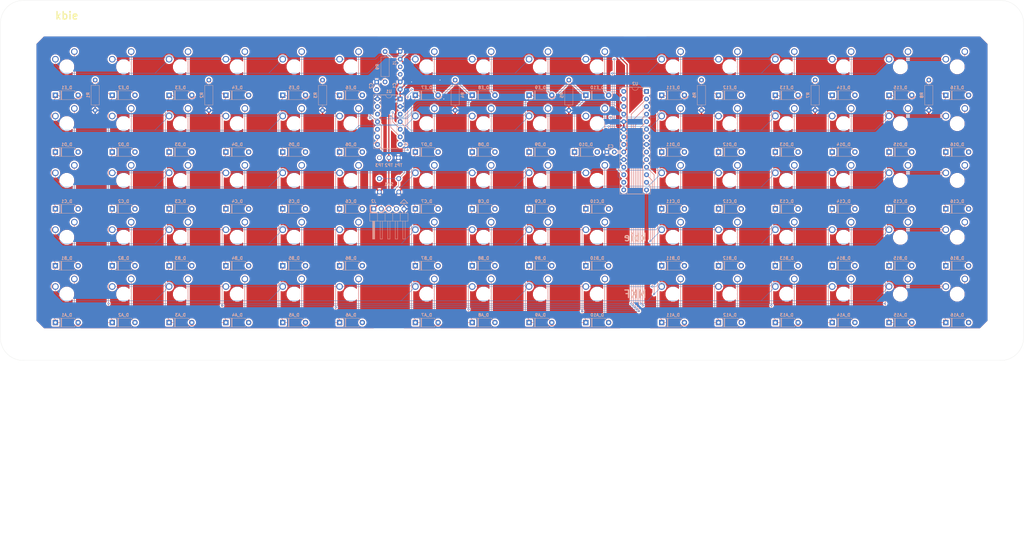
<source format=kicad_pcb>
(kicad_pcb (version 20171130) (host pcbnew 5.0.0-fee4fd1~66~ubuntu18.04.1)
  (layers (0 F.Cu signal) (31 B.Cu signal) (36 B.SilkS user) (37 F.SilkS user) (38 B.Mask user) (39 F.Mask user) (44 Edge.Cuts user hide))
  (net 0 "")
  (net 1 VDD)
  (net 2 GND)
  (net 3 "Net-(C2-Pad2)")
  (net 4 "Net-(D_A1-Pad2)")
  (net 5 /COL1)
  (net 6 "Net-(D_A2-Pad2)")
  (net 7 "Net-(D_A3-Pad2)")
  (net 8 /COL2)
  (net 9 "Net-(D_A4-Pad2)")
  (net 10 "Net-(D_A5-Pad2)")
  (net 11 /COL3)
  (net 12 "Net-(D_A6-Pad2)")
  (net 13 "Net-(D_A7-Pad2)")
  (net 14 /COL4)
  (net 15 "Net-(D_A8-Pad2)")
  (net 16 "Net-(D_A9-Pad2)")
  (net 17 /COL5)
  (net 18 "Net-(D_A10-Pad2)")
  (net 19 "Net-(D_A11-Pad2)")
  (net 20 /COL6)
  (net 21 "Net-(D_A12-Pad2)")
  (net 22 "Net-(D_A13-Pad2)")
  (net 23 /COL7)
  (net 24 "Net-(D_A14-Pad2)")
  (net 25 "Net-(D_A15-Pad2)")
  (net 26 /COL8)
  (net 27 "Net-(D_A16-Pad2)")
  (net 28 "Net-(D_B1-Pad2)")
  (net 29 "Net-(D_B2-Pad2)")
  (net 30 "Net-(D_B3-Pad2)")
  (net 31 "Net-(D_B4-Pad2)")
  (net 32 "Net-(D_B5-Pad2)")
  (net 33 "Net-(D_B6-Pad2)")
  (net 34 "Net-(D_B7-Pad2)")
  (net 35 "Net-(D_B8-Pad2)")
  (net 36 "Net-(D_B9-Pad2)")
  (net 37 "Net-(D_B10-Pad2)")
  (net 38 "Net-(D_B11-Pad2)")
  (net 39 "Net-(D_B12-Pad2)")
  (net 40 "Net-(D_B13-Pad2)")
  (net 41 "Net-(D_B14-Pad2)")
  (net 42 "Net-(D_B15-Pad2)")
  (net 43 "Net-(D_B16-Pad2)")
  (net 44 "Net-(D_C1-Pad2)")
  (net 45 "Net-(D_C2-Pad2)")
  (net 46 "Net-(D_C3-Pad2)")
  (net 47 "Net-(D_C4-Pad2)")
  (net 48 "Net-(D_C5-Pad2)")
  (net 49 "Net-(D_C6-Pad2)")
  (net 50 "Net-(D_C7-Pad2)")
  (net 51 "Net-(D_C8-Pad2)")
  (net 52 "Net-(D_C9-Pad2)")
  (net 53 "Net-(D_C10-Pad2)")
  (net 54 "Net-(D_C11-Pad2)")
  (net 55 "Net-(D_C12-Pad2)")
  (net 56 "Net-(D_C13-Pad2)")
  (net 57 "Net-(D_C14-Pad2)")
  (net 58 "Net-(D_C15-Pad2)")
  (net 59 "Net-(D_C16-Pad2)")
  (net 60 "Net-(D_D1-Pad2)")
  (net 61 "Net-(D_D2-Pad2)")
  (net 62 "Net-(D_D3-Pad2)")
  (net 63 "Net-(D_D4-Pad2)")
  (net 64 "Net-(D_D5-Pad2)")
  (net 65 "Net-(D_D6-Pad2)")
  (net 66 "Net-(D_D7-Pad2)")
  (net 67 "Net-(D_D8-Pad2)")
  (net 68 "Net-(D_D9-Pad2)")
  (net 69 "Net-(D_D10-Pad2)")
  (net 70 "Net-(D_D11-Pad2)")
  (net 71 "Net-(D_D12-Pad2)")
  (net 72 "Net-(D_D13-Pad2)")
  (net 73 "Net-(D_D14-Pad2)")
  (net 74 "Net-(D_D15-Pad2)")
  (net 75 "Net-(D_D16-Pad2)")
  (net 76 "Net-(D_E1-Pad2)")
  (net 77 "Net-(D_E2-Pad2)")
  (net 78 "Net-(D_E3-Pad2)")
  (net 79 "Net-(D_E4-Pad2)")
  (net 80 "Net-(D_E5-Pad2)")
  (net 81 "Net-(D_E6-Pad2)")
  (net 82 "Net-(D_E7-Pad2)")
  (net 83 "Net-(D_E8-Pad2)")
  (net 84 "Net-(D_E9-Pad2)")
  (net 85 "Net-(D_E10-Pad2)")
  (net 86 "Net-(D_E11-Pad2)")
  (net 87 "Net-(D_E12-Pad2)")
  (net 88 "Net-(D_E13-Pad2)")
  (net 89 "Net-(D_E14-Pad2)")
  (net 90 "Net-(D_E15-Pad2)")
  (net 91 "Net-(D_E16-Pad2)")
  (net 92 /D-)
  (net 93 /D+)
  (net 94 /~MCLR~_EXT)
  (net 95 /ICSPDAT_EXT)
  (net 96 /ICSPCLK_EXT)
  (net 97 /ROW1)
  (net 98 /ROW2)
  (net 99 /ROW3)
  (net 100 /ROW4)
  (net 101 /ROW5)
  (net 102 /ROW6)
  (net 103 /ROW7)
  (net 104 /ROW8)
  (net 105 /ROW9)
  (net 106 /ROW10)
  (net 107 /ICSPCLK_INT)
  (net 108 /~MCLR~_INT)
  (net 109 /U1_RX)
  (net 110 /U1_TX)
  (net 111 /ICSPDAT_INT)
  (module custom:M3_hole (layer F.Cu) (at 177.8 86.995)
    (fp_text reference REF** hide)
    (fp_text value M3_hole)
    (pad 1 np_thru_hole circle (at 0 0) (size 3.2 3.2) (drill 3.2) (layers *.Cu *.Mask))
  )
  (module custom:M3_hole (layer F.Cu) (at 260.35 86.995)
    (fp_text reference REF** hide)
    (fp_text value M3_hole)
    (pad 1 np_thru_hole circle (at 0 0) (size 3.2 3.2) (drill 3.2) (layers *.Cu *.Mask))
  )
  (module custom:M3_hole (layer F.Cu) (at 260.35 192.405)
    (fp_text reference REF** hide)
    (fp_text value M3_hole)
    (pad 1 np_thru_hole circle (at 0 0) (size 3.2 3.2) (drill 3.2) (layers *.Cu *.Mask))
  )
  (module custom:M3_hole (layer F.Cu) (at 382.905 86.995)
    (fp_text reference REF** hide)
    (fp_text value M3_hole)
    (pad 1 np_thru_hole circle (at 0 0) (size 3.2 3.2) (drill 3.2) (layers *.Cu *.Mask))
  )
  (module custom:M3_hole (layer F.Cu) (at 382.905 192.405)
    (fp_text reference REF** hide)
    (fp_text value M3_hole)
    (pad 1 np_thru_hole circle (at 0 0) (size 3.2 3.2) (drill 3.2) (layers *.Cu *.Mask))
  )
  (module custom:M3_hole (layer F.Cu) (at 55.245 192.405)
    (fp_text reference REF** hide)
    (fp_text value M3_hole)
    (pad 1 np_thru_hole circle (at 0 0) (size 3.2 3.2) (drill 3.2) (layers *.Cu *.Mask))
  )
  (module custom:M3_hole (layer F.Cu) (at 55.245 86.995)
    (fp_text reference REF** hide)
    (fp_text value M3_hole)
    (pad 1 np_thru_hole circle (at 0 0) (size 3.2 3.2) (drill 3.2) (layers *.Cu *.Mask))
  )
  (module custom:M3_hole (layer F.Cu) (at 177.8 192.405)
    (fp_text reference REF** hide)
    (fp_text value M3_hole)
    (pad 1 np_thru_hole circle (at 0 0) (size 3.2 3.2) (drill 3.2) (layers *.Cu *.Mask))
  )
  (module custom:SW_Cherry_MX1A_1.00u_Plate_with_mounting_hole (layer F.Cu) (at 165.1 101.6)
    (fp_text reference SW_E6 hide)
    (fp_text value SW_Push)
    (pad "" np_thru_hole circle (at 0 0) (size 4 4) (drill 4) (layers *.Cu *.Mask))
    (pad 2 thru_hole circle (at -3.81 -2.54) (size 2.2 2.2) (drill 1.5) (layers *.Cu *.Mask) (net 106 /ROW10))
    (pad 1 thru_hole circle (at 2.54 -5.08) (size 2.2 2.2) (drill 1.5) (layers *.Cu *.Mask) (net 81 "Net-(D_E6-Pad2)"))
  )
  (module custom:SW_Cherry_MX1A_1.00u_Plate_with_mounting_hole (layer F.Cu) (at 247.65 177.8)
    (fp_text reference SW_A10 hide)
    (fp_text value SW_Push)
    (pad "" np_thru_hole circle (at 0 0) (size 4 4) (drill 4) (layers *.Cu *.Mask))
    (pad 2 thru_hole circle (at -3.81 -2.54) (size 2.2 2.2) (drill 1.5) (layers *.Cu *.Mask) (net 98 /ROW2))
    (pad 1 thru_hole circle (at 2.54 -5.08) (size 2.2 2.2) (drill 1.5) (layers *.Cu *.Mask) (net 18 "Net-(D_A10-Pad2)"))
  )
  (module custom:SW_Cherry_MX1A_1.00u_Plate_with_mounting_hole (layer F.Cu) (at 209.55 120.65)
    (fp_text reference SW_D8 hide)
    (fp_text value SW_Push)
    (pad "" np_thru_hole circle (at 0 0) (size 4 4) (drill 4) (layers *.Cu *.Mask))
    (pad 2 thru_hole circle (at -3.81 -2.54) (size 2.2 2.2) (drill 1.5) (layers *.Cu *.Mask) (net 104 /ROW8))
    (pad 1 thru_hole circle (at 2.54 -5.08) (size 2.2 2.2) (drill 1.5) (layers *.Cu *.Mask) (net 67 "Net-(D_D8-Pad2)"))
  )
  (module custom:SW_Cherry_MX1A_1.00u_Plate_with_mounting_hole (layer F.Cu) (at 247.65 120.65)
    (fp_text reference SW_D10 hide)
    (fp_text value SW_Push)
    (pad "" np_thru_hole circle (at 0 0) (size 4 4) (drill 4) (layers *.Cu *.Mask))
    (pad 2 thru_hole circle (at -3.81 -2.54) (size 2.2 2.2) (drill 1.5) (layers *.Cu *.Mask) (net 104 /ROW8))
    (pad 1 thru_hole circle (at 2.54 -5.08) (size 2.2 2.2) (drill 1.5) (layers *.Cu *.Mask) (net 69 "Net-(D_D10-Pad2)"))
  )
  (module custom:SW_Cherry_MX1A_1.00u_Plate_with_mounting_hole (layer F.Cu) (at 368.3 101.6)
    (fp_text reference SW_E16 hide)
    (fp_text value SW_Push)
    (pad "" np_thru_hole circle (at 0 0) (size 4 4) (drill 4) (layers *.Cu *.Mask))
    (pad 2 thru_hole circle (at -3.81 -2.54) (size 2.2 2.2) (drill 1.5) (layers *.Cu *.Mask) (net 106 /ROW10))
    (pad 1 thru_hole circle (at 2.54 -5.08) (size 2.2 2.2) (drill 1.5) (layers *.Cu *.Mask) (net 91 "Net-(D_E16-Pad2)"))
  )
  (module custom:SW_Cherry_MX1A_1.00u_Plate_with_mounting_hole (layer F.Cu) (at 69.85 177.8)
    (fp_text reference SW_A1 hide)
    (fp_text value SW_Push)
    (pad "" np_thru_hole circle (at 0 0) (size 4 4) (drill 4) (layers *.Cu *.Mask))
    (pad 2 thru_hole circle (at -3.81 -2.54) (size 2.2 2.2) (drill 1.5) (layers *.Cu *.Mask) (net 97 /ROW1))
    (pad 1 thru_hole circle (at 2.54 -5.08) (size 2.2 2.2) (drill 1.5) (layers *.Cu *.Mask) (net 4 "Net-(D_A1-Pad2)"))
  )
  (module custom:SW_Cherry_MX1A_1.00u_Plate_with_mounting_hole (layer F.Cu) (at 88.9 177.8)
    (fp_text reference SW_A2 hide)
    (fp_text value SW_Push)
    (pad "" np_thru_hole circle (at 0 0) (size 4 4) (drill 4) (layers *.Cu *.Mask))
    (pad 2 thru_hole circle (at -3.81 -2.54) (size 2.2 2.2) (drill 1.5) (layers *.Cu *.Mask) (net 98 /ROW2))
    (pad 1 thru_hole circle (at 2.54 -5.08) (size 2.2 2.2) (drill 1.5) (layers *.Cu *.Mask) (net 6 "Net-(D_A2-Pad2)"))
  )
  (module custom:SW_Cherry_MX1A_1.00u_Plate_with_mounting_hole (layer F.Cu) (at 107.95 177.8)
    (fp_text reference SW_A3 hide)
    (fp_text value SW_Push)
    (pad "" np_thru_hole circle (at 0 0) (size 4 4) (drill 4) (layers *.Cu *.Mask))
    (pad 2 thru_hole circle (at -3.81 -2.54) (size 2.2 2.2) (drill 1.5) (layers *.Cu *.Mask) (net 97 /ROW1))
    (pad 1 thru_hole circle (at 2.54 -5.08) (size 2.2 2.2) (drill 1.5) (layers *.Cu *.Mask) (net 7 "Net-(D_A3-Pad2)"))
  )
  (module custom:SW_Cherry_MX1A_1.00u_Plate_with_mounting_hole (layer F.Cu) (at 127 177.8)
    (fp_text reference SW_A4 hide)
    (fp_text value SW_Push)
    (pad "" np_thru_hole circle (at 0 0) (size 4 4) (drill 4) (layers *.Cu *.Mask))
    (pad 2 thru_hole circle (at -3.81 -2.54) (size 2.2 2.2) (drill 1.5) (layers *.Cu *.Mask) (net 98 /ROW2))
    (pad 1 thru_hole circle (at 2.54 -5.08) (size 2.2 2.2) (drill 1.5) (layers *.Cu *.Mask) (net 9 "Net-(D_A4-Pad2)"))
  )
  (module custom:SW_Cherry_MX1A_1.00u_Plate_with_mounting_hole (layer F.Cu) (at 146.05 177.8)
    (fp_text reference SW_A5 hide)
    (fp_text value SW_Push)
    (pad "" np_thru_hole circle (at 0 0) (size 4 4) (drill 4) (layers *.Cu *.Mask))
    (pad 2 thru_hole circle (at -3.81 -2.54) (size 2.2 2.2) (drill 1.5) (layers *.Cu *.Mask) (net 97 /ROW1))
    (pad 1 thru_hole circle (at 2.54 -5.08) (size 2.2 2.2) (drill 1.5) (layers *.Cu *.Mask) (net 10 "Net-(D_A5-Pad2)"))
  )
  (module custom:SW_Cherry_MX1A_1.00u_Plate_with_mounting_hole (layer F.Cu) (at 190.5 177.8)
    (fp_text reference SW_A7 hide)
    (fp_text value SW_Push)
    (pad "" np_thru_hole circle (at 0 0) (size 4 4) (drill 4) (layers *.Cu *.Mask))
    (pad 2 thru_hole circle (at -3.81 -2.54) (size 2.2 2.2) (drill 1.5) (layers *.Cu *.Mask) (net 97 /ROW1))
    (pad 1 thru_hole circle (at 2.54 -5.08) (size 2.2 2.2) (drill 1.5) (layers *.Cu *.Mask) (net 13 "Net-(D_A7-Pad2)"))
  )
  (module custom:SW_Cherry_MX1A_1.00u_Plate_with_mounting_hole (layer F.Cu) (at 209.55 177.8)
    (fp_text reference SW_A8 hide)
    (fp_text value SW_Push)
    (pad "" np_thru_hole circle (at 0 0) (size 4 4) (drill 4) (layers *.Cu *.Mask))
    (pad 2 thru_hole circle (at -3.81 -2.54) (size 2.2 2.2) (drill 1.5) (layers *.Cu *.Mask) (net 98 /ROW2))
    (pad 1 thru_hole circle (at 2.54 -5.08) (size 2.2 2.2) (drill 1.5) (layers *.Cu *.Mask) (net 15 "Net-(D_A8-Pad2)"))
  )
  (module custom:SW_Cherry_MX1A_1.00u_Plate_with_mounting_hole (layer F.Cu) (at 228.6 177.8)
    (fp_text reference SW_A9 hide)
    (fp_text value SW_Push)
    (pad "" np_thru_hole circle (at 0 0) (size 4 4) (drill 4) (layers *.Cu *.Mask))
    (pad 2 thru_hole circle (at -3.81 -2.54) (size 2.2 2.2) (drill 1.5) (layers *.Cu *.Mask) (net 97 /ROW1))
    (pad 1 thru_hole circle (at 2.54 -5.08) (size 2.2 2.2) (drill 1.5) (layers *.Cu *.Mask) (net 16 "Net-(D_A9-Pad2)"))
  )
  (module custom:SW_Cherry_MX1A_1.00u_Plate_with_mounting_hole (layer F.Cu) (at 273.05 177.8)
    (fp_text reference SW_A11 hide)
    (fp_text value SW_Push)
    (pad "" np_thru_hole circle (at 0 0) (size 4 4) (drill 4) (layers *.Cu *.Mask))
    (pad 2 thru_hole circle (at -3.81 -2.54) (size 2.2 2.2) (drill 1.5) (layers *.Cu *.Mask) (net 97 /ROW1))
    (pad 1 thru_hole circle (at 2.54 -5.08) (size 2.2 2.2) (drill 1.5) (layers *.Cu *.Mask) (net 19 "Net-(D_A11-Pad2)"))
  )
  (module custom:SW_Cherry_MX1A_1.00u_Plate_with_mounting_hole (layer F.Cu) (at 292.1 177.8)
    (fp_text reference SW_A12 hide)
    (fp_text value SW_Push)
    (pad "" np_thru_hole circle (at 0 0) (size 4 4) (drill 4) (layers *.Cu *.Mask))
    (pad 2 thru_hole circle (at -3.81 -2.54) (size 2.2 2.2) (drill 1.5) (layers *.Cu *.Mask) (net 98 /ROW2))
    (pad 1 thru_hole circle (at 2.54 -5.08) (size 2.2 2.2) (drill 1.5) (layers *.Cu *.Mask) (net 21 "Net-(D_A12-Pad2)"))
  )
  (module custom:SW_Cherry_MX1A_1.00u_Plate_with_mounting_hole (layer F.Cu) (at 311.15 177.8)
    (fp_text reference SW_A13 hide)
    (fp_text value SW_Push)
    (pad "" np_thru_hole circle (at 0 0) (size 4 4) (drill 4) (layers *.Cu *.Mask))
    (pad 2 thru_hole circle (at -3.81 -2.54) (size 2.2 2.2) (drill 1.5) (layers *.Cu *.Mask) (net 97 /ROW1))
    (pad 1 thru_hole circle (at 2.54 -5.08) (size 2.2 2.2) (drill 1.5) (layers *.Cu *.Mask) (net 22 "Net-(D_A13-Pad2)"))
  )
  (module custom:SW_Cherry_MX1A_1.00u_Plate_with_mounting_hole (layer F.Cu) (at 330.2 177.8)
    (fp_text reference SW_A14 hide)
    (fp_text value SW_Push)
    (pad "" np_thru_hole circle (at 0 0) (size 4 4) (drill 4) (layers *.Cu *.Mask))
    (pad 2 thru_hole circle (at -3.81 -2.54) (size 2.2 2.2) (drill 1.5) (layers *.Cu *.Mask) (net 98 /ROW2))
    (pad 1 thru_hole circle (at 2.54 -5.08) (size 2.2 2.2) (drill 1.5) (layers *.Cu *.Mask) (net 24 "Net-(D_A14-Pad2)"))
  )
  (module custom:SW_Cherry_MX1A_1.00u_Plate_with_mounting_hole (layer F.Cu) (at 349.25 177.8)
    (fp_text reference SW_A15 hide)
    (fp_text value SW_Push)
    (pad "" np_thru_hole circle (at 0 0) (size 4 4) (drill 4) (layers *.Cu *.Mask))
    (pad 2 thru_hole circle (at -3.81 -2.54) (size 2.2 2.2) (drill 1.5) (layers *.Cu *.Mask) (net 97 /ROW1))
    (pad 1 thru_hole circle (at 2.54 -5.08) (size 2.2 2.2) (drill 1.5) (layers *.Cu *.Mask) (net 25 "Net-(D_A15-Pad2)"))
  )
  (module custom:SW_Cherry_MX1A_1.00u_Plate_with_mounting_hole (layer F.Cu) (at 368.3 177.8)
    (fp_text reference SW_A16 hide)
    (fp_text value SW_Push)
    (pad "" np_thru_hole circle (at 0 0) (size 4 4) (drill 4) (layers *.Cu *.Mask))
    (pad 2 thru_hole circle (at -3.81 -2.54) (size 2.2 2.2) (drill 1.5) (layers *.Cu *.Mask) (net 98 /ROW2))
    (pad 1 thru_hole circle (at 2.54 -5.08) (size 2.2 2.2) (drill 1.5) (layers *.Cu *.Mask) (net 27 "Net-(D_A16-Pad2)"))
  )
  (module custom:SW_Cherry_MX1A_1.00u_Plate_with_mounting_hole (layer F.Cu) (at 69.85 158.75)
    (fp_text reference SW_B1 hide)
    (fp_text value SW_Push)
    (pad "" np_thru_hole circle (at 0 0) (size 4 4) (drill 4) (layers *.Cu *.Mask))
    (pad 2 thru_hole circle (at -3.81 -2.54) (size 2.2 2.2) (drill 1.5) (layers *.Cu *.Mask) (net 99 /ROW3))
    (pad 1 thru_hole circle (at 2.54 -5.08) (size 2.2 2.2) (drill 1.5) (layers *.Cu *.Mask) (net 28 "Net-(D_B1-Pad2)"))
  )
  (module custom:SW_Cherry_MX1A_1.00u_Plate_with_mounting_hole (layer F.Cu) (at 88.9 158.75)
    (fp_text reference SW_B2 hide)
    (fp_text value SW_Push)
    (pad "" np_thru_hole circle (at 0 0) (size 4 4) (drill 4) (layers *.Cu *.Mask))
    (pad 2 thru_hole circle (at -3.81 -2.54) (size 2.2 2.2) (drill 1.5) (layers *.Cu *.Mask) (net 100 /ROW4))
    (pad 1 thru_hole circle (at 2.54 -5.08) (size 2.2 2.2) (drill 1.5) (layers *.Cu *.Mask) (net 29 "Net-(D_B2-Pad2)"))
  )
  (module custom:SW_Cherry_MX1A_1.00u_Plate_with_mounting_hole (layer F.Cu) (at 107.95 158.75)
    (fp_text reference SW_B3 hide)
    (fp_text value SW_Push)
    (pad "" np_thru_hole circle (at 0 0) (size 4 4) (drill 4) (layers *.Cu *.Mask))
    (pad 2 thru_hole circle (at -3.81 -2.54) (size 2.2 2.2) (drill 1.5) (layers *.Cu *.Mask) (net 99 /ROW3))
    (pad 1 thru_hole circle (at 2.54 -5.08) (size 2.2 2.2) (drill 1.5) (layers *.Cu *.Mask) (net 30 "Net-(D_B3-Pad2)"))
  )
  (module custom:SW_Cherry_MX1A_1.00u_Plate_with_mounting_hole (layer F.Cu) (at 127 158.75)
    (fp_text reference SW_B4 hide)
    (fp_text value SW_Push)
    (pad "" np_thru_hole circle (at 0 0) (size 4 4) (drill 4) (layers *.Cu *.Mask))
    (pad 2 thru_hole circle (at -3.81 -2.54) (size 2.2 2.2) (drill 1.5) (layers *.Cu *.Mask) (net 100 /ROW4))
    (pad 1 thru_hole circle (at 2.54 -5.08) (size 2.2 2.2) (drill 1.5) (layers *.Cu *.Mask) (net 31 "Net-(D_B4-Pad2)"))
  )
  (module custom:SW_Cherry_MX1A_1.00u_Plate_with_mounting_hole (layer F.Cu) (at 146.05 158.75)
    (fp_text reference SW_B5 hide)
    (fp_text value SW_Push)
    (pad "" np_thru_hole circle (at 0 0) (size 4 4) (drill 4) (layers *.Cu *.Mask))
    (pad 2 thru_hole circle (at -3.81 -2.54) (size 2.2 2.2) (drill 1.5) (layers *.Cu *.Mask) (net 99 /ROW3))
    (pad 1 thru_hole circle (at 2.54 -5.08) (size 2.2 2.2) (drill 1.5) (layers *.Cu *.Mask) (net 32 "Net-(D_B5-Pad2)"))
  )
  (module custom:SW_Cherry_MX1A_1.00u_Plate_with_mounting_hole (layer F.Cu) (at 190.5 158.75)
    (fp_text reference SW_B7 hide)
    (fp_text value SW_Push)
    (pad "" np_thru_hole circle (at 0 0) (size 4 4) (drill 4) (layers *.Cu *.Mask))
    (pad 2 thru_hole circle (at -3.81 -2.54) (size 2.2 2.2) (drill 1.5) (layers *.Cu *.Mask) (net 99 /ROW3))
    (pad 1 thru_hole circle (at 2.54 -5.08) (size 2.2 2.2) (drill 1.5) (layers *.Cu *.Mask) (net 34 "Net-(D_B7-Pad2)"))
  )
  (module custom:SW_Cherry_MX1A_1.00u_Plate_with_mounting_hole (layer F.Cu) (at 209.55 158.75)
    (fp_text reference SW_B8 hide)
    (fp_text value SW_Push)
    (pad "" np_thru_hole circle (at 0 0) (size 4 4) (drill 4) (layers *.Cu *.Mask))
    (pad 2 thru_hole circle (at -3.81 -2.54) (size 2.2 2.2) (drill 1.5) (layers *.Cu *.Mask) (net 100 /ROW4))
    (pad 1 thru_hole circle (at 2.54 -5.08) (size 2.2 2.2) (drill 1.5) (layers *.Cu *.Mask) (net 35 "Net-(D_B8-Pad2)"))
  )
  (module custom:SW_Cherry_MX1A_1.00u_Plate_with_mounting_hole (layer F.Cu) (at 228.6 158.75)
    (fp_text reference SW_B9 hide)
    (fp_text value SW_Push)
    (pad "" np_thru_hole circle (at 0 0) (size 4 4) (drill 4) (layers *.Cu *.Mask))
    (pad 2 thru_hole circle (at -3.81 -2.54) (size 2.2 2.2) (drill 1.5) (layers *.Cu *.Mask) (net 99 /ROW3))
    (pad 1 thru_hole circle (at 2.54 -5.08) (size 2.2 2.2) (drill 1.5) (layers *.Cu *.Mask) (net 36 "Net-(D_B9-Pad2)"))
  )
  (module custom:SW_Cherry_MX1A_1.00u_Plate_with_mounting_hole (layer F.Cu) (at 247.65 158.75)
    (fp_text reference SW_B10 hide)
    (fp_text value SW_Push)
    (pad "" np_thru_hole circle (at 0 0) (size 4 4) (drill 4) (layers *.Cu *.Mask))
    (pad 2 thru_hole circle (at -3.81 -2.54) (size 2.2 2.2) (drill 1.5) (layers *.Cu *.Mask) (net 100 /ROW4))
    (pad 1 thru_hole circle (at 2.54 -5.08) (size 2.2 2.2) (drill 1.5) (layers *.Cu *.Mask) (net 37 "Net-(D_B10-Pad2)"))
  )
  (module custom:SW_Cherry_MX1A_1.00u_Plate_with_mounting_hole (layer F.Cu) (at 273.05 158.75)
    (fp_text reference SW_B11 hide)
    (fp_text value SW_Push)
    (pad "" np_thru_hole circle (at 0 0) (size 4 4) (drill 4) (layers *.Cu *.Mask))
    (pad 2 thru_hole circle (at -3.81 -2.54) (size 2.2 2.2) (drill 1.5) (layers *.Cu *.Mask) (net 99 /ROW3))
    (pad 1 thru_hole circle (at 2.54 -5.08) (size 2.2 2.2) (drill 1.5) (layers *.Cu *.Mask) (net 38 "Net-(D_B11-Pad2)"))
  )
  (module custom:SW_Cherry_MX1A_1.00u_Plate_with_mounting_hole (layer F.Cu) (at 292.1 158.75)
    (fp_text reference SW_B12 hide)
    (fp_text value SW_Push)
    (pad "" np_thru_hole circle (at 0 0) (size 4 4) (drill 4) (layers *.Cu *.Mask))
    (pad 2 thru_hole circle (at -3.81 -2.54) (size 2.2 2.2) (drill 1.5) (layers *.Cu *.Mask) (net 100 /ROW4))
    (pad 1 thru_hole circle (at 2.54 -5.08) (size 2.2 2.2) (drill 1.5) (layers *.Cu *.Mask) (net 39 "Net-(D_B12-Pad2)"))
  )
  (module custom:SW_Cherry_MX1A_1.00u_Plate_with_mounting_hole (layer F.Cu) (at 311.15 158.75)
    (fp_text reference SW_B13 hide)
    (fp_text value SW_Push)
    (pad "" np_thru_hole circle (at 0 0) (size 4 4) (drill 4) (layers *.Cu *.Mask))
    (pad 2 thru_hole circle (at -3.81 -2.54) (size 2.2 2.2) (drill 1.5) (layers *.Cu *.Mask) (net 99 /ROW3))
    (pad 1 thru_hole circle (at 2.54 -5.08) (size 2.2 2.2) (drill 1.5) (layers *.Cu *.Mask) (net 40 "Net-(D_B13-Pad2)"))
  )
  (module custom:SW_Cherry_MX1A_1.00u_Plate_with_mounting_hole (layer F.Cu) (at 330.2 158.75)
    (fp_text reference SW_B14 hide)
    (fp_text value SW_Push)
    (pad "" np_thru_hole circle (at 0 0) (size 4 4) (drill 4) (layers *.Cu *.Mask))
    (pad 2 thru_hole circle (at -3.81 -2.54) (size 2.2 2.2) (drill 1.5) (layers *.Cu *.Mask) (net 100 /ROW4))
    (pad 1 thru_hole circle (at 2.54 -5.08) (size 2.2 2.2) (drill 1.5) (layers *.Cu *.Mask) (net 41 "Net-(D_B14-Pad2)"))
  )
  (module custom:SW_Cherry_MX1A_1.00u_Plate_with_mounting_hole (layer F.Cu) (at 349.25 158.75)
    (fp_text reference SW_B15 hide)
    (fp_text value SW_Push)
    (pad "" np_thru_hole circle (at 0 0) (size 4 4) (drill 4) (layers *.Cu *.Mask))
    (pad 2 thru_hole circle (at -3.81 -2.54) (size 2.2 2.2) (drill 1.5) (layers *.Cu *.Mask) (net 99 /ROW3))
    (pad 1 thru_hole circle (at 2.54 -5.08) (size 2.2 2.2) (drill 1.5) (layers *.Cu *.Mask) (net 42 "Net-(D_B15-Pad2)"))
  )
  (module custom:SW_Cherry_MX1A_1.00u_Plate_with_mounting_hole (layer F.Cu) (at 368.3 158.75)
    (fp_text reference SW_B16 hide)
    (fp_text value SW_Push)
    (pad "" np_thru_hole circle (at 0 0) (size 4 4) (drill 4) (layers *.Cu *.Mask))
    (pad 2 thru_hole circle (at -3.81 -2.54) (size 2.2 2.2) (drill 1.5) (layers *.Cu *.Mask) (net 100 /ROW4))
    (pad 1 thru_hole circle (at 2.54 -5.08) (size 2.2 2.2) (drill 1.5) (layers *.Cu *.Mask) (net 43 "Net-(D_B16-Pad2)"))
  )
  (module custom:SW_Cherry_MX1A_1.00u_Plate_with_mounting_hole (layer F.Cu) (at 69.85 139.7)
    (fp_text reference SW_C1 hide)
    (fp_text value SW_Push)
    (pad "" np_thru_hole circle (at 0 0) (size 4 4) (drill 4) (layers *.Cu *.Mask))
    (pad 2 thru_hole circle (at -3.81 -2.54) (size 2.2 2.2) (drill 1.5) (layers *.Cu *.Mask) (net 101 /ROW5))
    (pad 1 thru_hole circle (at 2.54 -5.08) (size 2.2 2.2) (drill 1.5) (layers *.Cu *.Mask) (net 44 "Net-(D_C1-Pad2)"))
  )
  (module custom:SW_Cherry_MX1A_1.00u_Plate_with_mounting_hole (layer F.Cu) (at 88.9 139.7)
    (fp_text reference SW_C2 hide)
    (fp_text value SW_Push)
    (pad "" np_thru_hole circle (at 0 0) (size 4 4) (drill 4) (layers *.Cu *.Mask))
    (pad 2 thru_hole circle (at -3.81 -2.54) (size 2.2 2.2) (drill 1.5) (layers *.Cu *.Mask) (net 102 /ROW6))
    (pad 1 thru_hole circle (at 2.54 -5.08) (size 2.2 2.2) (drill 1.5) (layers *.Cu *.Mask) (net 45 "Net-(D_C2-Pad2)"))
  )
  (module custom:SW_Cherry_MX1A_1.00u_Plate_with_mounting_hole (layer F.Cu) (at 107.95 139.7)
    (fp_text reference SW_C3 hide)
    (fp_text value SW_Push)
    (pad "" np_thru_hole circle (at 0 0) (size 4 4) (drill 4) (layers *.Cu *.Mask))
    (pad 2 thru_hole circle (at -3.81 -2.54) (size 2.2 2.2) (drill 1.5) (layers *.Cu *.Mask) (net 101 /ROW5))
    (pad 1 thru_hole circle (at 2.54 -5.08) (size 2.2 2.2) (drill 1.5) (layers *.Cu *.Mask) (net 46 "Net-(D_C3-Pad2)"))
  )
  (module custom:SW_Cherry_MX1A_1.00u_Plate_with_mounting_hole (layer F.Cu) (at 127 139.7)
    (fp_text reference SW_C4 hide)
    (fp_text value SW_Push)
    (pad "" np_thru_hole circle (at 0 0) (size 4 4) (drill 4) (layers *.Cu *.Mask))
    (pad 2 thru_hole circle (at -3.81 -2.54) (size 2.2 2.2) (drill 1.5) (layers *.Cu *.Mask) (net 102 /ROW6))
    (pad 1 thru_hole circle (at 2.54 -5.08) (size 2.2 2.2) (drill 1.5) (layers *.Cu *.Mask) (net 47 "Net-(D_C4-Pad2)"))
  )
  (module custom:SW_Cherry_MX1A_1.00u_Plate_with_mounting_hole (layer F.Cu) (at 146.05 139.7)
    (fp_text reference SW_C5 hide)
    (fp_text value SW_Push)
    (pad "" np_thru_hole circle (at 0 0) (size 4 4) (drill 4) (layers *.Cu *.Mask))
    (pad 2 thru_hole circle (at -3.81 -2.54) (size 2.2 2.2) (drill 1.5) (layers *.Cu *.Mask) (net 101 /ROW5))
    (pad 1 thru_hole circle (at 2.54 -5.08) (size 2.2 2.2) (drill 1.5) (layers *.Cu *.Mask) (net 48 "Net-(D_C5-Pad2)"))
  )
  (module custom:SW_Cherry_MX1A_1.00u_Plate_with_mounting_hole (layer F.Cu) (at 190.5 139.7)
    (fp_text reference SW_C7 hide)
    (fp_text value SW_Push)
    (pad "" np_thru_hole circle (at 0 0) (size 4 4) (drill 4) (layers *.Cu *.Mask))
    (pad 2 thru_hole circle (at -3.81 -2.54) (size 2.2 2.2) (drill 1.5) (layers *.Cu *.Mask) (net 101 /ROW5))
    (pad 1 thru_hole circle (at 2.54 -5.08) (size 2.2 2.2) (drill 1.5) (layers *.Cu *.Mask) (net 50 "Net-(D_C7-Pad2)"))
  )
  (module custom:SW_Cherry_MX1A_1.00u_Plate_with_mounting_hole (layer F.Cu) (at 209.55 139.7)
    (fp_text reference SW_C8 hide)
    (fp_text value SW_Push)
    (pad "" np_thru_hole circle (at 0 0) (size 4 4) (drill 4) (layers *.Cu *.Mask))
    (pad 2 thru_hole circle (at -3.81 -2.54) (size 2.2 2.2) (drill 1.5) (layers *.Cu *.Mask) (net 102 /ROW6))
    (pad 1 thru_hole circle (at 2.54 -5.08) (size 2.2 2.2) (drill 1.5) (layers *.Cu *.Mask) (net 51 "Net-(D_C8-Pad2)"))
  )
  (module custom:SW_Cherry_MX1A_1.00u_Plate_with_mounting_hole (layer F.Cu) (at 228.6 139.7)
    (fp_text reference SW_C9 hide)
    (fp_text value SW_Push)
    (pad "" np_thru_hole circle (at 0 0) (size 4 4) (drill 4) (layers *.Cu *.Mask))
    (pad 2 thru_hole circle (at -3.81 -2.54) (size 2.2 2.2) (drill 1.5) (layers *.Cu *.Mask) (net 101 /ROW5))
    (pad 1 thru_hole circle (at 2.54 -5.08) (size 2.2 2.2) (drill 1.5) (layers *.Cu *.Mask) (net 52 "Net-(D_C9-Pad2)"))
  )
  (module custom:SW_Cherry_MX1A_1.00u_Plate_with_mounting_hole (layer F.Cu) (at 247.65 139.7)
    (fp_text reference SW_C10 hide)
    (fp_text value SW_Push)
    (pad "" np_thru_hole circle (at 0 0) (size 4 4) (drill 4) (layers *.Cu *.Mask))
    (pad 2 thru_hole circle (at -3.81 -2.54) (size 2.2 2.2) (drill 1.5) (layers *.Cu *.Mask) (net 102 /ROW6))
    (pad 1 thru_hole circle (at 2.54 -5.08) (size 2.2 2.2) (drill 1.5) (layers *.Cu *.Mask) (net 53 "Net-(D_C10-Pad2)"))
  )
  (module custom:SW_Cherry_MX1A_1.00u_Plate_with_mounting_hole (layer F.Cu) (at 273.05 139.7)
    (fp_text reference SW_C11 hide)
    (fp_text value SW_Push)
    (pad "" np_thru_hole circle (at 0 0) (size 4 4) (drill 4) (layers *.Cu *.Mask))
    (pad 2 thru_hole circle (at -3.81 -2.54) (size 2.2 2.2) (drill 1.5) (layers *.Cu *.Mask) (net 101 /ROW5))
    (pad 1 thru_hole circle (at 2.54 -5.08) (size 2.2 2.2) (drill 1.5) (layers *.Cu *.Mask) (net 54 "Net-(D_C11-Pad2)"))
  )
  (module custom:SW_Cherry_MX1A_1.00u_Plate_with_mounting_hole (layer F.Cu) (at 292.1 139.7)
    (fp_text reference SW_C12 hide)
    (fp_text value SW_Push)
    (pad "" np_thru_hole circle (at 0 0) (size 4 4) (drill 4) (layers *.Cu *.Mask))
    (pad 2 thru_hole circle (at -3.81 -2.54) (size 2.2 2.2) (drill 1.5) (layers *.Cu *.Mask) (net 102 /ROW6))
    (pad 1 thru_hole circle (at 2.54 -5.08) (size 2.2 2.2) (drill 1.5) (layers *.Cu *.Mask) (net 55 "Net-(D_C12-Pad2)"))
  )
  (module custom:SW_Cherry_MX1A_1.00u_Plate_with_mounting_hole (layer F.Cu) (at 311.15 139.7)
    (fp_text reference SW_C13 hide)
    (fp_text value SW_Push)
    (pad "" np_thru_hole circle (at 0 0) (size 4 4) (drill 4) (layers *.Cu *.Mask))
    (pad 2 thru_hole circle (at -3.81 -2.54) (size 2.2 2.2) (drill 1.5) (layers *.Cu *.Mask) (net 101 /ROW5))
    (pad 1 thru_hole circle (at 2.54 -5.08) (size 2.2 2.2) (drill 1.5) (layers *.Cu *.Mask) (net 56 "Net-(D_C13-Pad2)"))
  )
  (module custom:SW_Cherry_MX1A_1.00u_Plate_with_mounting_hole (layer F.Cu) (at 330.2 139.7)
    (fp_text reference SW_C14 hide)
    (fp_text value SW_Push)
    (pad "" np_thru_hole circle (at 0 0) (size 4 4) (drill 4) (layers *.Cu *.Mask))
    (pad 2 thru_hole circle (at -3.81 -2.54) (size 2.2 2.2) (drill 1.5) (layers *.Cu *.Mask) (net 102 /ROW6))
    (pad 1 thru_hole circle (at 2.54 -5.08) (size 2.2 2.2) (drill 1.5) (layers *.Cu *.Mask) (net 57 "Net-(D_C14-Pad2)"))
  )
  (module custom:SW_Cherry_MX1A_1.00u_Plate_with_mounting_hole (layer F.Cu) (at 349.25 139.7)
    (fp_text reference SW_C15 hide)
    (fp_text value SW_Push)
    (pad "" np_thru_hole circle (at 0 0) (size 4 4) (drill 4) (layers *.Cu *.Mask))
    (pad 2 thru_hole circle (at -3.81 -2.54) (size 2.2 2.2) (drill 1.5) (layers *.Cu *.Mask) (net 101 /ROW5))
    (pad 1 thru_hole circle (at 2.54 -5.08) (size 2.2 2.2) (drill 1.5) (layers *.Cu *.Mask) (net 58 "Net-(D_C15-Pad2)"))
  )
  (module custom:SW_Cherry_MX1A_1.00u_Plate_with_mounting_hole (layer F.Cu) (at 368.3 139.7)
    (fp_text reference SW_C16 hide)
    (fp_text value SW_Push)
    (pad "" np_thru_hole circle (at 0 0) (size 4 4) (drill 4) (layers *.Cu *.Mask))
    (pad 2 thru_hole circle (at -3.81 -2.54) (size 2.2 2.2) (drill 1.5) (layers *.Cu *.Mask) (net 102 /ROW6))
    (pad 1 thru_hole circle (at 2.54 -5.08) (size 2.2 2.2) (drill 1.5) (layers *.Cu *.Mask) (net 59 "Net-(D_C16-Pad2)"))
  )
  (module custom:SW_Cherry_MX1A_1.00u_Plate_with_mounting_hole (layer F.Cu) (at 69.85 120.65)
    (fp_text reference SW_D1 hide)
    (fp_text value SW_Push)
    (pad "" np_thru_hole circle (at 0 0) (size 4 4) (drill 4) (layers *.Cu *.Mask))
    (pad 2 thru_hole circle (at -3.81 -2.54) (size 2.2 2.2) (drill 1.5) (layers *.Cu *.Mask) (net 103 /ROW7))
    (pad 1 thru_hole circle (at 2.54 -5.08) (size 2.2 2.2) (drill 1.5) (layers *.Cu *.Mask) (net 60 "Net-(D_D1-Pad2)"))
  )
  (module custom:SW_Cherry_MX1A_1.00u_Plate_with_mounting_hole (layer F.Cu) (at 88.9 120.65)
    (fp_text reference SW_D2 hide)
    (fp_text value SW_Push)
    (pad "" np_thru_hole circle (at 0 0) (size 4 4) (drill 4) (layers *.Cu *.Mask))
    (pad 2 thru_hole circle (at -3.81 -2.54) (size 2.2 2.2) (drill 1.5) (layers *.Cu *.Mask) (net 104 /ROW8))
    (pad 1 thru_hole circle (at 2.54 -5.08) (size 2.2 2.2) (drill 1.5) (layers *.Cu *.Mask) (net 61 "Net-(D_D2-Pad2)"))
  )
  (module custom:SW_Cherry_MX1A_1.00u_Plate_with_mounting_hole (layer F.Cu) (at 107.95 120.65)
    (fp_text reference SW_D3 hide)
    (fp_text value SW_Push)
    (pad "" np_thru_hole circle (at 0 0) (size 4 4) (drill 4) (layers *.Cu *.Mask))
    (pad 2 thru_hole circle (at -3.81 -2.54) (size 2.2 2.2) (drill 1.5) (layers *.Cu *.Mask) (net 103 /ROW7))
    (pad 1 thru_hole circle (at 2.54 -5.08) (size 2.2 2.2) (drill 1.5) (layers *.Cu *.Mask) (net 62 "Net-(D_D3-Pad2)"))
  )
  (module custom:SW_Cherry_MX1A_1.00u_Plate_with_mounting_hole (layer F.Cu) (at 127 120.65)
    (fp_text reference SW_D4 hide)
    (fp_text value SW_Push)
    (pad "" np_thru_hole circle (at 0 0) (size 4 4) (drill 4) (layers *.Cu *.Mask))
    (pad 2 thru_hole circle (at -3.81 -2.54) (size 2.2 2.2) (drill 1.5) (layers *.Cu *.Mask) (net 104 /ROW8))
    (pad 1 thru_hole circle (at 2.54 -5.08) (size 2.2 2.2) (drill 1.5) (layers *.Cu *.Mask) (net 63 "Net-(D_D4-Pad2)"))
  )
  (module custom:SW_Cherry_MX1A_1.00u_Plate_with_mounting_hole (layer F.Cu) (at 146.05 120.65)
    (fp_text reference SW_D5 hide)
    (fp_text value SW_Push)
    (pad "" np_thru_hole circle (at 0 0) (size 4 4) (drill 4) (layers *.Cu *.Mask))
    (pad 2 thru_hole circle (at -3.81 -2.54) (size 2.2 2.2) (drill 1.5) (layers *.Cu *.Mask) (net 103 /ROW7))
    (pad 1 thru_hole circle (at 2.54 -5.08) (size 2.2 2.2) (drill 1.5) (layers *.Cu *.Mask) (net 64 "Net-(D_D5-Pad2)"))
  )
  (module custom:SW_Cherry_MX1A_1.00u_Plate_with_mounting_hole (layer F.Cu) (at 190.5 120.65)
    (fp_text reference SW_D7 hide)
    (fp_text value SW_Push)
    (pad "" np_thru_hole circle (at 0 0) (size 4 4) (drill 4) (layers *.Cu *.Mask))
    (pad 2 thru_hole circle (at -3.81 -2.54) (size 2.2 2.2) (drill 1.5) (layers *.Cu *.Mask) (net 103 /ROW7))
    (pad 1 thru_hole circle (at 2.54 -5.08) (size 2.2 2.2) (drill 1.5) (layers *.Cu *.Mask) (net 66 "Net-(D_D7-Pad2)"))
  )
  (module custom:SW_Cherry_MX1A_1.00u_Plate_with_mounting_hole (layer F.Cu) (at 228.6 120.65)
    (fp_text reference SW_D9 hide)
    (fp_text value SW_Push)
    (pad "" np_thru_hole circle (at 0 0) (size 4 4) (drill 4) (layers *.Cu *.Mask))
    (pad 2 thru_hole circle (at -3.81 -2.54) (size 2.2 2.2) (drill 1.5) (layers *.Cu *.Mask) (net 103 /ROW7))
    (pad 1 thru_hole circle (at 2.54 -5.08) (size 2.2 2.2) (drill 1.5) (layers *.Cu *.Mask) (net 68 "Net-(D_D9-Pad2)"))
  )
  (module custom:SW_Cherry_MX1A_1.00u_Plate_with_mounting_hole (layer F.Cu) (at 273.05 120.65)
    (fp_text reference SW_D11 hide)
    (fp_text value SW_Push)
    (pad "" np_thru_hole circle (at 0 0) (size 4 4) (drill 4) (layers *.Cu *.Mask))
    (pad 2 thru_hole circle (at -3.81 -2.54) (size 2.2 2.2) (drill 1.5) (layers *.Cu *.Mask) (net 103 /ROW7))
    (pad 1 thru_hole circle (at 2.54 -5.08) (size 2.2 2.2) (drill 1.5) (layers *.Cu *.Mask) (net 70 "Net-(D_D11-Pad2)"))
  )
  (module custom:SW_Cherry_MX1A_1.00u_Plate_with_mounting_hole (layer F.Cu) (at 292.1 120.65)
    (fp_text reference SW_D12 hide)
    (fp_text value SW_Push)
    (pad "" np_thru_hole circle (at 0 0) (size 4 4) (drill 4) (layers *.Cu *.Mask))
    (pad 2 thru_hole circle (at -3.81 -2.54) (size 2.2 2.2) (drill 1.5) (layers *.Cu *.Mask) (net 104 /ROW8))
    (pad 1 thru_hole circle (at 2.54 -5.08) (size 2.2 2.2) (drill 1.5) (layers *.Cu *.Mask) (net 71 "Net-(D_D12-Pad2)"))
  )
  (module custom:SW_Cherry_MX1A_1.00u_Plate_with_mounting_hole (layer F.Cu) (at 311.15 120.65)
    (fp_text reference SW_D13 hide)
    (fp_text value SW_Push)
    (pad "" np_thru_hole circle (at 0 0) (size 4 4) (drill 4) (layers *.Cu *.Mask))
    (pad 2 thru_hole circle (at -3.81 -2.54) (size 2.2 2.2) (drill 1.5) (layers *.Cu *.Mask) (net 103 /ROW7))
    (pad 1 thru_hole circle (at 2.54 -5.08) (size 2.2 2.2) (drill 1.5) (layers *.Cu *.Mask) (net 72 "Net-(D_D13-Pad2)"))
  )
  (module custom:SW_Cherry_MX1A_1.00u_Plate_with_mounting_hole (layer F.Cu) (at 330.2 120.65)
    (fp_text reference SW_D14 hide)
    (fp_text value SW_Push)
    (pad "" np_thru_hole circle (at 0 0) (size 4 4) (drill 4) (layers *.Cu *.Mask))
    (pad 2 thru_hole circle (at -3.81 -2.54) (size 2.2 2.2) (drill 1.5) (layers *.Cu *.Mask) (net 104 /ROW8))
    (pad 1 thru_hole circle (at 2.54 -5.08) (size 2.2 2.2) (drill 1.5) (layers *.Cu *.Mask) (net 73 "Net-(D_D14-Pad2)"))
  )
  (module custom:SW_Cherry_MX1A_1.00u_Plate_with_mounting_hole (layer F.Cu) (at 349.25 120.65)
    (fp_text reference SW_D15 hide)
    (fp_text value SW_Push)
    (pad "" np_thru_hole circle (at 0 0) (size 4 4) (drill 4) (layers *.Cu *.Mask))
    (pad 2 thru_hole circle (at -3.81 -2.54) (size 2.2 2.2) (drill 1.5) (layers *.Cu *.Mask) (net 103 /ROW7))
    (pad 1 thru_hole circle (at 2.54 -5.08) (size 2.2 2.2) (drill 1.5) (layers *.Cu *.Mask) (net 74 "Net-(D_D15-Pad2)"))
  )
  (module custom:SW_Cherry_MX1A_1.00u_Plate_with_mounting_hole (layer F.Cu) (at 368.3 120.65)
    (fp_text reference SW_D16 hide)
    (fp_text value SW_Push)
    (pad "" np_thru_hole circle (at 0 0) (size 4 4) (drill 4) (layers *.Cu *.Mask))
    (pad 2 thru_hole circle (at -3.81 -2.54) (size 2.2 2.2) (drill 1.5) (layers *.Cu *.Mask) (net 104 /ROW8))
    (pad 1 thru_hole circle (at 2.54 -5.08) (size 2.2 2.2) (drill 1.5) (layers *.Cu *.Mask) (net 75 "Net-(D_D16-Pad2)"))
  )
  (module custom:SW_Cherry_MX1A_1.00u_Plate_with_mounting_hole (layer F.Cu) (at 69.85 101.6)
    (fp_text reference SW_E1 hide)
    (fp_text value SW_Push)
    (pad "" np_thru_hole circle (at 0 0) (size 4 4) (drill 4) (layers *.Cu *.Mask))
    (pad 2 thru_hole circle (at -3.81 -2.54) (size 2.2 2.2) (drill 1.5) (layers *.Cu *.Mask) (net 105 /ROW9))
    (pad 1 thru_hole circle (at 2.54 -5.08) (size 2.2 2.2) (drill 1.5) (layers *.Cu *.Mask) (net 76 "Net-(D_E1-Pad2)"))
  )
  (module custom:SW_Cherry_MX1A_1.00u_Plate_with_mounting_hole (layer F.Cu) (at 88.9 101.6)
    (fp_text reference SW_E2 hide)
    (fp_text value SW_Push)
    (pad "" np_thru_hole circle (at 0 0) (size 4 4) (drill 4) (layers *.Cu *.Mask))
    (pad 2 thru_hole circle (at -3.81 -2.54) (size 2.2 2.2) (drill 1.5) (layers *.Cu *.Mask) (net 106 /ROW10))
    (pad 1 thru_hole circle (at 2.54 -5.08) (size 2.2 2.2) (drill 1.5) (layers *.Cu *.Mask) (net 77 "Net-(D_E2-Pad2)"))
  )
  (module custom:SW_Cherry_MX1A_1.00u_Plate_with_mounting_hole (layer F.Cu) (at 107.95 101.6)
    (fp_text reference SW_E3 hide)
    (fp_text value SW_Push)
    (pad "" np_thru_hole circle (at 0 0) (size 4 4) (drill 4) (layers *.Cu *.Mask))
    (pad 2 thru_hole circle (at -3.81 -2.54) (size 2.2 2.2) (drill 1.5) (layers *.Cu *.Mask) (net 105 /ROW9))
    (pad 1 thru_hole circle (at 2.54 -5.08) (size 2.2 2.2) (drill 1.5) (layers *.Cu *.Mask) (net 78 "Net-(D_E3-Pad2)"))
  )
  (module custom:SW_Cherry_MX1A_1.00u_Plate_with_mounting_hole (layer F.Cu) (at 127 101.6)
    (fp_text reference SW_E4 hide)
    (fp_text value SW_Push)
    (pad "" np_thru_hole circle (at 0 0) (size 4 4) (drill 4) (layers *.Cu *.Mask))
    (pad 2 thru_hole circle (at -3.81 -2.54) (size 2.2 2.2) (drill 1.5) (layers *.Cu *.Mask) (net 106 /ROW10))
    (pad 1 thru_hole circle (at 2.54 -5.08) (size 2.2 2.2) (drill 1.5) (layers *.Cu *.Mask) (net 79 "Net-(D_E4-Pad2)"))
  )
  (module custom:SW_Cherry_MX1A_1.00u_Plate_with_mounting_hole (layer F.Cu) (at 146.05 101.6)
    (fp_text reference SW_E5 hide)
    (fp_text value SW_Push)
    (pad "" np_thru_hole circle (at 0 0) (size 4 4) (drill 4) (layers *.Cu *.Mask))
    (pad 2 thru_hole circle (at -3.81 -2.54) (size 2.2 2.2) (drill 1.5) (layers *.Cu *.Mask) (net 105 /ROW9))
    (pad 1 thru_hole circle (at 2.54 -5.08) (size 2.2 2.2) (drill 1.5) (layers *.Cu *.Mask) (net 80 "Net-(D_E5-Pad2)"))
  )
  (module custom:SW_Cherry_MX1A_1.00u_Plate_with_mounting_hole (layer F.Cu) (at 190.5 101.6)
    (fp_text reference SW_E7 hide)
    (fp_text value SW_Push)
    (pad "" np_thru_hole circle (at 0 0) (size 4 4) (drill 4) (layers *.Cu *.Mask))
    (pad 2 thru_hole circle (at -3.81 -2.54) (size 2.2 2.2) (drill 1.5) (layers *.Cu *.Mask) (net 105 /ROW9))
    (pad 1 thru_hole circle (at 2.54 -5.08) (size 2.2 2.2) (drill 1.5) (layers *.Cu *.Mask) (net 82 "Net-(D_E7-Pad2)"))
  )
  (module custom:SW_Cherry_MX1A_1.00u_Plate_with_mounting_hole (layer F.Cu) (at 209.55 101.6)
    (fp_text reference SW_E8 hide)
    (fp_text value SW_Push)
    (pad "" np_thru_hole circle (at 0 0) (size 4 4) (drill 4) (layers *.Cu *.Mask))
    (pad 2 thru_hole circle (at -3.81 -2.54) (size 2.2 2.2) (drill 1.5) (layers *.Cu *.Mask) (net 106 /ROW10))
    (pad 1 thru_hole circle (at 2.54 -5.08) (size 2.2 2.2) (drill 1.5) (layers *.Cu *.Mask) (net 83 "Net-(D_E8-Pad2)"))
  )
  (module custom:SW_Cherry_MX1A_1.00u_Plate_with_mounting_hole (layer F.Cu) (at 228.6 101.6)
    (fp_text reference SW_E9 hide)
    (fp_text value SW_Push)
    (pad "" np_thru_hole circle (at 0 0) (size 4 4) (drill 4) (layers *.Cu *.Mask))
    (pad 2 thru_hole circle (at -3.81 -2.54) (size 2.2 2.2) (drill 1.5) (layers *.Cu *.Mask) (net 105 /ROW9))
    (pad 1 thru_hole circle (at 2.54 -5.08) (size 2.2 2.2) (drill 1.5) (layers *.Cu *.Mask) (net 84 "Net-(D_E9-Pad2)"))
  )
  (module custom:SW_Cherry_MX1A_1.00u_Plate_with_mounting_hole (layer F.Cu) (at 247.65 101.6)
    (fp_text reference SW_E10 hide)
    (fp_text value SW_Push)
    (pad "" np_thru_hole circle (at 0 0) (size 4 4) (drill 4) (layers *.Cu *.Mask))
    (pad 2 thru_hole circle (at -3.81 -2.54) (size 2.2 2.2) (drill 1.5) (layers *.Cu *.Mask) (net 106 /ROW10))
    (pad 1 thru_hole circle (at 2.54 -5.08) (size 2.2 2.2) (drill 1.5) (layers *.Cu *.Mask) (net 85 "Net-(D_E10-Pad2)"))
  )
  (module custom:SW_Cherry_MX1A_1.00u_Plate_with_mounting_hole (layer F.Cu) (at 273.05 101.6)
    (fp_text reference SW_E11 hide)
    (fp_text value SW_Push)
    (pad "" np_thru_hole circle (at 0 0) (size 4 4) (drill 4) (layers *.Cu *.Mask))
    (pad 2 thru_hole circle (at -3.81 -2.54) (size 2.2 2.2) (drill 1.5) (layers *.Cu *.Mask) (net 105 /ROW9))
    (pad 1 thru_hole circle (at 2.54 -5.08) (size 2.2 2.2) (drill 1.5) (layers *.Cu *.Mask) (net 86 "Net-(D_E11-Pad2)"))
  )
  (module custom:SW_Cherry_MX1A_1.00u_Plate_with_mounting_hole (layer F.Cu) (at 292.1 101.6)
    (fp_text reference SW_E12 hide)
    (fp_text value SW_Push)
    (pad "" np_thru_hole circle (at 0 0) (size 4 4) (drill 4) (layers *.Cu *.Mask))
    (pad 2 thru_hole circle (at -3.81 -2.54) (size 2.2 2.2) (drill 1.5) (layers *.Cu *.Mask) (net 106 /ROW10))
    (pad 1 thru_hole circle (at 2.54 -5.08) (size 2.2 2.2) (drill 1.5) (layers *.Cu *.Mask) (net 87 "Net-(D_E12-Pad2)"))
  )
  (module custom:SW_Cherry_MX1A_1.00u_Plate_with_mounting_hole (layer F.Cu) (at 311.15 101.6)
    (fp_text reference SW_E13 hide)
    (fp_text value SW_Push)
    (pad "" np_thru_hole circle (at 0 0) (size 4 4) (drill 4) (layers *.Cu *.Mask))
    (pad 2 thru_hole circle (at -3.81 -2.54) (size 2.2 2.2) (drill 1.5) (layers *.Cu *.Mask) (net 105 /ROW9))
    (pad 1 thru_hole circle (at 2.54 -5.08) (size 2.2 2.2) (drill 1.5) (layers *.Cu *.Mask) (net 88 "Net-(D_E13-Pad2)"))
  )
  (module custom:SW_Cherry_MX1A_1.00u_Plate_with_mounting_hole (layer F.Cu) (at 330.2 101.6)
    (fp_text reference SW_E14 hide)
    (fp_text value SW_Push)
    (pad "" np_thru_hole circle (at 0 0) (size 4 4) (drill 4) (layers *.Cu *.Mask))
    (pad 2 thru_hole circle (at -3.81 -2.54) (size 2.2 2.2) (drill 1.5) (layers *.Cu *.Mask) (net 106 /ROW10))
    (pad 1 thru_hole circle (at 2.54 -5.08) (size 2.2 2.2) (drill 1.5) (layers *.Cu *.Mask) (net 89 "Net-(D_E14-Pad2)"))
  )
  (module custom:SW_Cherry_MX1A_1.00u_Plate_with_mounting_hole (layer F.Cu) (at 349.25 101.6)
    (fp_text reference SW_E15 hide)
    (fp_text value SW_Push)
    (pad "" np_thru_hole circle (at 0 0) (size 4 4) (drill 4) (layers *.Cu *.Mask))
    (pad 2 thru_hole circle (at -3.81 -2.54) (size 2.2 2.2) (drill 1.5) (layers *.Cu *.Mask) (net 105 /ROW9))
    (pad 1 thru_hole circle (at 2.54 -5.08) (size 2.2 2.2) (drill 1.5) (layers *.Cu *.Mask) (net 90 "Net-(D_E15-Pad2)"))
  )
  (module custom:SW_Cherry_MX1A_1.00u_Plate_with_mounting_hole (layer F.Cu) (at 165.1 177.8)
    (fp_text reference SW_A6 hide)
    (fp_text value SW_Push)
    (pad "" np_thru_hole circle (at 0 0) (size 4 4) (drill 4) (layers *.Cu *.Mask))
    (pad 2 thru_hole circle (at -3.81 -2.54) (size 2.2 2.2) (drill 1.5) (layers *.Cu *.Mask) (net 98 /ROW2))
    (pad 1 thru_hole circle (at 2.54 -5.08) (size 2.2 2.2) (drill 1.5) (layers *.Cu *.Mask) (net 12 "Net-(D_A6-Pad2)"))
  )
  (module custom:SW_Cherry_MX1A_1.00u_Plate_with_mounting_hole (layer F.Cu) (at 165.1 158.75)
    (fp_text reference SW_B6 hide)
    (fp_text value SW_Push)
    (pad "" np_thru_hole circle (at 0 0) (size 4 4) (drill 4) (layers *.Cu *.Mask))
    (pad 2 thru_hole circle (at -3.81 -2.54) (size 2.2 2.2) (drill 1.5) (layers *.Cu *.Mask) (net 100 /ROW4))
    (pad 1 thru_hole circle (at 2.54 -5.08) (size 2.2 2.2) (drill 1.5) (layers *.Cu *.Mask) (net 33 "Net-(D_B6-Pad2)"))
  )
  (module custom:SW_Cherry_MX1A_1.00u_Plate_with_mounting_hole (layer F.Cu) (at 165.1 139.7)
    (fp_text reference SW_C6 hide)
    (fp_text value SW_Push)
    (pad "" np_thru_hole circle (at 0 0) (size 4 4) (drill 4) (layers *.Cu *.Mask))
    (pad 2 thru_hole circle (at -3.81 -2.54) (size 2.2 2.2) (drill 1.5) (layers *.Cu *.Mask) (net 102 /ROW6))
    (pad 1 thru_hole circle (at 2.54 -5.08) (size 2.2 2.2) (drill 1.5) (layers *.Cu *.Mask) (net 49 "Net-(D_C6-Pad2)"))
  )
  (module custom:SW_Cherry_MX1A_1.00u_Plate_with_mounting_hole (layer F.Cu) (at 165.1 120.65)
    (fp_text reference SW_D6 hide)
    (fp_text value SW_Push)
    (pad "" np_thru_hole circle (at 0 0) (size 4 4) (drill 4) (layers *.Cu *.Mask))
    (pad 2 thru_hole circle (at -3.81 -2.54) (size 2.2 2.2) (drill 1.5) (layers *.Cu *.Mask) (net 104 /ROW8))
    (pad 1 thru_hole circle (at 2.54 -5.08) (size 2.2 2.2) (drill 1.5) (layers *.Cu *.Mask) (net 65 "Net-(D_D6-Pad2)"))
  )
  (module Diode_THT:D_A-405_P7.62mm_Horizontal (layer B.Cu) (at 66.04 187.325)
    (fp_text reference D_A1 (at 3.81 -2.54) (layer B.SilkS) (effects (font (thickness 0.2032)) (justify mirror)))
    (fp_text value D)
    (pad 2 thru_hole oval (at 7.62 0) (size 1.8 1.8) (drill 0.9) (layers *.Cu *.Mask) (net 4 "Net-(D_A1-Pad2)"))
    (pad 1 thru_hole rect (at 0 0) (size 1.8 1.8) (drill 0.9) (layers *.Cu *.Mask) (net 5 /COL1))
  )
  (module Package_DIP:DIP-28_W7.62mm_Socket (layer B.Cu) (at 264.16 109.855 180)
    (fp_text reference U2 (at 3.81 2.54 180) (layer B.SilkS) (effects (font (thickness 0.2032)) (justify mirror)))
    (fp_text value PIC16F18855-IP)
    (pad 28 thru_hole oval (at 7.62 0 180) (size 1.6 1.6) (drill 0.8) (layers *.Cu *.Mask) (net 111 /ICSPDAT_INT))
    (pad 14 thru_hole oval (at 0 -33.02 180) (size 1.6 1.6) (drill 0.8) (layers *.Cu *.Mask) (net 100 /ROW4))
    (pad 27 thru_hole oval (at 7.62 -2.54 180) (size 1.6 1.6) (drill 0.8) (layers *.Cu *.Mask) (net 107 /ICSPCLK_INT))
    (pad 13 thru_hole oval (at 0 -30.48 180) (size 1.6 1.6) (drill 0.8) (layers *.Cu *.Mask) (net 99 /ROW3))
    (pad 26 thru_hole oval (at 7.62 -5.08 180) (size 1.6 1.6) (drill 0.8) (layers *.Cu *.Mask) (net 109 /U1_RX))
    (pad 12 thru_hole oval (at 0 -27.94 180) (size 1.6 1.6) (drill 0.8) (layers *.Cu *.Mask) (net 98 /ROW2))
    (pad 25 thru_hole oval (at 7.62 -7.62 180) (size 1.6 1.6) (drill 0.8) (layers *.Cu *.Mask) (net 110 /U1_TX))
    (pad 11 thru_hole oval (at 0 -25.4 180) (size 1.6 1.6) (drill 0.8) (layers *.Cu *.Mask) (net 97 /ROW1))
    (pad 24 thru_hole oval (at 7.62 -10.16 180) (size 1.6 1.6) (drill 0.8) (layers *.Cu *.Mask) (net 2 GND))
    (pad 10 thru_hole oval (at 0 -22.86 180) (size 1.6 1.6) (drill 0.8) (layers *.Cu *.Mask) (net 23 /COL7))
    (pad 23 thru_hole oval (at 7.62 -12.7 180) (size 1.6 1.6) (drill 0.8) (layers *.Cu *.Mask) (net 2 GND))
    (pad 9 thru_hole oval (at 0 -20.32 180) (size 1.6 1.6) (drill 0.8) (layers *.Cu *.Mask) (net 26 /COL8))
    (pad 22 thru_hole oval (at 7.62 -15.24 180) (size 1.6 1.6) (drill 0.8) (layers *.Cu *.Mask) (net 106 /ROW10))
    (pad 8 thru_hole oval (at 0 -17.78 180) (size 1.6 1.6) (drill 0.8) (layers *.Cu *.Mask) (net 2 GND))
    (pad 21 thru_hole oval (at 7.62 -17.78 180) (size 1.6 1.6) (drill 0.8) (layers *.Cu *.Mask) (net 105 /ROW9))
    (pad 7 thru_hole oval (at 0 -15.24 180) (size 1.6 1.6) (drill 0.8) (layers *.Cu *.Mask) (net 20 /COL6))
    (pad 20 thru_hole oval (at 7.62 -20.32 180) (size 1.6 1.6) (drill 0.8) (layers *.Cu *.Mask) (net 1 VDD))
    (pad 6 thru_hole oval (at 0 -12.7 180) (size 1.6 1.6) (drill 0.8) (layers *.Cu *.Mask) (net 17 /COL5))
    (pad 19 thru_hole oval (at 7.62 -22.86 180) (size 1.6 1.6) (drill 0.8) (layers *.Cu *.Mask) (net 2 GND))
    (pad 5 thru_hole oval (at 0 -10.16 180) (size 1.6 1.6) (drill 0.8) (layers *.Cu *.Mask) (net 14 /COL4))
    (pad 18 thru_hole oval (at 7.62 -25.4 180) (size 1.6 1.6) (drill 0.8) (layers *.Cu *.Mask) (net 104 /ROW8))
    (pad 4 thru_hole oval (at 0 -7.62 180) (size 1.6 1.6) (drill 0.8) (layers *.Cu *.Mask) (net 11 /COL3))
    (pad 17 thru_hole oval (at 7.62 -27.94 180) (size 1.6 1.6) (drill 0.8) (layers *.Cu *.Mask) (net 103 /ROW7))
    (pad 3 thru_hole oval (at 0 -5.08 180) (size 1.6 1.6) (drill 0.8) (layers *.Cu *.Mask) (net 8 /COL2))
    (pad 16 thru_hole oval (at 7.62 -30.48 180) (size 1.6 1.6) (drill 0.8) (layers *.Cu *.Mask) (net 102 /ROW6))
    (pad 2 thru_hole oval (at 0 -2.54 180) (size 1.6 1.6) (drill 0.8) (layers *.Cu *.Mask) (net 5 /COL1))
    (pad 15 thru_hole oval (at 7.62 -33.02 180) (size 1.6 1.6) (drill 0.8) (layers *.Cu *.Mask) (net 101 /ROW5))
    (pad 1 thru_hole rect (at 0 0 180) (size 1.6 1.6) (drill 0.8) (layers *.Cu *.Mask) (net 108 /~MCLR~_INT))
  )
  (module "custom:captive USB" (layer F.Cu) (at 181.61 100.33 270)
    (fp_text reference J1 (at 0 1.905 270) (layer B.SilkS) (effects (font (thickness 0.2032)) (justify mirror)))
    (fp_text value USB_B_no_shield)
    (pad 1 thru_hole circle (at -1.27 0 270) (size 1.524 1.524) (drill 0.762) (layers *.Cu *.Mask) (net 1 VDD))
    (pad 2 thru_hole circle (at 3.81 0 270) (size 1.524 1.524) (drill 0.762) (layers *.Cu *.Mask) (net 92 /D-))
    (pad 3 thru_hole circle (at 1.27 0 270) (size 1.524 1.524) (drill 0.762) (layers *.Cu *.Mask) (net 93 /D+))
    (pad 4 thru_hole circle (at -3.81 0 270) (size 1.524 1.524) (drill 0.762) (layers *.Cu *.Mask) (net 2 GND))
  )
  (module "custom:test point 1mm" (layer B.Cu) (at 180.975 132.08)
    (fp_text reference TP1 (at 0 2.54) (layer B.SilkS) (effects (font (thickness 0.2032)) (justify mirror)))
    (fp_text value TestPoint)
    (pad 1 thru_hole circle (at 0 0) (size 1.5 1.5) (drill 1) (layers *.Cu *.Mask) (net 2 GND))
  )
  (module "custom:test point 1mm" (layer B.Cu) (at 177.8 132.08)
    (fp_text reference TP2 (at 0 2.54) (layer B.SilkS) (effects (font (thickness 0.2032)) (justify mirror)))
    (fp_text value TestPoint)
    (pad 1 thru_hole circle (at 0 0) (size 1.5 1.5) (drill 1) (layers *.Cu *.Mask) (net 1 VDD))
  )
  (module "custom:test point 1mm" (layer B.Cu) (at 174.625 132.08)
    (fp_text reference TP3 (at 0 2.54) (layer B.SilkS) (effects (font (thickness 0.2032)) (justify mirror)))
    (fp_text value TestPoint)
    (pad 1 thru_hole circle (at 0 0) (size 1.5 1.5) (drill 1) (layers *.Cu *.Mask) (net 3 "Net-(C2-Pad2)"))
  )
  (module "custom:cable tie" (layer F.Cu) (at 189.865 87.63)
    (fp_text reference REF** hide)
    (fp_text value "cable tie")
    (pad "" np_thru_hole circle (at 0 0) (size 5.08 5.08) (drill 5.08) (layers *.Cu *.Mask))
  )
  (module "custom:cable tie" (layer F.Cu) (at 199.39 87.63)
    (fp_text reference REF** hide)
    (fp_text value "cable tie")
    (pad "" np_thru_hole circle (at 0 0) (size 5.08 5.08) (drill 5.08) (layers *.Cu *.Mask))
  )
  (module Capacitor_THT:C_Disc_D3.0mm_W1.6mm_P2.50mm (layer B.Cu) (at 181.61 106.68 270)
    (fp_text reference C1 (at 1.27 1.905 270) (layer B.SilkS) (effects (font (thickness 0.2032)) (justify mirror)))
    (fp_text value 100n)
    (pad 1 thru_hole circle (at 0 0 270) (size 1.6 1.6) (drill 0.8) (layers *.Cu *.Mask) (net 2 GND))
    (pad 2 thru_hole circle (at 2.5 0 270) (size 1.6 1.6) (drill 0.8) (layers *.Cu *.Mask) (net 1 VDD))
  )
  (module Capacitor_THT:C_Disc_D3.0mm_W1.6mm_P2.50mm (layer B.Cu) (at 173.736 106.72 270)
    (fp_text reference C2 (at 1.27 1.905 270) (layer B.SilkS) (effects (font (thickness 0.2032)) (justify mirror)))
    (fp_text value 470n)
    (pad 2 thru_hole circle (at 2.5 0 270) (size 1.6 1.6) (drill 0.8) (layers *.Cu *.Mask) (net 3 "Net-(C2-Pad2)"))
    (pad 1 thru_hole circle (at 0 0 270) (size 1.6 1.6) (drill 0.8) (layers *.Cu *.Mask) (net 2 GND))
  )
  (module Capacitor_THT:C_Disc_D3.0mm_W1.6mm_P2.50mm (layer B.Cu) (at 250.865 130.175)
    (fp_text reference C3 (at 1.23 -1.905 180) (layer B.SilkS) (effects (font (thickness 0.2032)) (justify mirror)))
    (fp_text value 100n)
    (pad 2 thru_hole circle (at 2.5 0) (size 1.6 1.6) (drill 0.8) (layers *.Cu *.Mask) (net 1 VDD))
    (pad 1 thru_hole circle (at 0 0) (size 1.6 1.6) (drill 0.8) (layers *.Cu *.Mask) (net 2 GND))
  )
  (module Diode_THT:D_A-405_P7.62mm_Horizontal (layer B.Cu) (at 85.09 187.325)
    (fp_text reference D_A2 (at 3.81 -2.54) (layer B.SilkS) (effects (font (thickness 0.2032)) (justify mirror)))
    (fp_text value D)
    (pad 1 thru_hole rect (at 0 0) (size 1.8 1.8) (drill 0.9) (layers *.Cu *.Mask) (net 5 /COL1))
    (pad 2 thru_hole oval (at 7.62 0) (size 1.8 1.8) (drill 0.9) (layers *.Cu *.Mask) (net 6 "Net-(D_A2-Pad2)"))
  )
  (module Diode_THT:D_A-405_P7.62mm_Horizontal (layer B.Cu) (at 104.14 187.325)
    (fp_text reference D_A3 (at 3.81 -2.54) (layer B.SilkS) (effects (font (thickness 0.2032)) (justify mirror)))
    (fp_text value D)
    (pad 2 thru_hole oval (at 7.62 0) (size 1.8 1.8) (drill 0.9) (layers *.Cu *.Mask) (net 7 "Net-(D_A3-Pad2)"))
    (pad 1 thru_hole rect (at 0 0) (size 1.8 1.8) (drill 0.9) (layers *.Cu *.Mask) (net 8 /COL2))
  )
  (module Diode_THT:D_A-405_P7.62mm_Horizontal (layer B.Cu) (at 123.19 187.325)
    (fp_text reference D_A4 (at 3.81 -2.54) (layer B.SilkS) (effects (font (thickness 0.2032)) (justify mirror)))
    (fp_text value D)
    (pad 1 thru_hole rect (at 0 0) (size 1.8 1.8) (drill 0.9) (layers *.Cu *.Mask) (net 8 /COL2))
    (pad 2 thru_hole oval (at 7.62 0) (size 1.8 1.8) (drill 0.9) (layers *.Cu *.Mask) (net 9 "Net-(D_A4-Pad2)"))
  )
  (module Diode_THT:D_A-405_P7.62mm_Horizontal (layer B.Cu) (at 142.24 187.325)
    (fp_text reference D_A5 (at 3.81 -2.54) (layer B.SilkS) (effects (font (thickness 0.2032)) (justify mirror)))
    (fp_text value D)
    (pad 2 thru_hole oval (at 7.62 0) (size 1.8 1.8) (drill 0.9) (layers *.Cu *.Mask) (net 10 "Net-(D_A5-Pad2)"))
    (pad 1 thru_hole rect (at 0 0) (size 1.8 1.8) (drill 0.9) (layers *.Cu *.Mask) (net 11 /COL3))
  )
  (module Diode_THT:D_A-405_P7.62mm_Horizontal (layer B.Cu) (at 161.29 187.325)
    (fp_text reference D_A6 (at 3.81 -2.54) (layer B.SilkS) (effects (font (thickness 0.2032)) (justify mirror)))
    (fp_text value D)
    (pad 1 thru_hole rect (at 0 0) (size 1.8 1.8) (drill 0.9) (layers *.Cu *.Mask) (net 11 /COL3))
    (pad 2 thru_hole oval (at 7.62 0) (size 1.8 1.8) (drill 0.9) (layers *.Cu *.Mask) (net 12 "Net-(D_A6-Pad2)"))
  )
  (module Diode_THT:D_A-405_P7.62mm_Horizontal (layer B.Cu) (at 186.69 187.325)
    (fp_text reference D_A7 (at 3.81 -2.54) (layer B.SilkS) (effects (font (thickness 0.2032)) (justify mirror)))
    (fp_text value D)
    (pad 1 thru_hole rect (at 0 0) (size 1.8 1.8) (drill 0.9) (layers *.Cu *.Mask) (net 14 /COL4))
    (pad 2 thru_hole oval (at 7.62 0) (size 1.8 1.8) (drill 0.9) (layers *.Cu *.Mask) (net 13 "Net-(D_A7-Pad2)"))
  )
  (module Diode_THT:D_A-405_P7.62mm_Horizontal (layer B.Cu) (at 205.74 187.325)
    (fp_text reference D_A8 (at 3.81 -2.54) (layer B.SilkS) (effects (font (thickness 0.2032)) (justify mirror)))
    (fp_text value D)
    (pad 2 thru_hole oval (at 7.62 0) (size 1.8 1.8) (drill 0.9) (layers *.Cu *.Mask) (net 15 "Net-(D_A8-Pad2)"))
    (pad 1 thru_hole rect (at 0 0) (size 1.8 1.8) (drill 0.9) (layers *.Cu *.Mask) (net 14 /COL4))
  )
  (module Diode_THT:D_A-405_P7.62mm_Horizontal (layer B.Cu) (at 224.79 187.325)
    (fp_text reference D_A9 (at 3.81 -2.54) (layer B.SilkS) (effects (font (thickness 0.2032)) (justify mirror)))
    (fp_text value D)
    (pad 1 thru_hole rect (at 0 0) (size 1.8 1.8) (drill 0.9) (layers *.Cu *.Mask) (net 17 /COL5))
    (pad 2 thru_hole oval (at 7.62 0) (size 1.8 1.8) (drill 0.9) (layers *.Cu *.Mask) (net 16 "Net-(D_A9-Pad2)"))
  )
  (module Diode_THT:D_A-405_P7.62mm_Horizontal (layer B.Cu) (at 243.84 187.325)
    (fp_text reference D_A10 (at 3.81 -2.54) (layer B.SilkS) (effects (font (thickness 0.2032)) (justify mirror)))
    (fp_text value D)
    (pad 2 thru_hole oval (at 7.62 0) (size 1.8 1.8) (drill 0.9) (layers *.Cu *.Mask) (net 18 "Net-(D_A10-Pad2)"))
    (pad 1 thru_hole rect (at 0 0) (size 1.8 1.8) (drill 0.9) (layers *.Cu *.Mask) (net 17 /COL5))
  )
  (module Diode_THT:D_A-405_P7.62mm_Horizontal (layer B.Cu) (at 269.24 187.325)
    (fp_text reference D_A11 (at 3.81 -2.54) (layer B.SilkS) (effects (font (thickness 0.2032)) (justify mirror)))
    (fp_text value D)
    (pad 1 thru_hole rect (at 0 0) (size 1.8 1.8) (drill 0.9) (layers *.Cu *.Mask) (net 20 /COL6))
    (pad 2 thru_hole oval (at 7.62 0) (size 1.8 1.8) (drill 0.9) (layers *.Cu *.Mask) (net 19 "Net-(D_A11-Pad2)"))
  )
  (module Diode_THT:D_A-405_P7.62mm_Horizontal (layer B.Cu) (at 288.29 187.325)
    (fp_text reference D_A12 (at 3.81 -2.54) (layer B.SilkS) (effects (font (thickness 0.2032)) (justify mirror)))
    (fp_text value D)
    (pad 2 thru_hole oval (at 7.62 0) (size 1.8 1.8) (drill 0.9) (layers *.Cu *.Mask) (net 21 "Net-(D_A12-Pad2)"))
    (pad 1 thru_hole rect (at 0 0) (size 1.8 1.8) (drill 0.9) (layers *.Cu *.Mask) (net 20 /COL6))
  )
  (module Diode_THT:D_A-405_P7.62mm_Horizontal (layer B.Cu) (at 307.34 187.325)
    (fp_text reference D_A13 (at 3.81 -2.54) (layer B.SilkS) (effects (font (thickness 0.2032)) (justify mirror)))
    (fp_text value D)
    (pad 1 thru_hole rect (at 0 0) (size 1.8 1.8) (drill 0.9) (layers *.Cu *.Mask) (net 23 /COL7))
    (pad 2 thru_hole oval (at 7.62 0) (size 1.8 1.8) (drill 0.9) (layers *.Cu *.Mask) (net 22 "Net-(D_A13-Pad2)"))
  )
  (module Diode_THT:D_A-405_P7.62mm_Horizontal (layer B.Cu) (at 326.39 187.325)
    (fp_text reference D_A14 (at 3.81 -2.54) (layer B.SilkS) (effects (font (thickness 0.2032)) (justify mirror)))
    (fp_text value D)
    (pad 2 thru_hole oval (at 7.62 0) (size 1.8 1.8) (drill 0.9) (layers *.Cu *.Mask) (net 24 "Net-(D_A14-Pad2)"))
    (pad 1 thru_hole rect (at 0 0) (size 1.8 1.8) (drill 0.9) (layers *.Cu *.Mask) (net 23 /COL7))
  )
  (module Diode_THT:D_A-405_P7.62mm_Horizontal (layer B.Cu) (at 345.44 187.325)
    (fp_text reference D_A15 (at 3.81 -2.54) (layer B.SilkS) (effects (font (thickness 0.2032)) (justify mirror)))
    (fp_text value D)
    (pad 1 thru_hole rect (at 0 0) (size 1.8 1.8) (drill 0.9) (layers *.Cu *.Mask) (net 26 /COL8))
    (pad 2 thru_hole oval (at 7.62 0) (size 1.8 1.8) (drill 0.9) (layers *.Cu *.Mask) (net 25 "Net-(D_A15-Pad2)"))
  )
  (module Diode_THT:D_A-405_P7.62mm_Horizontal (layer B.Cu) (at 364.49 187.325)
    (fp_text reference D_A16 (at 3.81 -2.54) (layer B.SilkS) (effects (font (thickness 0.2032)) (justify mirror)))
    (fp_text value D)
    (pad 2 thru_hole oval (at 7.62 0) (size 1.8 1.8) (drill 0.9) (layers *.Cu *.Mask) (net 27 "Net-(D_A16-Pad2)"))
    (pad 1 thru_hole rect (at 0 0) (size 1.8 1.8) (drill 0.9) (layers *.Cu *.Mask) (net 26 /COL8))
  )
  (module Diode_THT:D_A-405_P7.62mm_Horizontal (layer B.Cu) (at 66.04 168.275)
    (fp_text reference D_B1 (at 3.81 -2.54) (layer B.SilkS) (effects (font (thickness 0.2032)) (justify mirror)))
    (fp_text value D)
    (pad 2 thru_hole oval (at 7.62 0) (size 1.8 1.8) (drill 0.9) (layers *.Cu *.Mask) (net 28 "Net-(D_B1-Pad2)"))
    (pad 1 thru_hole rect (at 0 0) (size 1.8 1.8) (drill 0.9) (layers *.Cu *.Mask) (net 5 /COL1))
  )
  (module Diode_THT:D_A-405_P7.62mm_Horizontal (layer B.Cu) (at 85.09 168.275)
    (fp_text reference D_B2 (at 3.81 -2.54) (layer B.SilkS) (effects (font (thickness 0.2032)) (justify mirror)))
    (fp_text value D)
    (pad 1 thru_hole rect (at 0 0) (size 1.8 1.8) (drill 0.9) (layers *.Cu *.Mask) (net 5 /COL1))
    (pad 2 thru_hole oval (at 7.62 0) (size 1.8 1.8) (drill 0.9) (layers *.Cu *.Mask) (net 29 "Net-(D_B2-Pad2)"))
  )
  (module Diode_THT:D_A-405_P7.62mm_Horizontal (layer B.Cu) (at 104.14 168.275)
    (fp_text reference D_B3 (at 3.81 -2.54) (layer B.SilkS) (effects (font (thickness 0.2032)) (justify mirror)))
    (fp_text value D)
    (pad 2 thru_hole oval (at 7.62 0) (size 1.8 1.8) (drill 0.9) (layers *.Cu *.Mask) (net 30 "Net-(D_B3-Pad2)"))
    (pad 1 thru_hole rect (at 0 0) (size 1.8 1.8) (drill 0.9) (layers *.Cu *.Mask) (net 8 /COL2))
  )
  (module Diode_THT:D_A-405_P7.62mm_Horizontal (layer B.Cu) (at 123.19 168.275)
    (fp_text reference D_B4 (at 3.81 -2.54) (layer B.SilkS) (effects (font (thickness 0.2032)) (justify mirror)))
    (fp_text value D)
    (pad 1 thru_hole rect (at 0 0) (size 1.8 1.8) (drill 0.9) (layers *.Cu *.Mask) (net 8 /COL2))
    (pad 2 thru_hole oval (at 7.62 0) (size 1.8 1.8) (drill 0.9) (layers *.Cu *.Mask) (net 31 "Net-(D_B4-Pad2)"))
  )
  (module Diode_THT:D_A-405_P7.62mm_Horizontal (layer B.Cu) (at 142.24 168.275)
    (fp_text reference D_B5 (at 3.81 -2.54) (layer B.SilkS) (effects (font (thickness 0.2032)) (justify mirror)))
    (fp_text value D)
    (pad 2 thru_hole oval (at 7.62 0) (size 1.8 1.8) (drill 0.9) (layers *.Cu *.Mask) (net 32 "Net-(D_B5-Pad2)"))
    (pad 1 thru_hole rect (at 0 0) (size 1.8 1.8) (drill 0.9) (layers *.Cu *.Mask) (net 11 /COL3))
  )
  (module Diode_THT:D_A-405_P7.62mm_Horizontal (layer B.Cu) (at 161.29 168.275)
    (fp_text reference D_B6 (at 3.81 -2.54) (layer B.SilkS) (effects (font (thickness 0.2032)) (justify mirror)))
    (fp_text value D)
    (pad 1 thru_hole rect (at 0 0) (size 1.8 1.8) (drill 0.9) (layers *.Cu *.Mask) (net 11 /COL3))
    (pad 2 thru_hole oval (at 7.62 0) (size 1.8 1.8) (drill 0.9) (layers *.Cu *.Mask) (net 33 "Net-(D_B6-Pad2)"))
  )
  (module Diode_THT:D_A-405_P7.62mm_Horizontal (layer B.Cu) (at 186.69 168.275)
    (fp_text reference D_B7 (at 3.81 -2.54) (layer B.SilkS) (effects (font (thickness 0.2032)) (justify mirror)))
    (fp_text value D)
    (pad 1 thru_hole rect (at 0 0) (size 1.8 1.8) (drill 0.9) (layers *.Cu *.Mask) (net 14 /COL4))
    (pad 2 thru_hole oval (at 7.62 0) (size 1.8 1.8) (drill 0.9) (layers *.Cu *.Mask) (net 34 "Net-(D_B7-Pad2)"))
  )
  (module Diode_THT:D_A-405_P7.62mm_Horizontal (layer B.Cu) (at 205.74 168.275)
    (fp_text reference D_B8 (at 3.81 -2.54) (layer B.SilkS) (effects (font (thickness 0.2032)) (justify mirror)))
    (fp_text value D)
    (pad 2 thru_hole oval (at 7.62 0) (size 1.8 1.8) (drill 0.9) (layers *.Cu *.Mask) (net 35 "Net-(D_B8-Pad2)"))
    (pad 1 thru_hole rect (at 0 0) (size 1.8 1.8) (drill 0.9) (layers *.Cu *.Mask) (net 14 /COL4))
  )
  (module Diode_THT:D_A-405_P7.62mm_Horizontal (layer B.Cu) (at 224.79 168.275)
    (fp_text reference D_B9 (at 3.81 -2.54) (layer B.SilkS) (effects (font (thickness 0.2032)) (justify mirror)))
    (fp_text value D)
    (pad 1 thru_hole rect (at 0 0) (size 1.8 1.8) (drill 0.9) (layers *.Cu *.Mask) (net 17 /COL5))
    (pad 2 thru_hole oval (at 7.62 0) (size 1.8 1.8) (drill 0.9) (layers *.Cu *.Mask) (net 36 "Net-(D_B9-Pad2)"))
  )
  (module Diode_THT:D_A-405_P7.62mm_Horizontal (layer B.Cu) (at 243.84 168.275)
    (fp_text reference D_B10 (at 3.81 -2.54) (layer B.SilkS) (effects (font (thickness 0.2032)) (justify mirror)))
    (fp_text value D)
    (pad 2 thru_hole oval (at 7.62 0) (size 1.8 1.8) (drill 0.9) (layers *.Cu *.Mask) (net 37 "Net-(D_B10-Pad2)"))
    (pad 1 thru_hole rect (at 0 0) (size 1.8 1.8) (drill 0.9) (layers *.Cu *.Mask) (net 17 /COL5))
  )
  (module Diode_THT:D_A-405_P7.62mm_Horizontal (layer B.Cu) (at 269.24 168.275)
    (fp_text reference D_B11 (at 3.81 -2.54) (layer B.SilkS) (effects (font (thickness 0.2032)) (justify mirror)))
    (fp_text value D)
    (pad 1 thru_hole rect (at 0 0) (size 1.8 1.8) (drill 0.9) (layers *.Cu *.Mask) (net 20 /COL6))
    (pad 2 thru_hole oval (at 7.62 0) (size 1.8 1.8) (drill 0.9) (layers *.Cu *.Mask) (net 38 "Net-(D_B11-Pad2)"))
  )
  (module Diode_THT:D_A-405_P7.62mm_Horizontal (layer B.Cu) (at 288.29 168.275)
    (fp_text reference D_B12 (at 3.81 -2.54) (layer B.SilkS) (effects (font (thickness 0.2032)) (justify mirror)))
    (fp_text value D)
    (pad 2 thru_hole oval (at 7.62 0) (size 1.8 1.8) (drill 0.9) (layers *.Cu *.Mask) (net 39 "Net-(D_B12-Pad2)"))
    (pad 1 thru_hole rect (at 0 0) (size 1.8 1.8) (drill 0.9) (layers *.Cu *.Mask) (net 20 /COL6))
  )
  (module Diode_THT:D_A-405_P7.62mm_Horizontal (layer B.Cu) (at 307.34 168.275)
    (fp_text reference D_B13 (at 3.81 -2.54) (layer B.SilkS) (effects (font (thickness 0.2032)) (justify mirror)))
    (fp_text value D)
    (pad 1 thru_hole rect (at 0 0) (size 1.8 1.8) (drill 0.9) (layers *.Cu *.Mask) (net 23 /COL7))
    (pad 2 thru_hole oval (at 7.62 0) (size 1.8 1.8) (drill 0.9) (layers *.Cu *.Mask) (net 40 "Net-(D_B13-Pad2)"))
  )
  (module Diode_THT:D_A-405_P7.62mm_Horizontal (layer B.Cu) (at 326.39 168.275)
    (fp_text reference D_B14 (at 3.81 -2.54) (layer B.SilkS) (effects (font (thickness 0.2032)) (justify mirror)))
    (fp_text value D)
    (pad 1 thru_hole rect (at 0 0) (size 1.8 1.8) (drill 0.9) (layers *.Cu *.Mask) (net 23 /COL7))
    (pad 2 thru_hole oval (at 7.62 0) (size 1.8 1.8) (drill 0.9) (layers *.Cu *.Mask) (net 41 "Net-(D_B14-Pad2)"))
  )
  (module Diode_THT:D_A-405_P7.62mm_Horizontal (layer B.Cu) (at 345.44 168.275)
    (fp_text reference D_B15 (at 3.81 -2.54) (layer B.SilkS) (effects (font (thickness 0.2032)) (justify mirror)))
    (fp_text value D)
    (pad 1 thru_hole rect (at 0 0) (size 1.8 1.8) (drill 0.9) (layers *.Cu *.Mask) (net 26 /COL8))
    (pad 2 thru_hole oval (at 7.62 0) (size 1.8 1.8) (drill 0.9) (layers *.Cu *.Mask) (net 42 "Net-(D_B15-Pad2)"))
  )
  (module Diode_THT:D_A-405_P7.62mm_Horizontal (layer B.Cu) (at 364.49 168.275)
    (fp_text reference D_B16 (at 3.81 -2.54) (layer B.SilkS) (effects (font (thickness 0.2032)) (justify mirror)))
    (fp_text value D)
    (pad 1 thru_hole rect (at 0 0) (size 1.8 1.8) (drill 0.9) (layers *.Cu *.Mask) (net 26 /COL8))
    (pad 2 thru_hole oval (at 7.62 0) (size 1.8 1.8) (drill 0.9) (layers *.Cu *.Mask) (net 43 "Net-(D_B16-Pad2)"))
  )
  (module Diode_THT:D_A-405_P7.62mm_Horizontal (layer B.Cu) (at 66.04 149.225)
    (fp_text reference D_C1 (at 3.81 -2.54) (layer B.SilkS) (effects (font (thickness 0.2032)) (justify mirror)))
    (fp_text value D)
    (pad 1 thru_hole rect (at 0 0) (size 1.8 1.8) (drill 0.9) (layers *.Cu *.Mask) (net 5 /COL1))
    (pad 2 thru_hole oval (at 7.62 0) (size 1.8 1.8) (drill 0.9) (layers *.Cu *.Mask) (net 44 "Net-(D_C1-Pad2)"))
  )
  (module Diode_THT:D_A-405_P7.62mm_Horizontal (layer B.Cu) (at 85.09 149.225)
    (fp_text reference D_C2 (at 3.81 -2.54) (layer B.SilkS) (effects (font (thickness 0.2032)) (justify mirror)))
    (fp_text value D)
    (pad 1 thru_hole rect (at 0 0) (size 1.8 1.8) (drill 0.9) (layers *.Cu *.Mask) (net 5 /COL1))
    (pad 2 thru_hole oval (at 7.62 0) (size 1.8 1.8) (drill 0.9) (layers *.Cu *.Mask) (net 45 "Net-(D_C2-Pad2)"))
  )
  (module Diode_THT:D_A-405_P7.62mm_Horizontal (layer B.Cu) (at 104.14 149.225)
    (fp_text reference D_C3 (at 3.81 -2.54) (layer B.SilkS) (effects (font (thickness 0.2032)) (justify mirror)))
    (fp_text value D)
    (pad 2 thru_hole oval (at 7.62 0) (size 1.8 1.8) (drill 0.9) (layers *.Cu *.Mask) (net 46 "Net-(D_C3-Pad2)"))
    (pad 1 thru_hole rect (at 0 0) (size 1.8 1.8) (drill 0.9) (layers *.Cu *.Mask) (net 8 /COL2))
  )
  (module Diode_THT:D_A-405_P7.62mm_Horizontal (layer B.Cu) (at 123.19 149.225)
    (fp_text reference D_C4 (at 3.81 -2.54) (layer B.SilkS) (effects (font (thickness 0.2032)) (justify mirror)))
    (fp_text value D)
    (pad 1 thru_hole rect (at 0 0) (size 1.8 1.8) (drill 0.9) (layers *.Cu *.Mask) (net 8 /COL2))
    (pad 2 thru_hole oval (at 7.62 0) (size 1.8 1.8) (drill 0.9) (layers *.Cu *.Mask) (net 47 "Net-(D_C4-Pad2)"))
  )
  (module Diode_THT:D_A-405_P7.62mm_Horizontal (layer B.Cu) (at 142.24 149.225)
    (fp_text reference D_C5 (at 3.81 -2.54) (layer B.SilkS) (effects (font (thickness 0.2032)) (justify mirror)))
    (fp_text value D)
    (pad 2 thru_hole oval (at 7.62 0) (size 1.8 1.8) (drill 0.9) (layers *.Cu *.Mask) (net 48 "Net-(D_C5-Pad2)"))
    (pad 1 thru_hole rect (at 0 0) (size 1.8 1.8) (drill 0.9) (layers *.Cu *.Mask) (net 11 /COL3))
  )
  (module Diode_THT:D_A-405_P7.62mm_Horizontal (layer B.Cu) (at 161.29 149.225)
    (fp_text reference D_C6 (at 3.81 -2.54) (layer B.SilkS) (effects (font (thickness 0.2032)) (justify mirror)))
    (fp_text value D)
    (pad 1 thru_hole rect (at 0 0) (size 1.8 1.8) (drill 0.9) (layers *.Cu *.Mask) (net 11 /COL3))
    (pad 2 thru_hole oval (at 7.62 0) (size 1.8 1.8) (drill 0.9) (layers *.Cu *.Mask) (net 49 "Net-(D_C6-Pad2)"))
  )
  (module Diode_THT:D_A-405_P7.62mm_Horizontal (layer B.Cu) (at 186.69 149.225)
    (fp_text reference D_C7 (at 3.81 -2.54) (layer B.SilkS) (effects (font (thickness 0.2032)) (justify mirror)))
    (fp_text value D)
    (pad 1 thru_hole rect (at 0 0) (size 1.8 1.8) (drill 0.9) (layers *.Cu *.Mask) (net 14 /COL4))
    (pad 2 thru_hole oval (at 7.62 0) (size 1.8 1.8) (drill 0.9) (layers *.Cu *.Mask) (net 50 "Net-(D_C7-Pad2)"))
  )
  (module Diode_THT:D_A-405_P7.62mm_Horizontal (layer B.Cu) (at 205.74 149.225)
    (fp_text reference D_C8 (at 3.81 -2.54) (layer B.SilkS) (effects (font (thickness 0.2032)) (justify mirror)))
    (fp_text value D)
    (pad 2 thru_hole oval (at 7.62 0) (size 1.8 1.8) (drill 0.9) (layers *.Cu *.Mask) (net 51 "Net-(D_C8-Pad2)"))
    (pad 1 thru_hole rect (at 0 0) (size 1.8 1.8) (drill 0.9) (layers *.Cu *.Mask) (net 14 /COL4))
  )
  (module Diode_THT:D_A-405_P7.62mm_Horizontal (layer B.Cu) (at 224.79 149.225)
    (fp_text reference D_C9 (at 3.81 -2.54) (layer B.SilkS) (effects (font (thickness 0.2032)) (justify mirror)))
    (fp_text value D)
    (pad 1 thru_hole rect (at 0 0) (size 1.8 1.8) (drill 0.9) (layers *.Cu *.Mask) (net 17 /COL5))
    (pad 2 thru_hole oval (at 7.62 0) (size 1.8 1.8) (drill 0.9) (layers *.Cu *.Mask) (net 52 "Net-(D_C9-Pad2)"))
  )
  (module Diode_THT:D_A-405_P7.62mm_Horizontal (layer B.Cu) (at 243.84 149.225)
    (fp_text reference D_C10 (at 3.81 -2.54) (layer B.SilkS) (effects (font (thickness 0.2032)) (justify mirror)))
    (fp_text value D)
    (pad 2 thru_hole oval (at 7.62 0) (size 1.8 1.8) (drill 0.9) (layers *.Cu *.Mask) (net 53 "Net-(D_C10-Pad2)"))
    (pad 1 thru_hole rect (at 0 0) (size 1.8 1.8) (drill 0.9) (layers *.Cu *.Mask) (net 17 /COL5))
  )
  (module Diode_THT:D_A-405_P7.62mm_Horizontal (layer B.Cu) (at 269.24 149.225)
    (fp_text reference D_C11 (at 3.81 -2.54) (layer B.SilkS) (effects (font (thickness 0.2032)) (justify mirror)))
    (fp_text value D)
    (pad 1 thru_hole rect (at 0 0) (size 1.8 1.8) (drill 0.9) (layers *.Cu *.Mask) (net 20 /COL6))
    (pad 2 thru_hole oval (at 7.62 0) (size 1.8 1.8) (drill 0.9) (layers *.Cu *.Mask) (net 54 "Net-(D_C11-Pad2)"))
  )
  (module Diode_THT:D_A-405_P7.62mm_Horizontal (layer B.Cu) (at 288.29 149.225)
    (fp_text reference D_C12 (at 3.81 -2.54) (layer B.SilkS) (effects (font (thickness 0.2032)) (justify mirror)))
    (fp_text value D)
    (pad 2 thru_hole oval (at 7.62 0) (size 1.8 1.8) (drill 0.9) (layers *.Cu *.Mask) (net 55 "Net-(D_C12-Pad2)"))
    (pad 1 thru_hole rect (at 0 0) (size 1.8 1.8) (drill 0.9) (layers *.Cu *.Mask) (net 20 /COL6))
  )
  (module Diode_THT:D_A-405_P7.62mm_Horizontal (layer B.Cu) (at 307.34 149.225)
    (fp_text reference D_C13 (at 3.81 -2.54) (layer B.SilkS) (effects (font (thickness 0.2032)) (justify mirror)))
    (fp_text value D)
    (pad 2 thru_hole oval (at 7.62 0) (size 1.8 1.8) (drill 0.9) (layers *.Cu *.Mask) (net 56 "Net-(D_C13-Pad2)"))
    (pad 1 thru_hole rect (at 0 0) (size 1.8 1.8) (drill 0.9) (layers *.Cu *.Mask) (net 23 /COL7))
  )
  (module Diode_THT:D_A-405_P7.62mm_Horizontal (layer B.Cu) (at 326.39 149.225)
    (fp_text reference D_C14 (at 3.81 -2.54) (layer B.SilkS) (effects (font (thickness 0.2032)) (justify mirror)))
    (fp_text value D)
    (pad 1 thru_hole rect (at 0 0) (size 1.8 1.8) (drill 0.9) (layers *.Cu *.Mask) (net 23 /COL7))
    (pad 2 thru_hole oval (at 7.62 0) (size 1.8 1.8) (drill 0.9) (layers *.Cu *.Mask) (net 57 "Net-(D_C14-Pad2)"))
  )
  (module Diode_THT:D_A-405_P7.62mm_Horizontal (layer B.Cu) (at 345.44 149.225)
    (fp_text reference D_C15 (at 3.81 -2.54) (layer B.SilkS) (effects (font (thickness 0.2032)) (justify mirror)))
    (fp_text value D)
    (pad 2 thru_hole oval (at 7.62 0) (size 1.8 1.8) (drill 0.9) (layers *.Cu *.Mask) (net 58 "Net-(D_C15-Pad2)"))
    (pad 1 thru_hole rect (at 0 0) (size 1.8 1.8) (drill 0.9) (layers *.Cu *.Mask) (net 26 /COL8))
  )
  (module Diode_THT:D_A-405_P7.62mm_Horizontal (layer B.Cu) (at 364.49 149.225)
    (fp_text reference D_C16 (at 3.81 -2.54) (layer B.SilkS) (effects (font (thickness 0.2032)) (justify mirror)))
    (fp_text value D)
    (pad 1 thru_hole rect (at 0 0) (size 1.8 1.8) (drill 0.9) (layers *.Cu *.Mask) (net 26 /COL8))
    (pad 2 thru_hole oval (at 7.62 0) (size 1.8 1.8) (drill 0.9) (layers *.Cu *.Mask) (net 59 "Net-(D_C16-Pad2)"))
  )
  (module Diode_THT:D_A-405_P7.62mm_Horizontal (layer B.Cu) (at 66.04 130.175)
    (fp_text reference D_D1 (at 3.81 -2.54) (layer B.SilkS) (effects (font (thickness 0.2032)) (justify mirror)))
    (fp_text value D)
    (pad 1 thru_hole rect (at 0 0) (size 1.8 1.8) (drill 0.9) (layers *.Cu *.Mask) (net 5 /COL1))
    (pad 2 thru_hole oval (at 7.62 0) (size 1.8 1.8) (drill 0.9) (layers *.Cu *.Mask) (net 60 "Net-(D_D1-Pad2)"))
  )
  (module Diode_THT:D_A-405_P7.62mm_Horizontal (layer B.Cu) (at 85.09 130.175)
    (fp_text reference D_D2 (at 3.81 -2.54) (layer B.SilkS) (effects (font (thickness 0.2032)) (justify mirror)))
    (fp_text value D)
    (pad 2 thru_hole oval (at 7.62 0) (size 1.8 1.8) (drill 0.9) (layers *.Cu *.Mask) (net 61 "Net-(D_D2-Pad2)"))
    (pad 1 thru_hole rect (at 0 0) (size 1.8 1.8) (drill 0.9) (layers *.Cu *.Mask) (net 5 /COL1))
  )
  (module Diode_THT:D_A-405_P7.62mm_Horizontal (layer B.Cu) (at 104.14 130.175)
    (fp_text reference D_D3 (at 3.81 -2.54) (layer B.SilkS) (effects (font (thickness 0.2032)) (justify mirror)))
    (fp_text value D)
    (pad 1 thru_hole rect (at 0 0) (size 1.8 1.8) (drill 0.9) (layers *.Cu *.Mask) (net 8 /COL2))
    (pad 2 thru_hole oval (at 7.62 0) (size 1.8 1.8) (drill 0.9) (layers *.Cu *.Mask) (net 62 "Net-(D_D3-Pad2)"))
  )
  (module Diode_THT:D_A-405_P7.62mm_Horizontal (layer B.Cu) (at 123.19 130.175)
    (fp_text reference D_D4 (at 3.81 -2.54) (layer B.SilkS) (effects (font (thickness 0.2032)) (justify mirror)))
    (fp_text value D)
    (pad 2 thru_hole oval (at 7.62 0) (size 1.8 1.8) (drill 0.9) (layers *.Cu *.Mask) (net 63 "Net-(D_D4-Pad2)"))
    (pad 1 thru_hole rect (at 0 0) (size 1.8 1.8) (drill 0.9) (layers *.Cu *.Mask) (net 8 /COL2))
  )
  (module Diode_THT:D_A-405_P7.62mm_Horizontal (layer B.Cu) (at 142.24 130.175)
    (fp_text reference D_D5 (at 3.81 -2.54) (layer B.SilkS) (effects (font (thickness 0.2032)) (justify mirror)))
    (fp_text value D)
    (pad 1 thru_hole rect (at 0 0) (size 1.8 1.8) (drill 0.9) (layers *.Cu *.Mask) (net 11 /COL3))
    (pad 2 thru_hole oval (at 7.62 0) (size 1.8 1.8) (drill 0.9) (layers *.Cu *.Mask) (net 64 "Net-(D_D5-Pad2)"))
  )
  (module Diode_THT:D_A-405_P7.62mm_Horizontal (layer B.Cu) (at 161.29 130.175)
    (fp_text reference D_D6 (at 3.81 -2.54) (layer B.SilkS) (effects (font (thickness 0.2032)) (justify mirror)))
    (fp_text value D)
    (pad 2 thru_hole oval (at 7.62 0) (size 1.8 1.8) (drill 0.9) (layers *.Cu *.Mask) (net 65 "Net-(D_D6-Pad2)"))
    (pad 1 thru_hole rect (at 0 0) (size 1.8 1.8) (drill 0.9) (layers *.Cu *.Mask) (net 11 /COL3))
  )
  (module Diode_THT:D_A-405_P7.62mm_Horizontal (layer B.Cu) (at 186.69 130.175)
    (fp_text reference D_D7 (at 3.81 -2.54) (layer B.SilkS) (effects (font (thickness 0.2032)) (justify mirror)))
    (fp_text value D)
    (pad 2 thru_hole oval (at 7.62 0) (size 1.8 1.8) (drill 0.9) (layers *.Cu *.Mask) (net 66 "Net-(D_D7-Pad2)"))
    (pad 1 thru_hole rect (at 0 0) (size 1.8 1.8) (drill 0.9) (layers *.Cu *.Mask) (net 14 /COL4))
  )
  (module Diode_THT:D_A-405_P7.62mm_Horizontal (layer B.Cu) (at 205.74 130.175)
    (fp_text reference D_D8 (at 3.81 -2.54) (layer B.SilkS) (effects (font (thickness 0.2032)) (justify mirror)))
    (fp_text value D)
    (pad 1 thru_hole rect (at 0 0) (size 1.8 1.8) (drill 0.9) (layers *.Cu *.Mask) (net 14 /COL4))
    (pad 2 thru_hole oval (at 7.62 0) (size 1.8 1.8) (drill 0.9) (layers *.Cu *.Mask) (net 67 "Net-(D_D8-Pad2)"))
  )
  (module Diode_THT:D_A-405_P7.62mm_Horizontal (layer B.Cu) (at 224.79 130.175)
    (fp_text reference D_D9 (at 3.81 -2.54) (layer B.SilkS) (effects (font (thickness 0.2032)) (justify mirror)))
    (fp_text value D)
    (pad 2 thru_hole oval (at 7.62 0) (size 1.8 1.8) (drill 0.9) (layers *.Cu *.Mask) (net 68 "Net-(D_D9-Pad2)"))
    (pad 1 thru_hole rect (at 0 0) (size 1.8 1.8) (drill 0.9) (layers *.Cu *.Mask) (net 17 /COL5))
  )
  (module Diode_THT:D_A-405_P7.62mm_Horizontal (layer B.Cu) (at 240.03 130.175)
    (fp_text reference D_D10 (at 3.81 -2.54) (layer B.SilkS) (effects (font (thickness 0.2032)) (justify mirror)))
    (fp_text value D)
    (pad 1 thru_hole rect (at 0 0) (size 1.8 1.8) (drill 0.9) (layers *.Cu *.Mask) (net 17 /COL5))
    (pad 2 thru_hole oval (at 7.62 0) (size 1.8 1.8) (drill 0.9) (layers *.Cu *.Mask) (net 69 "Net-(D_D10-Pad2)"))
  )
  (module Diode_THT:D_A-405_P7.62mm_Horizontal (layer B.Cu) (at 269.24 130.175)
    (fp_text reference D_D11 (at 3.81 -2.54) (layer B.SilkS) (effects (font (thickness 0.2032)) (justify mirror)))
    (fp_text value D)
    (pad 2 thru_hole oval (at 7.62 0) (size 1.8 1.8) (drill 0.9) (layers *.Cu *.Mask) (net 70 "Net-(D_D11-Pad2)"))
    (pad 1 thru_hole rect (at 0 0) (size 1.8 1.8) (drill 0.9) (layers *.Cu *.Mask) (net 20 /COL6))
  )
  (module Diode_THT:D_A-405_P7.62mm_Horizontal (layer B.Cu) (at 288.29 130.175)
    (fp_text reference D_D12 (at 3.81 -2.54) (layer B.SilkS) (effects (font (thickness 0.2032)) (justify mirror)))
    (fp_text value D)
    (pad 2 thru_hole oval (at 7.62 0) (size 1.8 1.8) (drill 0.9) (layers *.Cu *.Mask) (net 71 "Net-(D_D12-Pad2)"))
    (pad 1 thru_hole rect (at 0 0) (size 1.8 1.8) (drill 0.9) (layers *.Cu *.Mask) (net 20 /COL6))
  )
  (module Diode_THT:D_A-405_P7.62mm_Horizontal (layer B.Cu) (at 307.34 130.175)
    (fp_text reference D_D13 (at 3.81 -2.54) (layer B.SilkS) (effects (font (thickness 0.2032)) (justify mirror)))
    (fp_text value D)
    (pad 1 thru_hole rect (at 0 0) (size 1.8 1.8) (drill 0.9) (layers *.Cu *.Mask) (net 23 /COL7))
    (pad 2 thru_hole oval (at 7.62 0) (size 1.8 1.8) (drill 0.9) (layers *.Cu *.Mask) (net 72 "Net-(D_D13-Pad2)"))
  )
  (module Diode_THT:D_A-405_P7.62mm_Horizontal (layer B.Cu) (at 326.39 130.175)
    (fp_text reference D_D14 (at 3.81 -2.54) (layer B.SilkS) (effects (font (thickness 0.2032)) (justify mirror)))
    (fp_text value D)
    (pad 2 thru_hole oval (at 7.62 0) (size 1.8 1.8) (drill 0.9) (layers *.Cu *.Mask) (net 73 "Net-(D_D14-Pad2)"))
    (pad 1 thru_hole rect (at 0 0) (size 1.8 1.8) (drill 0.9) (layers *.Cu *.Mask) (net 23 /COL7))
  )
  (module Diode_THT:D_A-405_P7.62mm_Horizontal (layer B.Cu) (at 345.44 130.175)
    (fp_text reference D_D15 (at 3.81 -2.54) (layer B.SilkS) (effects (font (thickness 0.2032)) (justify mirror)))
    (fp_text value D)
    (pad 1 thru_hole rect (at 0 0) (size 1.8 1.8) (drill 0.9) (layers *.Cu *.Mask) (net 26 /COL8))
    (pad 2 thru_hole oval (at 7.62 0) (size 1.8 1.8) (drill 0.9) (layers *.Cu *.Mask) (net 74 "Net-(D_D15-Pad2)"))
  )
  (module Diode_THT:D_A-405_P7.62mm_Horizontal (layer B.Cu) (at 364.49 130.175)
    (fp_text reference D_D16 (at 3.81 -2.54) (layer B.SilkS) (effects (font (thickness 0.2032)) (justify mirror)))
    (fp_text value D)
    (pad 2 thru_hole oval (at 7.62 0) (size 1.8 1.8) (drill 0.9) (layers *.Cu *.Mask) (net 75 "Net-(D_D16-Pad2)"))
    (pad 1 thru_hole rect (at 0 0) (size 1.8 1.8) (drill 0.9) (layers *.Cu *.Mask) (net 26 /COL8))
  )
  (module Diode_THT:D_A-405_P7.62mm_Horizontal (layer B.Cu) (at 66.04 111.125)
    (fp_text reference D_E1 (at 3.81 -2.54) (layer B.SilkS) (effects (font (thickness 0.2032)) (justify mirror)))
    (fp_text value D)
    (pad 1 thru_hole rect (at 0 0) (size 1.8 1.8) (drill 0.9) (layers *.Cu *.Mask) (net 5 /COL1))
    (pad 2 thru_hole oval (at 7.62 0) (size 1.8 1.8) (drill 0.9) (layers *.Cu *.Mask) (net 76 "Net-(D_E1-Pad2)"))
  )
  (module Diode_THT:D_A-405_P7.62mm_Horizontal (layer B.Cu) (at 85.09 111.125)
    (fp_text reference D_E2 (at 3.81 -2.54) (layer B.SilkS) (effects (font (thickness 0.2032)) (justify mirror)))
    (fp_text value D)
    (pad 1 thru_hole rect (at 0 0) (size 1.8 1.8) (drill 0.9) (layers *.Cu *.Mask) (net 5 /COL1))
    (pad 2 thru_hole oval (at 7.62 0) (size 1.8 1.8) (drill 0.9) (layers *.Cu *.Mask) (net 77 "Net-(D_E2-Pad2)"))
  )
  (module Diode_THT:D_A-405_P7.62mm_Horizontal (layer B.Cu) (at 104.14 111.125)
    (fp_text reference D_E3 (at 3.81 -2.54) (layer B.SilkS) (effects (font (thickness 0.2032)) (justify mirror)))
    (fp_text value D)
    (pad 1 thru_hole rect (at 0 0) (size 1.8 1.8) (drill 0.9) (layers *.Cu *.Mask) (net 8 /COL2))
    (pad 2 thru_hole oval (at 7.62 0) (size 1.8 1.8) (drill 0.9) (layers *.Cu *.Mask) (net 78 "Net-(D_E3-Pad2)"))
  )
  (module Diode_THT:D_A-405_P7.62mm_Horizontal (layer B.Cu) (at 123.19 111.125)
    (fp_text reference D_E4 (at 3.81 -2.54) (layer B.SilkS) (effects (font (thickness 0.2032)) (justify mirror)))
    (fp_text value D)
    (pad 1 thru_hole rect (at 0 0) (size 1.8 1.8) (drill 0.9) (layers *.Cu *.Mask) (net 8 /COL2))
    (pad 2 thru_hole oval (at 7.62 0) (size 1.8 1.8) (drill 0.9) (layers *.Cu *.Mask) (net 79 "Net-(D_E4-Pad2)"))
  )
  (module Diode_THT:D_A-405_P7.62mm_Horizontal (layer B.Cu) (at 142.24 111.125)
    (fp_text reference D_E5 (at 3.81 -2.54) (layer B.SilkS) (effects (font (thickness 0.2032)) (justify mirror)))
    (fp_text value D)
    (pad 1 thru_hole rect (at 0 0) (size 1.8 1.8) (drill 0.9) (layers *.Cu *.Mask) (net 11 /COL3))
    (pad 2 thru_hole oval (at 7.62 0) (size 1.8 1.8) (drill 0.9) (layers *.Cu *.Mask) (net 80 "Net-(D_E5-Pad2)"))
  )
  (module Diode_THT:D_A-405_P7.62mm_Horizontal (layer B.Cu) (at 161.29 111.125)
    (fp_text reference D_E6 (at 3.81 -2.54) (layer B.SilkS) (effects (font (thickness 0.2032)) (justify mirror)))
    (fp_text value D)
    (pad 1 thru_hole rect (at 0 0) (size 1.8 1.8) (drill 0.9) (layers *.Cu *.Mask) (net 11 /COL3))
    (pad 2 thru_hole oval (at 7.62 0) (size 1.8 1.8) (drill 0.9) (layers *.Cu *.Mask) (net 81 "Net-(D_E6-Pad2)"))
  )
  (module Diode_THT:D_A-405_P7.62mm_Horizontal (layer B.Cu) (at 186.69 111.125)
    (fp_text reference D_E7 (at 3.81 -2.54) (layer B.SilkS) (effects (font (thickness 0.2032)) (justify mirror)))
    (fp_text value D)
    (pad 1 thru_hole rect (at 0 0) (size 1.8 1.8) (drill 0.9) (layers *.Cu *.Mask) (net 14 /COL4))
    (pad 2 thru_hole oval (at 7.62 0) (size 1.8 1.8) (drill 0.9) (layers *.Cu *.Mask) (net 82 "Net-(D_E7-Pad2)"))
  )
  (module Diode_THT:D_A-405_P7.62mm_Horizontal (layer B.Cu) (at 205.74 111.125)
    (fp_text reference D_E8 (at 3.81 -2.54) (layer B.SilkS) (effects (font (thickness 0.2032)) (justify mirror)))
    (fp_text value D)
    (pad 2 thru_hole oval (at 7.62 0) (size 1.8 1.8) (drill 0.9) (layers *.Cu *.Mask) (net 83 "Net-(D_E8-Pad2)"))
    (pad 1 thru_hole rect (at 0 0) (size 1.8 1.8) (drill 0.9) (layers *.Cu *.Mask) (net 14 /COL4))
  )
  (module Diode_THT:D_A-405_P7.62mm_Horizontal (layer B.Cu) (at 224.79 111.125)
    (fp_text reference D_E9 (at 3.81 -2.54) (layer B.SilkS) (effects (font (thickness 0.2032)) (justify mirror)))
    (fp_text value D)
    (pad 1 thru_hole rect (at 0 0) (size 1.8 1.8) (drill 0.9) (layers *.Cu *.Mask) (net 17 /COL5))
    (pad 2 thru_hole oval (at 7.62 0) (size 1.8 1.8) (drill 0.9) (layers *.Cu *.Mask) (net 84 "Net-(D_E9-Pad2)"))
  )
  (module Diode_THT:D_A-405_P7.62mm_Horizontal (layer B.Cu) (at 243.84 111.125)
    (fp_text reference D_E10 (at 3.81 -2.54) (layer B.SilkS) (effects (font (thickness 0.2032)) (justify mirror)))
    (fp_text value D)
    (pad 1 thru_hole rect (at 0 0) (size 1.8 1.8) (drill 0.9) (layers *.Cu *.Mask) (net 17 /COL5))
    (pad 2 thru_hole oval (at 7.62 0) (size 1.8 1.8) (drill 0.9) (layers *.Cu *.Mask) (net 85 "Net-(D_E10-Pad2)"))
  )
  (module Diode_THT:D_A-405_P7.62mm_Horizontal (layer B.Cu) (at 269.24 111.125)
    (fp_text reference D_E11 (at 3.81 -2.54) (layer B.SilkS) (effects (font (thickness 0.2032)) (justify mirror)))
    (fp_text value D)
    (pad 1 thru_hole rect (at 0 0) (size 1.8 1.8) (drill 0.9) (layers *.Cu *.Mask) (net 20 /COL6))
    (pad 2 thru_hole oval (at 7.62 0) (size 1.8 1.8) (drill 0.9) (layers *.Cu *.Mask) (net 86 "Net-(D_E11-Pad2)"))
  )
  (module Diode_THT:D_A-405_P7.62mm_Horizontal (layer B.Cu) (at 288.29 111.125)
    (fp_text reference D_E12 (at 3.81 -2.54) (layer B.SilkS) (effects (font (thickness 0.2032)) (justify mirror)))
    (fp_text value D)
    (pad 1 thru_hole rect (at 0 0) (size 1.8 1.8) (drill 0.9) (layers *.Cu *.Mask) (net 20 /COL6))
    (pad 2 thru_hole oval (at 7.62 0) (size 1.8 1.8) (drill 0.9) (layers *.Cu *.Mask) (net 87 "Net-(D_E12-Pad2)"))
  )
  (module Diode_THT:D_A-405_P7.62mm_Horizontal (layer B.Cu) (at 307.34 111.125)
    (fp_text reference D_E13 (at 3.81 -2.54) (layer B.SilkS) (effects (font (thickness 0.2032)) (justify mirror)))
    (fp_text value D)
    (pad 2 thru_hole oval (at 7.62 0) (size 1.8 1.8) (drill 0.9) (layers *.Cu *.Mask) (net 88 "Net-(D_E13-Pad2)"))
    (pad 1 thru_hole rect (at 0 0) (size 1.8 1.8) (drill 0.9) (layers *.Cu *.Mask) (net 23 /COL7))
  )
  (module Diode_THT:D_A-405_P7.62mm_Horizontal (layer B.Cu) (at 326.39 111.125)
    (fp_text reference D_E14 (at 3.81 -2.54) (layer B.SilkS) (effects (font (thickness 0.2032)) (justify mirror)))
    (fp_text value D)
    (pad 1 thru_hole rect (at 0 0) (size 1.8 1.8) (drill 0.9) (layers *.Cu *.Mask) (net 23 /COL7))
    (pad 2 thru_hole oval (at 7.62 0) (size 1.8 1.8) (drill 0.9) (layers *.Cu *.Mask) (net 89 "Net-(D_E14-Pad2)"))
  )
  (module Diode_THT:D_A-405_P7.62mm_Horizontal (layer B.Cu) (at 345.44 111.125)
    (fp_text reference D_E15 (at 3.81 -2.54) (layer B.SilkS) (effects (font (thickness 0.2032)) (justify mirror)))
    (fp_text value D)
    (pad 1 thru_hole rect (at 0 0) (size 1.8 1.8) (drill 0.9) (layers *.Cu *.Mask) (net 26 /COL8))
    (pad 2 thru_hole oval (at 7.62 0) (size 1.8 1.8) (drill 0.9) (layers *.Cu *.Mask) (net 90 "Net-(D_E15-Pad2)"))
  )
  (module Diode_THT:D_A-405_P7.62mm_Horizontal (layer B.Cu) (at 364.49 111.125)
    (fp_text reference D_E16 (at 3.81 -2.54) (layer B.SilkS) (effects (font (thickness 0.2032)) (justify mirror)))
    (fp_text value D)
    (pad 1 thru_hole rect (at 0 0) (size 1.8 1.8) (drill 0.9) (layers *.Cu *.Mask) (net 26 /COL8))
    (pad 2 thru_hole oval (at 7.62 0) (size 1.8 1.8) (drill 0.9) (layers *.Cu *.Mask) (net 91 "Net-(D_E16-Pad2)"))
  )
  (module Connector_PinHeader_2.54mm:PinHeader_1x05_P2.54mm_Horizontal (layer B.Cu) (at 172.72 149.225 270)
    (fp_text reference J2 (at -2.54 0) (layer B.SilkS) (effects (font (thickness 0.2032)) (justify mirror)))
    (fp_text value Conn_01x05_Male)
    (pad 5 thru_hole oval (at 0 -10.16 270) (size 1.7 1.7) (drill 1) (layers *.Cu *.Mask) (net 2 GND))
    (pad 4 thru_hole oval (at 0 -7.62 270) (size 1.7 1.7) (drill 1) (layers *.Cu *.Mask) (net 96 /ICSPCLK_EXT))
    (pad 3 thru_hole oval (at 0 -5.08 270) (size 1.7 1.7) (drill 1) (layers *.Cu *.Mask) (net 95 /ICSPDAT_EXT))
    (pad 2 thru_hole oval (at 0 -2.54 270) (size 1.7 1.7) (drill 1) (layers *.Cu *.Mask) (net 94 /~MCLR~_EXT))
    (pad 1 thru_hole rect (at 0 0 270) (size 1.7 1.7) (drill 1) (layers *.Cu *.Mask) (net 1 VDD))
  )
  (module Resistor_THT:R_Axial_DIN0207_L6.3mm_D2.5mm_P10.16mm_Horizontal (layer B.Cu) (at 79.375 106.045 270)
    (fp_text reference R1 (at 5.08 2.37 270) (layer B.SilkS) (effects (font (thickness 0.2032)) (justify mirror)))
    (fp_text value 1k)
    (pad 1 thru_hole circle (at 0 0 270) (size 1.6 1.6) (drill 0.8) (layers *.Cu *.Mask) (net 5 /COL1))
    (pad 2 thru_hole oval (at 10.16 0 270) (size 1.6 1.6) (drill 0.8) (layers *.Cu *.Mask) (net 2 GND))
  )
  (module Resistor_THT:R_Axial_DIN0207_L6.3mm_D2.5mm_P10.16mm_Horizontal (layer B.Cu) (at 117.475 106.045 270)
    (fp_text reference R2 (at 5.08 2.37 270) (layer B.SilkS) (effects (font (thickness 0.2032)) (justify mirror)))
    (fp_text value 1k)
    (pad 2 thru_hole oval (at 10.16 0 270) (size 1.6 1.6) (drill 0.8) (layers *.Cu *.Mask) (net 2 GND))
    (pad 1 thru_hole circle (at 0 0 270) (size 1.6 1.6) (drill 0.8) (layers *.Cu *.Mask) (net 8 /COL2))
  )
  (module Resistor_THT:R_Axial_DIN0207_L6.3mm_D2.5mm_P10.16mm_Horizontal (layer B.Cu) (at 155.575 106.045 270)
    (fp_text reference R3 (at 5.08 2.37 270) (layer B.SilkS) (effects (font (thickness 0.2032)) (justify mirror)))
    (fp_text value 1k)
    (pad 1 thru_hole circle (at 0 0 270) (size 1.6 1.6) (drill 0.8) (layers *.Cu *.Mask) (net 11 /COL3))
    (pad 2 thru_hole oval (at 10.16 0 270) (size 1.6 1.6) (drill 0.8) (layers *.Cu *.Mask) (net 2 GND))
  )
  (module Resistor_THT:R_Axial_DIN0207_L6.3mm_D2.5mm_P10.16mm_Horizontal (layer B.Cu) (at 200.025 106.045 270)
    (fp_text reference R4 (at 5.08 -2.54 270) (layer B.SilkS) (effects (font (thickness 0.2032)) (justify mirror)))
    (fp_text value 1k)
    (pad 2 thru_hole oval (at 10.16 0 270) (size 1.6 1.6) (drill 0.8) (layers *.Cu *.Mask) (net 2 GND))
    (pad 1 thru_hole circle (at 0 0 270) (size 1.6 1.6) (drill 0.8) (layers *.Cu *.Mask) (net 14 /COL4))
  )
  (module Resistor_THT:R_Axial_DIN0207_L6.3mm_D2.5mm_P10.16mm_Horizontal (layer B.Cu) (at 238.125 106.045 270)
    (fp_text reference R5 (at 5.08 2.37 270) (layer B.SilkS) (effects (font (thickness 0.2032)) (justify mirror)))
    (fp_text value 1k)
    (pad 2 thru_hole oval (at 10.16 0 270) (size 1.6 1.6) (drill 0.8) (layers *.Cu *.Mask) (net 2 GND))
    (pad 1 thru_hole circle (at 0 0 270) (size 1.6 1.6) (drill 0.8) (layers *.Cu *.Mask) (net 17 /COL5))
  )
  (module Resistor_THT:R_Axial_DIN0207_L6.3mm_D2.5mm_P10.16mm_Horizontal (layer B.Cu) (at 282.575 106.045 270)
    (fp_text reference R6 (at 5.08 2.37 270) (layer B.SilkS) (effects (font (thickness 0.2032)) (justify mirror)))
    (fp_text value 1k)
    (pad 1 thru_hole circle (at 0 0 270) (size 1.6 1.6) (drill 0.8) (layers *.Cu *.Mask) (net 20 /COL6))
    (pad 2 thru_hole oval (at 10.16 0 270) (size 1.6 1.6) (drill 0.8) (layers *.Cu *.Mask) (net 2 GND))
  )
  (module Resistor_THT:R_Axial_DIN0207_L6.3mm_D2.5mm_P10.16mm_Horizontal (layer B.Cu) (at 320.675 106.045 270)
    (fp_text reference R7 (at 5.08 2.37 270) (layer B.SilkS) (effects (font (thickness 0.2032)) (justify mirror)))
    (fp_text value 1k)
    (pad 1 thru_hole circle (at 0 0 270) (size 1.6 1.6) (drill 0.8) (layers *.Cu *.Mask) (net 23 /COL7))
    (pad 2 thru_hole oval (at 10.16 0 270) (size 1.6 1.6) (drill 0.8) (layers *.Cu *.Mask) (net 2 GND))
  )
  (module Resistor_THT:R_Axial_DIN0207_L6.3mm_D2.5mm_P10.16mm_Horizontal (layer B.Cu) (at 358.775 106.045 270)
    (fp_text reference R8 (at 5.08 2.37 270) (layer B.SilkS) (effects (font (thickness 0.2032)) (justify mirror)))
    (fp_text value 1k)
    (pad 2 thru_hole oval (at 10.16 0 270) (size 1.6 1.6) (drill 0.8) (layers *.Cu *.Mask) (net 2 GND))
    (pad 1 thru_hole circle (at 0 0 270) (size 1.6 1.6) (drill 0.8) (layers *.Cu *.Mask) (net 26 /COL8))
  )
  (module Resistor_THT:R_Axial_DIN0207_L6.3mm_D2.5mm_P10.16mm_Horizontal (layer B.Cu) (at 176.53 96.52 270)
    (fp_text reference R9 (at 5.08 2.54 270) (layer B.SilkS) (effects (font (thickness 0.2032)) (justify mirror)))
    (fp_text value 10k)
    (pad 1 thru_hole circle (at 0 0 270) (size 1.6 1.6) (drill 0.8) (layers *.Cu *.Mask) (net 1 VDD))
    (pad 2 thru_hole oval (at 10.16 0 270) (size 1.6 1.6) (drill 0.8) (layers *.Cu *.Mask) (net 94 /~MCLR~_EXT))
  )
  (module "custom:TE FSM4JAH" (layer B.Cu) (at 177.875 143.565 180)
    (fp_text reference SW1 (at 0.075 2.595 180) (layer B.SilkS) (effects (font (thickness 0.2032)) (justify mirror)))
    (fp_text value SW_Push)
    (pad 2 thru_hole circle (at -3.25 0 180) (size 1.6 1.6) (drill 0.99) (layers *.Cu *.Mask) (net 2 GND))
    (pad 1 thru_hole circle (at -3.25 4.5 180) (size 1.6 1.6) (drill 0.99) (layers *.Cu *.Mask) (net 94 /~MCLR~_EXT))
    (pad 2 thru_hole circle (at 3.25 0 180) (size 1.6 1.6) (drill 0.99) (layers *.Cu *.Mask) (net 2 GND))
    (pad 1 thru_hole circle (at 3.25 4.5 180) (size 1.6 1.6) (drill 0.99) (layers *.Cu *.Mask) (net 94 /~MCLR~_EXT))
  )
  (module Package_DIP:DIP-14_W7.62mm_Socket (layer B.Cu) (at 181.61 112.395 180)
    (fp_text reference U1 (at 3.81 2.54 180) (layer B.SilkS) (effects (font (thickness 0.2032)) (justify mirror)))
    (fp_text value PIC16F1454-IP)
    (pad 14 thru_hole oval (at 7.62 0 180) (size 1.6 1.6) (drill 0.8) (layers *.Cu *.Mask) (net 2 GND))
    (pad 7 thru_hole oval (at 0 -15.24 180) (size 1.6 1.6) (drill 0.8) (layers *.Cu *.Mask) (net 111 /ICSPDAT_INT))
    (pad 13 thru_hole oval (at 7.62 -2.54 180) (size 1.6 1.6) (drill 0.8) (layers *.Cu *.Mask) (net 93 /D+))
    (pad 6 thru_hole oval (at 0 -12.7 180) (size 1.6 1.6) (drill 0.8) (layers *.Cu *.Mask) (net 110 /U1_TX))
    (pad 12 thru_hole oval (at 7.62 -5.08 180) (size 1.6 1.6) (drill 0.8) (layers *.Cu *.Mask) (net 92 /D-))
    (pad 5 thru_hole oval (at 0 -10.16 180) (size 1.6 1.6) (drill 0.8) (layers *.Cu *.Mask) (net 109 /U1_RX))
    (pad 11 thru_hole oval (at 7.62 -7.62 180) (size 1.6 1.6) (drill 0.8) (layers *.Cu *.Mask) (net 3 "Net-(C2-Pad2)"))
    (pad 4 thru_hole oval (at 0 -7.62 180) (size 1.6 1.6) (drill 0.8) (layers *.Cu *.Mask) (net 94 /~MCLR~_EXT))
    (pad 10 thru_hole oval (at 7.62 -10.16 180) (size 1.6 1.6) (drill 0.8) (layers *.Cu *.Mask) (net 95 /ICSPDAT_EXT))
    (pad 3 thru_hole oval (at 0 -5.08 180) (size 1.6 1.6) (drill 0.8) (layers *.Cu *.Mask) (net 108 /~MCLR~_INT))
    (pad 9 thru_hole oval (at 7.62 -12.7 180) (size 1.6 1.6) (drill 0.8) (layers *.Cu *.Mask) (net 96 /ICSPCLK_EXT))
    (pad 2 thru_hole oval (at 0 -2.54 180) (size 1.6 1.6) (drill 0.8) (layers *.Cu *.Mask) (net 2 GND))
    (pad 8 thru_hole oval (at 7.62 -15.24 180) (size 1.6 1.6) (drill 0.8) (layers *.Cu *.Mask) (net 107 /ICSPCLK_INT))
    (pad 1 thru_hole rect (at 0 0 180) (size 1.6 1.6) (drill 0.8) (layers *.Cu *.Mask) (net 1 VDD))
  )
  (gr_text MKF (at 260.35 177.8) (layer B.SilkS) (effects (font (size 2.54 2.54) (thickness 0.4064)) (justify mirror)))
  (gr_line (start 184.15 147.32) (end 182.88 147.32) (layer B.SilkS) (width 0.2032))
  (gr_line (start 182.88 146.05) (end 184.15 147.32) (layer B.SilkS) (width 0.2032))
  (gr_line (start 181.61 147.32) (end 182.88 146.05) (layer B.SilkS) (width 0.2032))
  (gr_line (start 182.88 147.32) (end 181.61 147.32) (layer B.SilkS) (width 0.2032))
  (gr_line (start 182.88 147.955) (end 182.88 147.32) (layer B.SilkS) (width 0.2032))
  (gr_text kbie (at 69.85 84.455) (layer F.SilkS) (effects (font (size 2.54 2.54) (thickness 0.4064))))
  (gr_text kbie (at 260.35 158.75) (layer B.SilkS) (effects (font (size 2.54 2.54) (thickness 0.4064)) (justify mirror)))
  (gr_arc (start 55.245 86.995) (end 55.245 79.375) (angle -90) (layer Edge.Cuts) (width 0.0508))
  (gr_arc (start 55.245 192.405) (end 47.625 192.405) (angle -90) (layer Edge.Cuts) (width 0.0508))
  (gr_arc (start 382.905 192.405) (end 382.905 200.025) (angle -90) (layer Edge.Cuts) (width 0.0508))
  (gr_arc (start 382.905 86.995) (end 390.525 86.995) (angle -90) (layer Edge.Cuts) (width 0.0508))
  (gr_line (start 382.905 79.375) (end 55.245 79.375) (layer Edge.Cuts) (width 0.0508))
  (gr_line (start 390.525 192.405) (end 390.525 86.995) (layer Edge.Cuts) (width 0.0508))
  (gr_line (start 55.245 200.025) (end 382.905 200.025) (layer Edge.Cuts) (width 0.0508))
  (gr_line (start 47.625 86.995) (end 47.625 192.405) (layer Edge.Cuts) (width 0.0508))
  (segment (start 181.61 109.18) (end 181.61 112.395) (width 0.381) (layer F.Cu) (net 1))
  (segment (start 177.8 131.01934) (end 177.8 132.08) (width 0.381) (layer F.Cu) (net 1))
  (segment (start 177.8 115.024) (end 177.8 131.01934) (width 0.381) (layer F.Cu) (net 1))
  (segment (start 180.429 112.395) (end 177.8 115.024) (width 0.381) (layer F.Cu) (net 1))
  (segment (start 181.61 112.395) (end 180.429 112.395) (width 0.381) (layer F.Cu) (net 1))
  (segment (start 177.8 144.145) (end 172.72 149.225) (width 0.381) (layer F.Cu) (net 1))
  (segment (start 177.8 132.08) (end 177.8 144.145) (width 0.381) (layer F.Cu) (net 1))
  (segment (start 253.365 130.175) (end 256.54 130.175) (width 0.127) (layer B.Cu) (net 1))
  (segment (start 183.515 100.965) (end 181.61 99.06) (width 0.381) (layer F.Cu) (net 1))
  (segment (start 181.61 109.18) (end 183.515 107.275) (width 0.381) (layer F.Cu) (net 1))
  (segment (start 183.515 107.275) (end 183.515 100.965) (width 0.381) (layer F.Cu) (net 1))
  (segment (start 181.61 99.06) (end 186.055 94.615) (width 0.381) (layer F.Cu) (net 1))
  (segment (start 187.96 94.615) (end 186.055 94.615) (width 0.381) (layer F.Cu) (net 1))
  (segment (start 251.46 94.615) (end 187.96 94.615) (width 0.381) (layer F.Cu) (net 1))
  (segment (start 257.657501 100.812501) (end 251.46 94.615) (width 0.381) (layer F.Cu) (net 1))
  (segment (start 256.54 130.175) (end 257.657501 129.057499) (width 0.381) (layer F.Cu) (net 1))
  (segment (start 257.657501 129.057499) (end 257.657501 100.812501) (width 0.381) (layer F.Cu) (net 1))
  (segment (start 179.07 99.06) (end 181.61 99.06) (width 0.127) (layer F.Cu) (net 1))
  (segment (start 176.53 96.52) (end 179.07 99.06) (width 0.127) (layer F.Cu) (net 1))
  (segment (start 256.54 122.555) (end 256.54 120.015) (width 0.381) (layer F.Cu) (net 2))
  (via (at 185.42 106.68) (size 0.6) (drill 0.3) (layers F.Cu B.Cu) (net 2))
  (via (at 183.515 109.22) (size 0.6) (drill 0.3) (layers F.Cu B.Cu) (net 2))
  (via (at 196.215 112.395) (size 0.6) (drill 0.3) (layers F.Cu B.Cu) (net 2))
  (via (at 194.945 106.045) (size 0.6) (drill 0.3) (layers F.Cu B.Cu) (net 2))
  (segment (start 175.374999 131.330001) (end 174.625 132.08) (width 0.127) (layer F.Cu) (net 3))
  (segment (start 175.374999 121.399999) (end 175.374999 131.330001) (width 0.127) (layer F.Cu) (net 3))
  (segment (start 173.99 120.015) (end 175.374999 121.399999) (width 0.127) (layer F.Cu) (net 3))
  (segment (start 173.99 120.015) (end 171.704 117.729) (width 0.127) (layer F.Cu) (net 3))
  (segment (start 171.704 111.252) (end 173.736 109.22) (width 0.127) (layer F.Cu) (net 3))
  (segment (start 171.704 117.729) (end 171.704 111.252) (width 0.127) (layer F.Cu) (net 3))
  (segment (start 72.39 186.055) (end 73.66 187.325) (width 0.127) (layer F.Cu) (net 4))
  (segment (start 72.39 172.72) (end 72.39 186.055) (width 0.127) (layer F.Cu) (net 4))
  (segment (start 78.575001 107.823941) (end 78.575001 106.844999) (width 0.127) (layer F.Cu) (net 5))
  (segment (start 74.183441 112.215501) (end 78.575001 107.823941) (width 0.127) (layer F.Cu) (net 5))
  (segment (start 68.157501 112.215501) (end 74.183441 112.215501) (width 0.127) (layer F.Cu) (net 5))
  (segment (start 67.067 111.125) (end 68.157501 112.215501) (width 0.127) (layer F.Cu) (net 5))
  (segment (start 78.575001 106.844999) (end 79.375 106.045) (width 0.127) (layer F.Cu) (net 5))
  (segment (start 66.04 111.125) (end 67.067 111.125) (width 0.127) (layer F.Cu) (net 5))
  (segment (start 84.455 111.125) (end 85.09 111.125) (width 0.127) (layer F.Cu) (net 5))
  (segment (start 79.375 106.045) (end 84.455 111.125) (width 0.127) (layer F.Cu) (net 5))
  (segment (start 66.04 129.148) (end 66.04 130.175) (width 0.127) (layer F.Cu) (net 5))
  (segment (start 64.749499 127.857499) (end 66.04 129.148) (width 0.127) (layer F.Cu) (net 5))
  (segment (start 64.749499 113.442501) (end 64.749499 127.857499) (width 0.127) (layer F.Cu) (net 5))
  (segment (start 66.04 112.152) (end 64.749499 113.442501) (width 0.127) (layer F.Cu) (net 5))
  (segment (start 66.04 111.125) (end 66.04 112.152) (width 0.127) (layer F.Cu) (net 5))
  (segment (start 66.04 148.198) (end 66.04 149.225) (width 0.127) (layer F.Cu) (net 5))
  (segment (start 64.749499 146.907499) (end 66.04 148.198) (width 0.127) (layer F.Cu) (net 5))
  (segment (start 64.749499 132.492501) (end 64.749499 146.907499) (width 0.127) (layer F.Cu) (net 5))
  (segment (start 66.04 131.202) (end 64.749499 132.492501) (width 0.127) (layer F.Cu) (net 5))
  (segment (start 66.04 130.175) (end 66.04 131.202) (width 0.127) (layer F.Cu) (net 5))
  (segment (start 64.749499 165.957499) (end 66.04 167.248) (width 0.127) (layer F.Cu) (net 5))
  (segment (start 66.04 167.248) (end 66.04 168.275) (width 0.127) (layer F.Cu) (net 5))
  (segment (start 64.749499 151.542501) (end 64.749499 165.957499) (width 0.127) (layer F.Cu) (net 5))
  (segment (start 66.04 150.252) (end 64.749499 151.542501) (width 0.127) (layer F.Cu) (net 5))
  (segment (start 66.04 149.225) (end 66.04 150.252) (width 0.127) (layer F.Cu) (net 5))
  (segment (start 66.04 186.298) (end 66.04 187.325) (width 0.127) (layer F.Cu) (net 5))
  (segment (start 64.749499 170.592501) (end 64.749499 185.007499) (width 0.127) (layer F.Cu) (net 5))
  (segment (start 64.749499 185.007499) (end 66.04 186.298) (width 0.127) (layer F.Cu) (net 5))
  (segment (start 66.04 169.302) (end 64.749499 170.592501) (width 0.127) (layer F.Cu) (net 5))
  (segment (start 66.04 168.275) (end 66.04 169.302) (width 0.127) (layer F.Cu) (net 5))
  (segment (start 83.799499 113.442501) (end 83.799499 127.857499) (width 0.127) (layer F.Cu) (net 5))
  (segment (start 85.09 112.152) (end 83.799499 113.442501) (width 0.127) (layer F.Cu) (net 5))
  (segment (start 85.09 129.148) (end 85.09 130.175) (width 0.127) (layer F.Cu) (net 5))
  (segment (start 83.799499 127.857499) (end 85.09 129.148) (width 0.127) (layer F.Cu) (net 5))
  (segment (start 85.09 111.125) (end 85.09 112.152) (width 0.127) (layer F.Cu) (net 5))
  (segment (start 83.799499 146.907499) (end 85.09 148.198) (width 0.127) (layer F.Cu) (net 5))
  (segment (start 83.799499 132.492501) (end 83.799499 146.907499) (width 0.127) (layer F.Cu) (net 5))
  (segment (start 85.09 131.202) (end 83.799499 132.492501) (width 0.127) (layer F.Cu) (net 5))
  (segment (start 85.09 148.198) (end 85.09 149.225) (width 0.127) (layer F.Cu) (net 5))
  (segment (start 85.09 130.175) (end 85.09 131.202) (width 0.127) (layer F.Cu) (net 5))
  (segment (start 83.799499 165.957499) (end 85.09 167.248) (width 0.127) (layer F.Cu) (net 5))
  (segment (start 83.799499 151.542501) (end 83.799499 165.957499) (width 0.127) (layer F.Cu) (net 5))
  (segment (start 85.09 150.252) (end 83.799499 151.542501) (width 0.127) (layer F.Cu) (net 5))
  (segment (start 85.09 167.248) (end 85.09 168.275) (width 0.127) (layer F.Cu) (net 5))
  (segment (start 85.09 149.225) (end 85.09 150.252) (width 0.127) (layer F.Cu) (net 5))
  (segment (start 85.09 186.298) (end 85.09 187.325) (width 0.127) (layer F.Cu) (net 5))
  (segment (start 83.799499 170.592501) (end 83.799499 180.975) (width 0.127) (layer F.Cu) (net 5))
  (segment (start 85.09 169.302) (end 83.799499 170.592501) (width 0.127) (layer F.Cu) (net 5))
  (segment (start 83.799499 185.007499) (end 85.09 186.298) (width 0.127) (layer F.Cu) (net 5))
  (segment (start 85.09 168.275) (end 85.09 169.302) (width 0.127) (layer F.Cu) (net 5))
  (segment (start 74.474499 188.415501) (end 75.565 187.325) (width 0.127) (layer F.Cu) (net 5))
  (segment (start 75.565 187.325) (end 85.09 187.325) (width 0.127) (layer F.Cu) (net 5))
  (segment (start 72.845501 188.415501) (end 74.474499 188.415501) (width 0.127) (layer F.Cu) (net 5))
  (segment (start 66.04 187.325) (end 71.755 187.325) (width 0.127) (layer F.Cu) (net 5))
  (segment (start 71.755 187.325) (end 72.845501 188.415501) (width 0.127) (layer F.Cu) (net 5))
  (segment (start 83.799499 180.975) (end 83.799499 185.007499) (width 0.127) (layer F.Cu) (net 5))
  (via (at 83.799499 180.975) (size 0.6) (drill 0.3) (layers F.Cu B.Cu) (net 5))
  (segment (start 83.799499 180.975) (end 174.625 180.975) (width 0.127) (layer B.Cu) (net 5))
  (segment (start 174.625 180.975) (end 257.175 180.975) (width 0.127) (layer B.Cu) (net 5))
  (segment (start 264.16 112.395) (end 259.08 117.475) (width 0.127) (layer F.Cu) (net 5))
  (via (at 259.08 180.975) (size 0.6) (drill 0.3) (layers F.Cu B.Cu) (net 5))
  (segment (start 259.08 117.475) (end 259.08 180.975) (width 0.127) (layer F.Cu) (net 5))
  (segment (start 259.08 180.975) (end 257.175 180.975) (width 0.127) (layer B.Cu) (net 5))
  (segment (start 91.44 186.055) (end 92.71 187.325) (width 0.127) (layer F.Cu) (net 6))
  (segment (start 91.44 172.72) (end 91.44 186.055) (width 0.127) (layer F.Cu) (net 6))
  (segment (start 110.49 186.055) (end 111.76 187.325) (width 0.127) (layer F.Cu) (net 7))
  (segment (start 110.49 172.72) (end 110.49 186.055) (width 0.127) (layer F.Cu) (net 7))
  (segment (start 102.849499 113.442501) (end 102.849499 127.857499) (width 0.127) (layer F.Cu) (net 8))
  (segment (start 102.849499 127.857499) (end 104.14 129.148) (width 0.127) (layer F.Cu) (net 8))
  (segment (start 104.14 112.152) (end 102.849499 113.442501) (width 0.127) (layer F.Cu) (net 8))
  (segment (start 104.14 129.148) (end 104.14 130.175) (width 0.127) (layer F.Cu) (net 8))
  (segment (start 104.14 111.125) (end 104.14 112.152) (width 0.127) (layer F.Cu) (net 8))
  (segment (start 104.14 148.198) (end 104.14 149.225) (width 0.127) (layer F.Cu) (net 8))
  (segment (start 102.849499 146.907499) (end 104.14 148.198) (width 0.127) (layer F.Cu) (net 8))
  (segment (start 104.14 131.202) (end 102.849499 132.492501) (width 0.127) (layer F.Cu) (net 8))
  (segment (start 102.849499 132.492501) (end 102.849499 146.907499) (width 0.127) (layer F.Cu) (net 8))
  (segment (start 104.14 130.175) (end 104.14 131.202) (width 0.127) (layer F.Cu) (net 8))
  (segment (start 102.849499 151.542501) (end 102.849499 165.957499) (width 0.127) (layer F.Cu) (net 8))
  (segment (start 104.14 167.248) (end 104.14 168.275) (width 0.127) (layer F.Cu) (net 8))
  (segment (start 104.14 150.252) (end 102.849499 151.542501) (width 0.127) (layer F.Cu) (net 8))
  (segment (start 102.849499 165.957499) (end 104.14 167.248) (width 0.127) (layer F.Cu) (net 8))
  (segment (start 104.14 149.225) (end 104.14 150.252) (width 0.127) (layer F.Cu) (net 8))
  (segment (start 123.19 150.252) (end 123.19 149.225) (width 0.127) (layer F.Cu) (net 8))
  (segment (start 121.899499 151.542501) (end 123.19 150.252) (width 0.127) (layer F.Cu) (net 8))
  (segment (start 121.899499 165.957499) (end 121.899499 151.542501) (width 0.127) (layer F.Cu) (net 8))
  (segment (start 123.19 167.248) (end 121.899499 165.957499) (width 0.127) (layer F.Cu) (net 8))
  (segment (start 123.19 168.275) (end 123.19 167.248) (width 0.127) (layer F.Cu) (net 8))
  (segment (start 123.19 131.202) (end 123.19 130.175) (width 0.127) (layer F.Cu) (net 8))
  (segment (start 121.899499 146.907499) (end 121.899499 132.492501) (width 0.127) (layer F.Cu) (net 8))
  (segment (start 121.899499 132.492501) (end 123.19 131.202) (width 0.127) (layer F.Cu) (net 8))
  (segment (start 123.19 148.198) (end 121.899499 146.907499) (width 0.127) (layer F.Cu) (net 8))
  (segment (start 123.19 149.225) (end 123.19 148.198) (width 0.127) (layer F.Cu) (net 8))
  (segment (start 123.19 112.152) (end 123.19 111.125) (width 0.127) (layer F.Cu) (net 8))
  (segment (start 121.899499 127.857499) (end 121.899499 113.442501) (width 0.127) (layer F.Cu) (net 8))
  (segment (start 121.899499 113.442501) (end 123.19 112.152) (width 0.127) (layer F.Cu) (net 8))
  (segment (start 123.19 129.148) (end 121.899499 127.857499) (width 0.127) (layer F.Cu) (net 8))
  (segment (start 123.19 130.175) (end 123.19 129.148) (width 0.127) (layer F.Cu) (net 8))
  (segment (start 116.675001 107.823941) (end 116.675001 106.844999) (width 0.127) (layer F.Cu) (net 8))
  (segment (start 112.283441 112.215501) (end 116.675001 107.823941) (width 0.127) (layer F.Cu) (net 8))
  (segment (start 106.257501 112.215501) (end 112.283441 112.215501) (width 0.127) (layer F.Cu) (net 8))
  (segment (start 116.675001 106.844999) (end 117.475 106.045) (width 0.127) (layer F.Cu) (net 8))
  (segment (start 105.167 111.125) (end 106.257501 112.215501) (width 0.127) (layer F.Cu) (net 8))
  (segment (start 104.14 111.125) (end 105.167 111.125) (width 0.127) (layer F.Cu) (net 8))
  (segment (start 122.555 111.125) (end 123.19 111.125) (width 0.127) (layer F.Cu) (net 8))
  (segment (start 117.475 106.045) (end 122.555 111.125) (width 0.127) (layer F.Cu) (net 8))
  (segment (start 104.14 186.298) (end 104.14 187.325) (width 0.127) (layer F.Cu) (net 8))
  (segment (start 102.849499 185.007499) (end 104.14 186.298) (width 0.127) (layer F.Cu) (net 8))
  (segment (start 102.849499 170.592501) (end 102.849499 185.007499) (width 0.127) (layer F.Cu) (net 8))
  (segment (start 104.14 169.302) (end 102.849499 170.592501) (width 0.127) (layer F.Cu) (net 8))
  (segment (start 104.14 168.275) (end 104.14 169.302) (width 0.127) (layer F.Cu) (net 8))
  (segment (start 123.19 186.298) (end 123.19 187.325) (width 0.127) (layer F.Cu) (net 8))
  (segment (start 121.899499 170.592501) (end 121.899499 181.61) (width 0.127) (layer F.Cu) (net 8))
  (segment (start 123.19 169.302) (end 121.899499 170.592501) (width 0.127) (layer F.Cu) (net 8))
  (segment (start 121.899499 185.007499) (end 123.19 186.298) (width 0.127) (layer F.Cu) (net 8))
  (segment (start 123.19 168.275) (end 123.19 169.302) (width 0.127) (layer F.Cu) (net 8))
  (segment (start 104.14 187.325) (end 109.855 187.325) (width 0.127) (layer F.Cu) (net 8))
  (segment (start 110.945501 188.415501) (end 112.574499 188.415501) (width 0.127) (layer F.Cu) (net 8))
  (segment (start 109.855 187.325) (end 110.945501 188.415501) (width 0.127) (layer F.Cu) (net 8))
  (segment (start 113.665 187.325) (end 123.19 187.325) (width 0.127) (layer F.Cu) (net 8))
  (segment (start 112.574499 188.415501) (end 113.665 187.325) (width 0.127) (layer F.Cu) (net 8))
  (segment (start 121.899499 181.61) (end 121.899499 185.007499) (width 0.127) (layer F.Cu) (net 8))
  (via (at 121.899499 181.61) (size 0.6) (drill 0.3) (layers F.Cu B.Cu) (net 8))
  (segment (start 121.899499 181.61) (end 257.175 181.61) (width 0.127) (layer B.Cu) (net 8))
  (via (at 259.715 181.61) (size 0.6) (drill 0.3) (layers F.Cu B.Cu) (net 8))
  (segment (start 259.715 120.454058) (end 259.715 181.61) (width 0.127) (layer F.Cu) (net 8))
  (segment (start 264.16 114.935) (end 259.715 119.38) (width 0.127) (layer F.Cu) (net 8))
  (segment (start 259.715 119.38) (end 259.715 120.454058) (width 0.127) (layer F.Cu) (net 8))
  (segment (start 259.715 181.61) (end 257.175 181.61) (width 0.127) (layer B.Cu) (net 8))
  (segment (start 129.54 186.055) (end 130.81 187.325) (width 0.127) (layer F.Cu) (net 9))
  (segment (start 129.54 172.72) (end 129.54 186.055) (width 0.127) (layer F.Cu) (net 9))
  (segment (start 148.59 186.055) (end 149.86 187.325) (width 0.127) (layer F.Cu) (net 10))
  (segment (start 148.59 172.72) (end 148.59 186.055) (width 0.127) (layer F.Cu) (net 10))
  (segment (start 159.999499 113.442501) (end 159.999499 127.857499) (width 0.127) (layer F.Cu) (net 11))
  (segment (start 161.29 129.148) (end 161.29 130.175) (width 0.127) (layer F.Cu) (net 11))
  (segment (start 159.999499 127.857499) (end 161.29 129.148) (width 0.127) (layer F.Cu) (net 11))
  (segment (start 161.29 112.152) (end 159.999499 113.442501) (width 0.127) (layer F.Cu) (net 11))
  (segment (start 161.29 111.125) (end 161.29 112.152) (width 0.127) (layer F.Cu) (net 11))
  (segment (start 159.999499 146.907499) (end 161.29 148.198) (width 0.127) (layer F.Cu) (net 11))
  (segment (start 161.29 148.198) (end 161.29 149.225) (width 0.127) (layer F.Cu) (net 11))
  (segment (start 159.999499 132.492501) (end 159.999499 146.907499) (width 0.127) (layer F.Cu) (net 11))
  (segment (start 161.29 131.202) (end 159.999499 132.492501) (width 0.127) (layer F.Cu) (net 11))
  (segment (start 161.29 130.175) (end 161.29 131.202) (width 0.127) (layer F.Cu) (net 11))
  (segment (start 140.949499 132.492501) (end 142.24 131.202) (width 0.127) (layer F.Cu) (net 11))
  (segment (start 140.949499 146.907499) (end 140.949499 132.492501) (width 0.127) (layer F.Cu) (net 11))
  (segment (start 142.24 131.202) (end 142.24 130.175) (width 0.127) (layer F.Cu) (net 11))
  (segment (start 142.24 148.198) (end 140.949499 146.907499) (width 0.127) (layer F.Cu) (net 11))
  (segment (start 142.24 149.225) (end 142.24 148.198) (width 0.127) (layer F.Cu) (net 11))
  (segment (start 142.24 112.152) (end 142.24 111.125) (width 0.127) (layer F.Cu) (net 11))
  (segment (start 140.949499 113.442501) (end 142.24 112.152) (width 0.127) (layer F.Cu) (net 11))
  (segment (start 140.949499 127.857499) (end 140.949499 113.442501) (width 0.127) (layer F.Cu) (net 11))
  (segment (start 142.24 129.148) (end 140.949499 127.857499) (width 0.127) (layer F.Cu) (net 11))
  (segment (start 142.24 130.175) (end 142.24 129.148) (width 0.127) (layer F.Cu) (net 11))
  (segment (start 154.775001 106.844999) (end 155.575 106.045) (width 0.127) (layer F.Cu) (net 11))
  (segment (start 154.775001 107.823941) (end 154.775001 106.844999) (width 0.127) (layer F.Cu) (net 11))
  (segment (start 150.383441 112.215501) (end 154.775001 107.823941) (width 0.127) (layer F.Cu) (net 11))
  (segment (start 144.357501 112.215501) (end 150.383441 112.215501) (width 0.127) (layer F.Cu) (net 11))
  (segment (start 143.267 111.125) (end 144.357501 112.215501) (width 0.127) (layer F.Cu) (net 11))
  (segment (start 142.24 111.125) (end 143.267 111.125) (width 0.127) (layer F.Cu) (net 11))
  (segment (start 160.655 111.125) (end 161.29 111.125) (width 0.127) (layer F.Cu) (net 11))
  (segment (start 155.575 106.045) (end 160.655 111.125) (width 0.127) (layer F.Cu) (net 11))
  (segment (start 161.29 167.248) (end 161.29 168.275) (width 0.127) (layer F.Cu) (net 11))
  (segment (start 159.999499 151.542501) (end 159.999499 165.957499) (width 0.127) (layer F.Cu) (net 11))
  (segment (start 159.999499 165.957499) (end 161.29 167.248) (width 0.127) (layer F.Cu) (net 11))
  (segment (start 161.29 150.252) (end 159.999499 151.542501) (width 0.127) (layer F.Cu) (net 11))
  (segment (start 161.29 149.225) (end 161.29 150.252) (width 0.127) (layer F.Cu) (net 11))
  (segment (start 161.29 186.298) (end 161.29 187.325) (width 0.127) (layer F.Cu) (net 11))
  (segment (start 159.999499 185.007499) (end 161.29 186.298) (width 0.127) (layer F.Cu) (net 11))
  (segment (start 159.999499 170.592501) (end 159.999499 182.245) (width 0.127) (layer F.Cu) (net 11))
  (segment (start 161.29 169.302) (end 159.999499 170.592501) (width 0.127) (layer F.Cu) (net 11))
  (segment (start 161.29 168.275) (end 161.29 169.302) (width 0.127) (layer F.Cu) (net 11))
  (segment (start 142.24 186.298) (end 142.24 187.325) (width 0.127) (layer F.Cu) (net 11))
  (segment (start 142.24 169.302) (end 140.949499 170.592501) (width 0.127) (layer F.Cu) (net 11))
  (segment (start 140.949499 185.007499) (end 142.24 186.298) (width 0.127) (layer F.Cu) (net 11))
  (segment (start 140.949499 170.592501) (end 140.949499 185.007499) (width 0.127) (layer F.Cu) (net 11))
  (segment (start 142.24 168.275) (end 142.24 169.302) (width 0.127) (layer F.Cu) (net 11))
  (segment (start 140.949499 151.542501) (end 140.949499 165.957499) (width 0.127) (layer F.Cu) (net 11))
  (segment (start 142.24 150.252) (end 140.949499 151.542501) (width 0.127) (layer F.Cu) (net 11))
  (segment (start 142.24 167.248) (end 142.24 168.275) (width 0.127) (layer F.Cu) (net 11))
  (segment (start 140.949499 165.957499) (end 142.24 167.248) (width 0.127) (layer F.Cu) (net 11))
  (segment (start 142.24 149.225) (end 142.24 150.252) (width 0.127) (layer F.Cu) (net 11))
  (segment (start 142.24 187.325) (end 147.955 187.325) (width 0.127) (layer F.Cu) (net 11))
  (segment (start 149.045501 188.415501) (end 150.674499 188.415501) (width 0.127) (layer F.Cu) (net 11))
  (segment (start 147.955 187.325) (end 149.045501 188.415501) (width 0.127) (layer F.Cu) (net 11))
  (segment (start 151.765 187.325) (end 161.29 187.325) (width 0.127) (layer F.Cu) (net 11))
  (segment (start 150.674499 188.415501) (end 151.765 187.325) (width 0.127) (layer F.Cu) (net 11))
  (segment (start 159.999499 182.245) (end 159.999499 185.007499) (width 0.127) (layer F.Cu) (net 11))
  (via (at 159.999499 182.245) (size 0.6) (drill 0.3) (layers F.Cu B.Cu) (net 11))
  (segment (start 159.999499 182.245) (end 257.175 182.245) (width 0.127) (layer B.Cu) (net 11))
  (segment (start 264.16 117.475) (end 260.35 121.285) (width 0.127) (layer F.Cu) (net 11))
  (via (at 260.35 182.245) (size 0.6) (drill 0.3) (layers F.Cu B.Cu) (net 11))
  (segment (start 260.35 121.285) (end 260.35 182.245) (width 0.127) (layer F.Cu) (net 11))
  (segment (start 260.35 182.245) (end 257.175 182.245) (width 0.127) (layer B.Cu) (net 11))
  (segment (start 167.64 186.055) (end 168.91 187.325) (width 0.127) (layer F.Cu) (net 12))
  (segment (start 167.64 172.72) (end 167.64 186.055) (width 0.127) (layer F.Cu) (net 12))
  (segment (start 193.04 186.055) (end 194.31 187.325) (width 0.127) (layer F.Cu) (net 13))
  (segment (start 193.04 172.72) (end 193.04 186.055) (width 0.127) (layer F.Cu) (net 13))
  (segment (start 185.399499 146.907499) (end 186.69 148.198) (width 0.127) (layer F.Cu) (net 14))
  (segment (start 186.69 148.198) (end 186.69 149.225) (width 0.127) (layer F.Cu) (net 14))
  (segment (start 185.399499 132.492501) (end 185.399499 146.907499) (width 0.127) (layer F.Cu) (net 14))
  (segment (start 186.69 131.202) (end 185.399499 132.492501) (width 0.127) (layer F.Cu) (net 14))
  (segment (start 186.69 130.175) (end 186.69 131.202) (width 0.127) (layer F.Cu) (net 14))
  (segment (start 185.399499 165.957499) (end 186.69 167.248) (width 0.127) (layer F.Cu) (net 14))
  (segment (start 185.399499 151.542501) (end 185.399499 165.957499) (width 0.127) (layer F.Cu) (net 14))
  (segment (start 186.69 150.252) (end 185.399499 151.542501) (width 0.127) (layer F.Cu) (net 14))
  (segment (start 186.69 167.248) (end 186.69 168.275) (width 0.127) (layer F.Cu) (net 14))
  (segment (start 186.69 149.225) (end 186.69 150.252) (width 0.127) (layer F.Cu) (net 14))
  (segment (start 205.74 129.148) (end 205.74 130.175) (width 0.127) (layer F.Cu) (net 14))
  (segment (start 204.449499 127.857499) (end 205.74 129.148) (width 0.127) (layer F.Cu) (net 14))
  (segment (start 204.449499 113.442501) (end 204.449499 127.857499) (width 0.127) (layer F.Cu) (net 14))
  (segment (start 205.74 112.152) (end 204.449499 113.442501) (width 0.127) (layer F.Cu) (net 14))
  (segment (start 205.74 111.125) (end 205.74 112.152) (width 0.127) (layer F.Cu) (net 14))
  (segment (start 205.74 148.198) (end 205.74 149.225) (width 0.127) (layer F.Cu) (net 14))
  (segment (start 204.449499 146.907499) (end 205.74 148.198) (width 0.127) (layer F.Cu) (net 14))
  (segment (start 204.449499 132.492501) (end 204.449499 146.907499) (width 0.127) (layer F.Cu) (net 14))
  (segment (start 205.74 131.202) (end 204.449499 132.492501) (width 0.127) (layer F.Cu) (net 14))
  (segment (start 205.74 130.175) (end 205.74 131.202) (width 0.127) (layer F.Cu) (net 14))
  (segment (start 204.449499 165.957499) (end 205.74 167.248) (width 0.127) (layer F.Cu) (net 14))
  (segment (start 204.449499 151.542501) (end 204.449499 165.957499) (width 0.127) (layer F.Cu) (net 14))
  (segment (start 205.74 150.252) (end 204.449499 151.542501) (width 0.127) (layer F.Cu) (net 14))
  (segment (start 205.74 167.248) (end 205.74 168.275) (width 0.127) (layer F.Cu) (net 14))
  (segment (start 205.74 149.225) (end 205.74 150.252) (width 0.127) (layer F.Cu) (net 14))
  (segment (start 199.225001 106.844999) (end 200.025 106.045) (width 0.127) (layer F.Cu) (net 14))
  (segment (start 199.225001 107.823941) (end 199.225001 106.844999) (width 0.127) (layer F.Cu) (net 14))
  (segment (start 194.833441 112.215501) (end 199.225001 107.823941) (width 0.127) (layer F.Cu) (net 14))
  (segment (start 188.807501 112.215501) (end 194.833441 112.215501) (width 0.127) (layer F.Cu) (net 14))
  (segment (start 187.717 111.125) (end 188.807501 112.215501) (width 0.127) (layer F.Cu) (net 14))
  (segment (start 186.69 111.125) (end 187.717 111.125) (width 0.127) (layer F.Cu) (net 14))
  (segment (start 205.105 111.125) (end 205.74 111.125) (width 0.127) (layer F.Cu) (net 14))
  (segment (start 200.025 106.045) (end 205.105 111.125) (width 0.127) (layer F.Cu) (net 14))
  (segment (start 205.74 186.298) (end 205.74 187.325) (width 0.127) (layer F.Cu) (net 14))
  (segment (start 204.449499 185.007499) (end 205.74 186.298) (width 0.127) (layer F.Cu) (net 14))
  (segment (start 205.74 169.302) (end 204.449499 170.592501) (width 0.127) (layer F.Cu) (net 14))
  (segment (start 204.449499 170.592501) (end 204.449499 182.88) (width 0.127) (layer F.Cu) (net 14))
  (segment (start 205.74 168.275) (end 205.74 169.302) (width 0.127) (layer F.Cu) (net 14))
  (segment (start 186.69 186.298) (end 186.69 187.325) (width 0.127) (layer F.Cu) (net 14))
  (segment (start 185.399499 170.592501) (end 185.399499 185.007499) (width 0.127) (layer F.Cu) (net 14))
  (segment (start 185.399499 185.007499) (end 186.69 186.298) (width 0.127) (layer F.Cu) (net 14))
  (segment (start 186.69 169.302) (end 185.399499 170.592501) (width 0.127) (layer F.Cu) (net 14))
  (segment (start 186.69 168.275) (end 186.69 169.302) (width 0.127) (layer F.Cu) (net 14))
  (segment (start 186.69 187.325) (end 192.405 187.325) (width 0.127) (layer F.Cu) (net 14))
  (segment (start 193.495501 188.415501) (end 195.124499 188.415501) (width 0.127) (layer F.Cu) (net 14))
  (segment (start 192.405 187.325) (end 193.495501 188.415501) (width 0.127) (layer F.Cu) (net 14))
  (segment (start 196.215 187.325) (end 205.74 187.325) (width 0.127) (layer F.Cu) (net 14))
  (segment (start 195.124499 188.415501) (end 196.215 187.325) (width 0.127) (layer F.Cu) (net 14))
  (segment (start 204.449499 182.88) (end 204.449499 185.007499) (width 0.127) (layer F.Cu) (net 14))
  (via (at 204.449499 182.88) (size 0.6) (drill 0.3) (layers F.Cu B.Cu) (net 14))
  (segment (start 204.449499 182.88) (end 257.175 182.88) (width 0.127) (layer B.Cu) (net 14))
  (segment (start 264.16 120.015) (end 263.360001 120.814999) (width 0.127) (layer F.Cu) (net 14))
  (segment (start 263.360001 120.814999) (end 260.985 123.19) (width 0.127) (layer F.Cu) (net 14))
  (via (at 260.985 182.88) (size 0.6) (drill 0.3) (layers F.Cu B.Cu) (net 14))
  (segment (start 260.985 123.19) (end 260.985 182.88) (width 0.127) (layer F.Cu) (net 14))
  (segment (start 260.985 182.88) (end 257.175 182.88) (width 0.127) (layer B.Cu) (net 14))
  (segment (start 186.69 112.152) (end 185.399499 113.442501) (width 0.127) (layer F.Cu) (net 14))
  (segment (start 186.69 111.125) (end 186.69 112.152) (width 0.127) (layer F.Cu) (net 14))
  (segment (start 186.69 129.148) (end 186.69 130.175) (width 0.127) (layer F.Cu) (net 14))
  (segment (start 185.399499 113.442501) (end 185.399499 127.857499) (width 0.127) (layer F.Cu) (net 14))
  (segment (start 185.399499 127.857499) (end 186.69 129.148) (width 0.127) (layer F.Cu) (net 14))
  (segment (start 212.09 186.055) (end 213.36 187.325) (width 0.127) (layer F.Cu) (net 15))
  (segment (start 212.09 172.72) (end 212.09 186.055) (width 0.127) (layer F.Cu) (net 15))
  (segment (start 231.14 186.055) (end 232.41 187.325) (width 0.127) (layer F.Cu) (net 16))
  (segment (start 231.14 172.72) (end 231.14 186.055) (width 0.127) (layer F.Cu) (net 16))
  (segment (start 223.499499 127.857499) (end 224.79 129.148) (width 0.127) (layer F.Cu) (net 17))
  (segment (start 223.499499 113.442501) (end 223.499499 127.857499) (width 0.127) (layer F.Cu) (net 17))
  (segment (start 224.79 129.148) (end 224.79 130.175) (width 0.127) (layer F.Cu) (net 17))
  (segment (start 224.79 112.152) (end 223.499499 113.442501) (width 0.127) (layer F.Cu) (net 17))
  (segment (start 224.79 111.125) (end 224.79 112.152) (width 0.127) (layer F.Cu) (net 17))
  (segment (start 223.499499 132.492501) (end 223.499499 146.907499) (width 0.127) (layer F.Cu) (net 17))
  (segment (start 224.79 131.202) (end 223.499499 132.492501) (width 0.127) (layer F.Cu) (net 17))
  (segment (start 224.79 148.198) (end 224.79 149.225) (width 0.127) (layer F.Cu) (net 17))
  (segment (start 223.499499 146.907499) (end 224.79 148.198) (width 0.127) (layer F.Cu) (net 17))
  (segment (start 224.79 130.175) (end 224.79 131.202) (width 0.127) (layer F.Cu) (net 17))
  (segment (start 224.79 167.248) (end 224.79 168.275) (width 0.127) (layer F.Cu) (net 17))
  (segment (start 223.499499 165.957499) (end 224.79 167.248) (width 0.127) (layer F.Cu) (net 17))
  (segment (start 224.79 150.252) (end 223.499499 151.542501) (width 0.127) (layer F.Cu) (net 17))
  (segment (start 223.499499 151.542501) (end 223.499499 165.957499) (width 0.127) (layer F.Cu) (net 17))
  (segment (start 224.79 149.225) (end 224.79 150.252) (width 0.127) (layer F.Cu) (net 17))
  (segment (start 223.499499 185.007499) (end 224.79 186.298) (width 0.127) (layer F.Cu) (net 17))
  (segment (start 224.79 186.298) (end 224.79 187.325) (width 0.127) (layer F.Cu) (net 17))
  (segment (start 223.499499 170.592501) (end 223.499499 185.007499) (width 0.127) (layer F.Cu) (net 17))
  (segment (start 224.79 169.302) (end 223.499499 170.592501) (width 0.127) (layer F.Cu) (net 17))
  (segment (start 224.79 168.275) (end 224.79 169.302) (width 0.127) (layer F.Cu) (net 17))
  (segment (start 243.205 111.125) (end 243.84 111.125) (width 0.127) (layer F.Cu) (net 17))
  (segment (start 238.125 106.045) (end 243.205 111.125) (width 0.127) (layer F.Cu) (net 17))
  (segment (start 240.03 129.148) (end 240.03 130.175) (width 0.127) (layer F.Cu) (net 17))
  (segment (start 240.03 115.962) (end 240.03 129.148) (width 0.127) (layer F.Cu) (net 17))
  (segment (start 243.84 112.152) (end 240.03 115.962) (width 0.127) (layer F.Cu) (net 17))
  (segment (start 243.84 111.125) (end 243.84 112.152) (width 0.127) (layer F.Cu) (net 17))
  (segment (start 240.03 131.202) (end 240.03 130.175) (width 0.127) (layer F.Cu) (net 17))
  (segment (start 240.03 144.388) (end 240.03 131.202) (width 0.127) (layer F.Cu) (net 17))
  (segment (start 243.84 148.198) (end 240.03 144.388) (width 0.127) (layer F.Cu) (net 17))
  (segment (start 243.84 149.225) (end 243.84 148.198) (width 0.127) (layer F.Cu) (net 17))
  (segment (start 243.84 167.248) (end 243.84 168.275) (width 0.127) (layer F.Cu) (net 17))
  (segment (start 242.549499 165.957499) (end 243.84 167.248) (width 0.127) (layer F.Cu) (net 17))
  (segment (start 242.549499 151.542501) (end 242.549499 165.957499) (width 0.127) (layer F.Cu) (net 17))
  (segment (start 243.84 150.252) (end 242.549499 151.542501) (width 0.127) (layer F.Cu) (net 17))
  (segment (start 243.84 149.225) (end 243.84 150.252) (width 0.127) (layer F.Cu) (net 17))
  (segment (start 243.84 186.298) (end 243.84 187.325) (width 0.127) (layer F.Cu) (net 17))
  (segment (start 242.549499 185.007499) (end 243.84 186.298) (width 0.127) (layer F.Cu) (net 17))
  (segment (start 242.549499 170.592501) (end 242.549499 183.515) (width 0.127) (layer F.Cu) (net 17))
  (segment (start 243.84 169.302) (end 242.549499 170.592501) (width 0.127) (layer F.Cu) (net 17))
  (segment (start 243.84 168.275) (end 243.84 169.302) (width 0.127) (layer F.Cu) (net 17))
  (segment (start 234.315 187.325) (end 243.84 187.325) (width 0.127) (layer F.Cu) (net 17))
  (segment (start 233.224499 188.415501) (end 234.315 187.325) (width 0.127) (layer F.Cu) (net 17))
  (segment (start 231.595501 188.415501) (end 233.224499 188.415501) (width 0.127) (layer F.Cu) (net 17))
  (segment (start 224.79 187.325) (end 230.505 187.325) (width 0.127) (layer F.Cu) (net 17))
  (segment (start 230.505 187.325) (end 231.595501 188.415501) (width 0.127) (layer F.Cu) (net 17))
  (segment (start 242.549499 183.515) (end 242.549499 185.007499) (width 0.127) (layer F.Cu) (net 17))
  (via (at 242.549499 183.515) (size 0.6) (drill 0.3) (layers F.Cu B.Cu) (net 17))
  (via (at 261.62 183.515) (size 0.6) (drill 0.3) (layers F.Cu B.Cu) (net 17))
  (segment (start 242.549499 183.515) (end 261.62 183.515) (width 0.127) (layer B.Cu) (net 17))
  (segment (start 261.62 125.095) (end 264.16 122.555) (width 0.127) (layer F.Cu) (net 17))
  (segment (start 261.62 183.515) (end 261.62 125.095) (width 0.127) (layer F.Cu) (net 17))
  (segment (start 224.79 111.125) (end 225.817 111.125) (width 0.127) (layer F.Cu) (net 17))
  (segment (start 232.933441 112.215501) (end 237.325001 107.823941) (width 0.127) (layer F.Cu) (net 17))
  (segment (start 225.817 111.125) (end 226.907501 112.215501) (width 0.127) (layer F.Cu) (net 17))
  (segment (start 237.325001 107.823941) (end 237.325001 106.844999) (width 0.127) (layer F.Cu) (net 17))
  (segment (start 237.325001 106.844999) (end 238.125 106.045) (width 0.127) (layer F.Cu) (net 17))
  (segment (start 226.907501 112.215501) (end 232.933441 112.215501) (width 0.127) (layer F.Cu) (net 17))
  (segment (start 250.19 186.055) (end 251.46 187.325) (width 0.127) (layer F.Cu) (net 18))
  (segment (start 250.19 172.72) (end 250.19 186.055) (width 0.127) (layer F.Cu) (net 18))
  (segment (start 275.59 186.055) (end 276.86 187.325) (width 0.127) (layer F.Cu) (net 19))
  (segment (start 275.59 172.72) (end 275.59 186.055) (width 0.127) (layer F.Cu) (net 19))
  (segment (start 269.24 129.148) (end 269.24 130.175) (width 0.127) (layer F.Cu) (net 20))
  (segment (start 269.24 112.152) (end 267.949499 113.442501) (width 0.127) (layer F.Cu) (net 20))
  (segment (start 267.949499 127.857499) (end 269.24 129.148) (width 0.127) (layer F.Cu) (net 20))
  (segment (start 269.24 111.125) (end 269.24 112.152) (width 0.127) (layer F.Cu) (net 20))
  (segment (start 267.949499 146.907499) (end 269.24 148.198) (width 0.127) (layer F.Cu) (net 20))
  (segment (start 269.24 148.198) (end 269.24 149.225) (width 0.127) (layer F.Cu) (net 20))
  (segment (start 267.949499 132.492501) (end 267.949499 146.907499) (width 0.127) (layer F.Cu) (net 20))
  (segment (start 269.24 131.202) (end 267.949499 132.492501) (width 0.127) (layer F.Cu) (net 20))
  (segment (start 269.24 130.175) (end 269.24 131.202) (width 0.127) (layer F.Cu) (net 20))
  (segment (start 269.24 167.248) (end 269.24 168.275) (width 0.127) (layer F.Cu) (net 20))
  (segment (start 267.949499 165.957499) (end 269.24 167.248) (width 0.127) (layer F.Cu) (net 20))
  (segment (start 269.24 150.252) (end 267.949499 151.542501) (width 0.127) (layer F.Cu) (net 20))
  (segment (start 267.949499 151.542501) (end 267.949499 165.957499) (width 0.127) (layer F.Cu) (net 20))
  (segment (start 269.24 149.225) (end 269.24 150.252) (width 0.127) (layer F.Cu) (net 20))
  (segment (start 267.949499 185.007499) (end 269.24 186.298) (width 0.127) (layer F.Cu) (net 20))
  (segment (start 267.949499 170.592501) (end 267.949499 185.007499) (width 0.127) (layer F.Cu) (net 20))
  (segment (start 269.24 186.298) (end 269.24 187.325) (width 0.127) (layer F.Cu) (net 20))
  (segment (start 269.24 169.302) (end 267.949499 170.592501) (width 0.127) (layer F.Cu) (net 20))
  (segment (start 269.24 168.275) (end 269.24 169.302) (width 0.127) (layer F.Cu) (net 20))
  (segment (start 286.999499 170.592501) (end 286.999499 185.007499) (width 0.127) (layer F.Cu) (net 20))
  (segment (start 288.29 169.302) (end 286.999499 170.592501) (width 0.127) (layer F.Cu) (net 20))
  (segment (start 288.29 186.298) (end 288.29 187.325) (width 0.127) (layer F.Cu) (net 20))
  (segment (start 286.999499 185.007499) (end 288.29 186.298) (width 0.127) (layer F.Cu) (net 20))
  (segment (start 288.29 168.275) (end 288.29 169.302) (width 0.127) (layer F.Cu) (net 20))
  (segment (start 286.999499 151.542501) (end 288.29 150.252) (width 0.127) (layer F.Cu) (net 20))
  (segment (start 288.29 167.248) (end 286.999499 165.957499) (width 0.127) (layer F.Cu) (net 20))
  (segment (start 288.29 150.252) (end 288.29 149.225) (width 0.127) (layer F.Cu) (net 20))
  (segment (start 286.999499 165.957499) (end 286.999499 151.542501) (width 0.127) (layer F.Cu) (net 20))
  (segment (start 288.29 168.275) (end 288.29 167.248) (width 0.127) (layer F.Cu) (net 20))
  (segment (start 288.29 131.202) (end 288.29 130.175) (width 0.127) (layer F.Cu) (net 20))
  (segment (start 286.999499 132.492501) (end 288.29 131.202) (width 0.127) (layer F.Cu) (net 20))
  (segment (start 286.999499 146.907499) (end 286.999499 132.492501) (width 0.127) (layer F.Cu) (net 20))
  (segment (start 288.29 148.198) (end 286.999499 146.907499) (width 0.127) (layer F.Cu) (net 20))
  (segment (start 288.29 149.225) (end 288.29 148.198) (width 0.127) (layer F.Cu) (net 20))
  (segment (start 288.29 112.152) (end 288.29 111.125) (width 0.127) (layer F.Cu) (net 20))
  (segment (start 286.999499 113.442501) (end 288.29 112.152) (width 0.127) (layer F.Cu) (net 20))
  (segment (start 286.999499 127.857499) (end 286.999499 113.442501) (width 0.127) (layer F.Cu) (net 20))
  (segment (start 288.29 129.148) (end 286.999499 127.857499) (width 0.127) (layer F.Cu) (net 20))
  (segment (start 288.29 130.175) (end 288.29 129.148) (width 0.127) (layer F.Cu) (net 20))
  (segment (start 281.775001 106.844999) (end 282.575 106.045) (width 0.127) (layer F.Cu) (net 20))
  (segment (start 281.775001 107.823941) (end 281.775001 106.844999) (width 0.127) (layer F.Cu) (net 20))
  (segment (start 277.383441 112.215501) (end 281.775001 107.823941) (width 0.127) (layer F.Cu) (net 20))
  (segment (start 271.357501 112.215501) (end 277.383441 112.215501) (width 0.127) (layer F.Cu) (net 20))
  (segment (start 270.267 111.125) (end 271.357501 112.215501) (width 0.127) (layer F.Cu) (net 20))
  (segment (start 269.24 111.125) (end 270.267 111.125) (width 0.127) (layer F.Cu) (net 20))
  (segment (start 287.655 111.125) (end 288.29 111.125) (width 0.127) (layer F.Cu) (net 20))
  (segment (start 282.575 106.045) (end 287.655 111.125) (width 0.127) (layer F.Cu) (net 20))
  (segment (start 264.16 125.095) (end 267.949499 125.095) (width 0.127) (layer F.Cu) (net 20))
  (segment (start 267.949499 113.442501) (end 267.949499 125.095) (width 0.127) (layer F.Cu) (net 20))
  (segment (start 267.949499 125.095) (end 267.949499 127.857499) (width 0.127) (layer F.Cu) (net 20))
  (segment (start 269.24 187.325) (end 274.955 187.325) (width 0.127) (layer F.Cu) (net 20))
  (segment (start 276.045501 188.415501) (end 277.674499 188.415501) (width 0.127) (layer F.Cu) (net 20))
  (segment (start 274.955 187.325) (end 276.045501 188.415501) (width 0.127) (layer F.Cu) (net 20))
  (segment (start 278.765 187.325) (end 288.29 187.325) (width 0.127) (layer F.Cu) (net 20))
  (segment (start 277.674499 188.415501) (end 278.765 187.325) (width 0.127) (layer F.Cu) (net 20))
  (segment (start 294.64 186.055) (end 295.91 187.325) (width 0.127) (layer F.Cu) (net 21))
  (segment (start 294.64 172.72) (end 294.64 186.055) (width 0.127) (layer F.Cu) (net 21))
  (segment (start 313.69 186.055) (end 314.96 187.325) (width 0.127) (layer F.Cu) (net 22))
  (segment (start 313.69 172.72) (end 313.69 186.055) (width 0.127) (layer F.Cu) (net 22))
  (segment (start 306.049499 127.857499) (end 307.34 129.148) (width 0.127) (layer F.Cu) (net 23))
  (segment (start 307.34 129.148) (end 307.34 130.175) (width 0.127) (layer F.Cu) (net 23))
  (segment (start 307.34 112.152) (end 306.049499 113.442501) (width 0.127) (layer F.Cu) (net 23))
  (segment (start 306.049499 113.442501) (end 306.049499 127.857499) (width 0.127) (layer F.Cu) (net 23))
  (segment (start 307.34 111.125) (end 307.34 112.152) (width 0.127) (layer F.Cu) (net 23))
  (segment (start 306.049499 146.907499) (end 307.34 148.198) (width 0.127) (layer F.Cu) (net 23))
  (segment (start 306.049499 132.492501) (end 306.049499 146.907499) (width 0.127) (layer F.Cu) (net 23))
  (segment (start 307.34 131.202) (end 306.049499 132.492501) (width 0.127) (layer F.Cu) (net 23))
  (segment (start 307.34 148.198) (end 307.34 149.225) (width 0.127) (layer F.Cu) (net 23))
  (segment (start 307.34 130.175) (end 307.34 131.202) (width 0.127) (layer F.Cu) (net 23))
  (segment (start 307.34 167.248) (end 307.34 168.275) (width 0.127) (layer F.Cu) (net 23))
  (segment (start 306.049499 165.957499) (end 307.34 167.248) (width 0.127) (layer F.Cu) (net 23))
  (segment (start 306.049499 151.542501) (end 306.049499 165.957499) (width 0.127) (layer F.Cu) (net 23))
  (segment (start 307.34 150.252) (end 306.049499 151.542501) (width 0.127) (layer F.Cu) (net 23))
  (segment (start 307.34 149.225) (end 307.34 150.252) (width 0.127) (layer F.Cu) (net 23))
  (segment (start 306.049499 185.007499) (end 307.34 186.298) (width 0.127) (layer F.Cu) (net 23))
  (segment (start 306.049499 170.592501) (end 306.049499 181.61) (width 0.127) (layer F.Cu) (net 23))
  (segment (start 307.34 169.302) (end 306.049499 170.592501) (width 0.127) (layer F.Cu) (net 23))
  (segment (start 307.34 186.298) (end 307.34 187.325) (width 0.127) (layer F.Cu) (net 23))
  (segment (start 307.34 168.275) (end 307.34 169.302) (width 0.127) (layer F.Cu) (net 23))
  (segment (start 326.39 169.302) (end 326.39 168.275) (width 0.127) (layer F.Cu) (net 23))
  (segment (start 325.099499 170.592501) (end 326.39 169.302) (width 0.127) (layer F.Cu) (net 23))
  (segment (start 325.099499 185.007499) (end 325.099499 170.592501) (width 0.127) (layer F.Cu) (net 23))
  (segment (start 326.39 186.298) (end 325.099499 185.007499) (width 0.127) (layer F.Cu) (net 23))
  (segment (start 326.39 187.325) (end 326.39 186.298) (width 0.127) (layer F.Cu) (net 23))
  (segment (start 326.39 150.252) (end 326.39 149.225) (width 0.127) (layer F.Cu) (net 23))
  (segment (start 325.099499 151.542501) (end 326.39 150.252) (width 0.127) (layer F.Cu) (net 23))
  (segment (start 326.39 167.248) (end 325.099499 165.957499) (width 0.127) (layer F.Cu) (net 23))
  (segment (start 325.099499 165.957499) (end 325.099499 151.542501) (width 0.127) (layer F.Cu) (net 23))
  (segment (start 326.39 168.275) (end 326.39 167.248) (width 0.127) (layer F.Cu) (net 23))
  (segment (start 326.39 131.202) (end 326.39 130.175) (width 0.127) (layer F.Cu) (net 23))
  (segment (start 325.099499 146.907499) (end 325.099499 132.492501) (width 0.127) (layer F.Cu) (net 23))
  (segment (start 326.39 148.198) (end 325.099499 146.907499) (width 0.127) (layer F.Cu) (net 23))
  (segment (start 325.099499 132.492501) (end 326.39 131.202) (width 0.127) (layer F.Cu) (net 23))
  (segment (start 326.39 149.225) (end 326.39 148.198) (width 0.127) (layer F.Cu) (net 23))
  (segment (start 326.39 112.152) (end 326.39 111.125) (width 0.127) (layer F.Cu) (net 23))
  (segment (start 325.099499 113.442501) (end 326.39 112.152) (width 0.127) (layer F.Cu) (net 23))
  (segment (start 326.39 129.148) (end 325.099499 127.857499) (width 0.127) (layer F.Cu) (net 23))
  (segment (start 325.099499 127.857499) (end 325.099499 113.442501) (width 0.127) (layer F.Cu) (net 23))
  (segment (start 326.39 130.175) (end 326.39 129.148) (width 0.127) (layer F.Cu) (net 23))
  (segment (start 315.483441 112.215501) (end 319.875001 107.823941) (width 0.127) (layer F.Cu) (net 23))
  (segment (start 319.875001 106.844999) (end 320.675 106.045) (width 0.127) (layer F.Cu) (net 23))
  (segment (start 319.875001 107.823941) (end 319.875001 106.844999) (width 0.127) (layer F.Cu) (net 23))
  (segment (start 308.367 111.125) (end 309.457501 112.215501) (width 0.127) (layer F.Cu) (net 23))
  (segment (start 309.457501 112.215501) (end 315.483441 112.215501) (width 0.127) (layer F.Cu) (net 23))
  (segment (start 307.34 111.125) (end 308.367 111.125) (width 0.127) (layer F.Cu) (net 23))
  (segment (start 325.755 111.125) (end 326.39 111.125) (width 0.127) (layer F.Cu) (net 23))
  (segment (start 320.675 106.045) (end 325.755 111.125) (width 0.127) (layer F.Cu) (net 23))
  (segment (start 307.34 187.325) (end 313.055 187.325) (width 0.127) (layer F.Cu) (net 23))
  (segment (start 314.145501 188.415501) (end 315.774499 188.415501) (width 0.127) (layer F.Cu) (net 23))
  (segment (start 313.055 187.325) (end 314.145501 188.415501) (width 0.127) (layer F.Cu) (net 23))
  (segment (start 316.865 187.325) (end 326.39 187.325) (width 0.127) (layer F.Cu) (net 23))
  (segment (start 315.774499 188.415501) (end 316.865 187.325) (width 0.127) (layer F.Cu) (net 23))
  (segment (start 306.049499 181.61) (end 306.049499 185.007499) (width 0.127) (layer F.Cu) (net 23))
  (via (at 306.049499 181.61) (size 0.6) (drill 0.3) (layers F.Cu B.Cu) (net 23))
  (segment (start 306.049499 181.61) (end 305.435 181.61) (width 0.127) (layer B.Cu) (net 23))
  (segment (start 305.435 181.61) (end 263.525 181.61) (width 0.127) (layer B.Cu) (net 23))
  (segment (start 264.16 132.715) (end 263.360001 133.514999) (width 0.127) (layer F.Cu) (net 23))
  (segment (start 263.360001 133.514999) (end 262.89 133.985) (width 0.127) (layer F.Cu) (net 23))
  (via (at 262.89 181.61) (size 0.6) (drill 0.3) (layers F.Cu B.Cu) (net 23))
  (segment (start 262.89 133.985) (end 262.89 181.61) (width 0.127) (layer F.Cu) (net 23))
  (segment (start 262.89 181.61) (end 263.525 181.61) (width 0.127) (layer B.Cu) (net 23))
  (segment (start 332.74 186.055) (end 334.01 187.325) (width 0.127) (layer F.Cu) (net 24))
  (segment (start 332.74 172.72) (end 332.74 186.055) (width 0.127) (layer F.Cu) (net 24))
  (segment (start 351.79 186.055) (end 353.06 187.325) (width 0.127) (layer F.Cu) (net 25))
  (segment (start 351.79 172.72) (end 351.79 186.055) (width 0.127) (layer F.Cu) (net 25))
  (segment (start 345.44 129.148) (end 345.44 130.175) (width 0.127) (layer F.Cu) (net 26))
  (segment (start 344.149499 113.442501) (end 344.149499 127.857499) (width 0.127) (layer F.Cu) (net 26))
  (segment (start 344.149499 127.857499) (end 345.44 129.148) (width 0.127) (layer F.Cu) (net 26))
  (segment (start 345.44 112.152) (end 344.149499 113.442501) (width 0.127) (layer F.Cu) (net 26))
  (segment (start 345.44 111.125) (end 345.44 112.152) (width 0.127) (layer F.Cu) (net 26))
  (segment (start 345.44 148.198) (end 345.44 149.225) (width 0.127) (layer F.Cu) (net 26))
  (segment (start 344.149499 132.492501) (end 344.149499 146.907499) (width 0.127) (layer F.Cu) (net 26))
  (segment (start 345.44 131.202) (end 344.149499 132.492501) (width 0.127) (layer F.Cu) (net 26))
  (segment (start 344.149499 146.907499) (end 345.44 148.198) (width 0.127) (layer F.Cu) (net 26))
  (segment (start 345.44 130.175) (end 345.44 131.202) (width 0.127) (layer F.Cu) (net 26))
  (segment (start 344.149499 151.542501) (end 344.149499 165.957499) (width 0.127) (layer F.Cu) (net 26))
  (segment (start 345.44 167.248) (end 345.44 168.275) (width 0.127) (layer F.Cu) (net 26))
  (segment (start 344.149499 165.957499) (end 345.44 167.248) (width 0.127) (layer F.Cu) (net 26))
  (segment (start 345.44 150.252) (end 344.149499 151.542501) (width 0.127) (layer F.Cu) (net 26))
  (segment (start 345.44 149.225) (end 345.44 150.252) (width 0.127) (layer F.Cu) (net 26))
  (segment (start 345.44 186.298) (end 345.44 187.325) (width 0.127) (layer F.Cu) (net 26))
  (segment (start 344.149499 185.007499) (end 345.44 186.298) (width 0.127) (layer F.Cu) (net 26))
  (segment (start 344.149499 170.592501) (end 344.149499 180.975) (width 0.127) (layer F.Cu) (net 26))
  (segment (start 345.44 169.302) (end 344.149499 170.592501) (width 0.127) (layer F.Cu) (net 26))
  (segment (start 345.44 168.275) (end 345.44 169.302) (width 0.127) (layer F.Cu) (net 26))
  (segment (start 364.49 169.302) (end 364.49 168.275) (width 0.127) (layer F.Cu) (net 26))
  (segment (start 363.199499 185.007499) (end 363.199499 170.592501) (width 0.127) (layer F.Cu) (net 26))
  (segment (start 364.49 186.298) (end 363.199499 185.007499) (width 0.127) (layer F.Cu) (net 26))
  (segment (start 363.199499 170.592501) (end 364.49 169.302) (width 0.127) (layer F.Cu) (net 26))
  (segment (start 364.49 187.325) (end 364.49 186.298) (width 0.127) (layer F.Cu) (net 26))
  (segment (start 363.199499 151.542501) (end 364.49 150.252) (width 0.127) (layer F.Cu) (net 26))
  (segment (start 363.199499 165.957499) (end 363.199499 151.542501) (width 0.127) (layer F.Cu) (net 26))
  (segment (start 364.49 167.248) (end 363.199499 165.957499) (width 0.127) (layer F.Cu) (net 26))
  (segment (start 364.49 150.252) (end 364.49 149.225) (width 0.127) (layer F.Cu) (net 26))
  (segment (start 364.49 168.275) (end 364.49 167.248) (width 0.127) (layer F.Cu) (net 26))
  (segment (start 363.199499 132.492501) (end 364.49 131.202) (width 0.127) (layer F.Cu) (net 26))
  (segment (start 363.199499 146.907499) (end 363.199499 132.492501) (width 0.127) (layer F.Cu) (net 26))
  (segment (start 364.49 148.198) (end 363.199499 146.907499) (width 0.127) (layer F.Cu) (net 26))
  (segment (start 364.49 131.202) (end 364.49 130.175) (width 0.127) (layer F.Cu) (net 26))
  (segment (start 364.49 149.225) (end 364.49 148.198) (width 0.127) (layer F.Cu) (net 26))
  (segment (start 364.49 112.152) (end 364.49 111.125) (width 0.127) (layer F.Cu) (net 26))
  (segment (start 363.199499 113.442501) (end 364.49 112.152) (width 0.127) (layer F.Cu) (net 26))
  (segment (start 363.199499 127.857499) (end 363.199499 113.442501) (width 0.127) (layer F.Cu) (net 26))
  (segment (start 364.49 129.148) (end 363.199499 127.857499) (width 0.127) (layer F.Cu) (net 26))
  (segment (start 364.49 130.175) (end 364.49 129.148) (width 0.127) (layer F.Cu) (net 26))
  (segment (start 357.975001 107.823941) (end 357.975001 106.844999) (width 0.127) (layer F.Cu) (net 26))
  (segment (start 353.583441 112.215501) (end 357.975001 107.823941) (width 0.127) (layer F.Cu) (net 26))
  (segment (start 357.975001 106.844999) (end 358.775 106.045) (width 0.127) (layer F.Cu) (net 26))
  (segment (start 346.467 111.125) (end 347.557501 112.215501) (width 0.127) (layer F.Cu) (net 26))
  (segment (start 347.557501 112.215501) (end 353.583441 112.215501) (width 0.127) (layer F.Cu) (net 26))
  (segment (start 345.44 111.125) (end 346.467 111.125) (width 0.127) (layer F.Cu) (net 26))
  (segment (start 363.855 111.125) (end 364.49 111.125) (width 0.127) (layer F.Cu) (net 26))
  (segment (start 358.775 106.045) (end 363.855 111.125) (width 0.127) (layer F.Cu) (net 26))
  (segment (start 345.44 187.325) (end 351.155 187.325) (width 0.127) (layer F.Cu) (net 26))
  (segment (start 352.245501 188.415501) (end 353.874499 188.415501) (width 0.127) (layer F.Cu) (net 26))
  (segment (start 351.155 187.325) (end 352.245501 188.415501) (width 0.127) (layer F.Cu) (net 26))
  (segment (start 354.965 187.325) (end 364.49 187.325) (width 0.127) (layer F.Cu) (net 26))
  (segment (start 353.874499 188.415501) (end 354.965 187.325) (width 0.127) (layer F.Cu) (net 26))
  (segment (start 344.149499 180.975) (end 344.149499 185.007499) (width 0.127) (layer F.Cu) (net 26))
  (via (at 344.149499 180.975) (size 0.6) (drill 0.3) (layers F.Cu B.Cu) (net 26))
  (segment (start 344.149499 180.975) (end 263.800776 180.975) (width 0.127) (layer B.Cu) (net 26))
  (segment (start 263.800776 180.975) (end 263.525 180.975) (width 0.127) (layer B.Cu) (net 26))
  (via (at 262.255 180.975) (size 0.6) (drill 0.3) (layers F.Cu B.Cu) (net 26))
  (segment (start 263.525 180.975) (end 262.255 180.975) (width 0.127) (layer B.Cu) (net 26))
  (segment (start 262.255 132.08) (end 264.16 130.175) (width 0.127) (layer F.Cu) (net 26))
  (segment (start 262.255 180.975) (end 262.255 132.08) (width 0.127) (layer F.Cu) (net 26))
  (segment (start 370.84 186.055) (end 372.11 187.325) (width 0.127) (layer F.Cu) (net 27))
  (segment (start 370.84 172.72) (end 370.84 186.055) (width 0.127) (layer F.Cu) (net 27))
  (segment (start 72.39 167.005) (end 73.66 168.275) (width 0.127) (layer F.Cu) (net 28))
  (segment (start 72.39 153.67) (end 72.39 167.005) (width 0.127) (layer F.Cu) (net 28))
  (segment (start 91.44 167.005) (end 92.71 168.275) (width 0.127) (layer F.Cu) (net 29))
  (segment (start 91.44 153.67) (end 91.44 167.005) (width 0.127) (layer F.Cu) (net 29))
  (segment (start 110.49 167.005) (end 111.76 168.275) (width 0.127) (layer F.Cu) (net 30))
  (segment (start 110.49 153.67) (end 110.49 167.005) (width 0.127) (layer F.Cu) (net 30))
  (segment (start 129.54 167.005) (end 130.81 168.275) (width 0.127) (layer F.Cu) (net 31))
  (segment (start 129.54 153.67) (end 129.54 167.005) (width 0.127) (layer F.Cu) (net 31))
  (segment (start 148.59 167.005) (end 149.86 168.275) (width 0.127) (layer F.Cu) (net 32))
  (segment (start 148.59 153.67) (end 148.59 167.005) (width 0.127) (layer F.Cu) (net 32))
  (segment (start 167.64 167.005) (end 168.91 168.275) (width 0.127) (layer F.Cu) (net 33))
  (segment (start 167.64 153.67) (end 167.64 167.005) (width 0.127) (layer F.Cu) (net 33))
  (segment (start 193.04 167.005) (end 194.31 168.275) (width 0.127) (layer F.Cu) (net 34))
  (segment (start 193.04 153.67) (end 193.04 167.005) (width 0.127) (layer F.Cu) (net 34))
  (segment (start 212.09 167.005) (end 213.36 168.275) (width 0.127) (layer F.Cu) (net 35))
  (segment (start 212.09 153.67) (end 212.09 167.005) (width 0.127) (layer F.Cu) (net 35))
  (segment (start 231.14 167.005) (end 232.41 168.275) (width 0.127) (layer F.Cu) (net 36))
  (segment (start 231.14 153.67) (end 231.14 167.005) (width 0.127) (layer F.Cu) (net 36))
  (segment (start 250.19 167.005) (end 251.46 168.275) (width 0.127) (layer F.Cu) (net 37))
  (segment (start 250.19 153.67) (end 250.19 167.005) (width 0.127) (layer F.Cu) (net 37))
  (segment (start 275.59 167.005) (end 276.86 168.275) (width 0.127) (layer F.Cu) (net 38))
  (segment (start 275.59 153.67) (end 275.59 167.005) (width 0.127) (layer F.Cu) (net 38))
  (segment (start 294.64 167.005) (end 295.91 168.275) (width 0.127) (layer F.Cu) (net 39))
  (segment (start 294.64 153.67) (end 294.64 167.005) (width 0.127) (layer F.Cu) (net 39))
  (segment (start 313.69 167.005) (end 314.96 168.275) (width 0.127) (layer F.Cu) (net 40))
  (segment (start 313.69 153.67) (end 313.69 167.005) (width 0.127) (layer F.Cu) (net 40))
  (segment (start 332.74 167.005) (end 334.01 168.275) (width 0.127) (layer F.Cu) (net 41))
  (segment (start 332.74 153.67) (end 332.74 167.005) (width 0.127) (layer F.Cu) (net 41))
  (segment (start 351.79 167.005) (end 353.06 168.275) (width 0.127) (layer F.Cu) (net 42))
  (segment (start 351.79 153.67) (end 351.79 167.005) (width 0.127) (layer F.Cu) (net 42))
  (segment (start 370.84 167.005) (end 372.11 168.275) (width 0.127) (layer F.Cu) (net 43))
  (segment (start 370.84 153.67) (end 370.84 167.005) (width 0.127) (layer F.Cu) (net 43))
  (segment (start 72.39 147.955) (end 73.66 149.225) (width 0.127) (layer F.Cu) (net 44))
  (segment (start 72.39 134.62) (end 72.39 147.955) (width 0.127) (layer F.Cu) (net 44))
  (segment (start 91.44 147.955) (end 92.71 149.225) (width 0.127) (layer F.Cu) (net 45))
  (segment (start 91.44 134.62) (end 91.44 147.955) (width 0.127) (layer F.Cu) (net 45))
  (segment (start 110.49 147.955) (end 111.76 149.225) (width 0.127) (layer F.Cu) (net 46))
  (segment (start 110.49 134.62) (end 110.49 147.955) (width 0.127) (layer F.Cu) (net 46))
  (segment (start 129.54 147.955) (end 130.81 149.225) (width 0.127) (layer F.Cu) (net 47))
  (segment (start 129.54 134.62) (end 129.54 147.955) (width 0.127) (layer F.Cu) (net 47))
  (segment (start 148.59 147.955) (end 149.86 149.225) (width 0.127) (layer F.Cu) (net 48))
  (segment (start 148.59 134.62) (end 148.59 147.955) (width 0.127) (layer F.Cu) (net 48))
  (segment (start 167.64 147.955) (end 168.91 149.225) (width 0.127) (layer F.Cu) (net 49))
  (segment (start 167.64 134.62) (end 167.64 147.955) (width 0.127) (layer F.Cu) (net 49))
  (segment (start 193.04 147.955) (end 194.31 149.225) (width 0.127) (layer F.Cu) (net 50))
  (segment (start 193.04 134.62) (end 193.04 147.955) (width 0.127) (layer F.Cu) (net 50))
  (segment (start 212.09 147.955) (end 213.36 149.225) (width 0.127) (layer F.Cu) (net 51))
  (segment (start 212.09 134.62) (end 212.09 147.955) (width 0.127) (layer F.Cu) (net 51))
  (segment (start 231.14 147.955) (end 232.41 149.225) (width 0.127) (layer F.Cu) (net 52))
  (segment (start 231.14 134.62) (end 231.14 147.955) (width 0.127) (layer F.Cu) (net 52))
  (segment (start 250.19 147.955) (end 251.46 149.225) (width 0.127) (layer F.Cu) (net 53))
  (segment (start 250.19 134.62) (end 250.19 147.955) (width 0.127) (layer F.Cu) (net 53))
  (segment (start 275.59 147.955) (end 276.86 149.225) (width 0.127) (layer F.Cu) (net 54))
  (segment (start 275.59 134.62) (end 275.59 147.955) (width 0.127) (layer F.Cu) (net 54))
  (segment (start 294.64 147.955) (end 295.91 149.225) (width 0.127) (layer F.Cu) (net 55))
  (segment (start 294.64 134.62) (end 294.64 147.955) (width 0.127) (layer F.Cu) (net 55))
  (segment (start 313.69 147.955) (end 314.96 149.225) (width 0.127) (layer F.Cu) (net 56))
  (segment (start 313.69 134.62) (end 313.69 147.955) (width 0.127) (layer F.Cu) (net 56))
  (segment (start 332.74 147.955) (end 334.01 149.225) (width 0.127) (layer F.Cu) (net 57))
  (segment (start 332.74 134.62) (end 332.74 147.955) (width 0.127) (layer F.Cu) (net 57))
  (segment (start 351.79 147.955) (end 353.06 149.225) (width 0.127) (layer F.Cu) (net 58))
  (segment (start 351.79 134.62) (end 351.79 147.955) (width 0.127) (layer F.Cu) (net 58))
  (segment (start 370.84 147.955) (end 372.11 149.225) (width 0.127) (layer F.Cu) (net 59))
  (segment (start 370.84 134.62) (end 370.84 147.955) (width 0.127) (layer F.Cu) (net 59))
  (segment (start 72.39 128.905) (end 73.66 130.175) (width 0.127) (layer F.Cu) (net 60))
  (segment (start 72.39 115.57) (end 72.39 128.905) (width 0.127) (layer F.Cu) (net 60))
  (segment (start 91.44 128.905) (end 92.71 130.175) (width 0.127) (layer F.Cu) (net 61))
  (segment (start 91.44 115.57) (end 91.44 128.905) (width 0.127) (layer F.Cu) (net 61))
  (segment (start 110.49 128.905) (end 111.76 130.175) (width 0.127) (layer F.Cu) (net 62))
  (segment (start 110.49 115.57) (end 110.49 128.905) (width 0.127) (layer F.Cu) (net 62))
  (segment (start 129.54 128.905) (end 130.81 130.175) (width 0.127) (layer F.Cu) (net 63))
  (segment (start 129.54 115.57) (end 129.54 128.905) (width 0.127) (layer F.Cu) (net 63))
  (segment (start 148.59 128.905) (end 149.86 130.175) (width 0.127) (layer F.Cu) (net 64))
  (segment (start 148.59 115.57) (end 148.59 128.905) (width 0.127) (layer F.Cu) (net 64))
  (segment (start 167.64 128.905) (end 168.91 130.175) (width 0.127) (layer F.Cu) (net 65))
  (segment (start 167.64 115.57) (end 167.64 128.905) (width 0.127) (layer F.Cu) (net 65))
  (segment (start 193.04 128.905) (end 194.31 130.175) (width 0.127) (layer F.Cu) (net 66))
  (segment (start 193.04 115.57) (end 193.04 128.905) (width 0.127) (layer F.Cu) (net 66))
  (segment (start 212.09 128.905) (end 213.36 130.175) (width 0.127) (layer F.Cu) (net 67))
  (segment (start 212.09 115.57) (end 212.09 128.905) (width 0.127) (layer F.Cu) (net 67))
  (segment (start 231.14 128.905) (end 232.41 130.175) (width 0.127) (layer F.Cu) (net 68))
  (segment (start 231.14 115.57) (end 231.14 128.905) (width 0.127) (layer F.Cu) (net 68))
  (segment (start 250.19 127.635) (end 247.65 130.175) (width 0.127) (layer F.Cu) (net 69))
  (segment (start 250.19 115.57) (end 250.19 127.635) (width 0.127) (layer F.Cu) (net 69))
  (segment (start 275.59 128.905) (end 276.86 130.175) (width 0.127) (layer F.Cu) (net 70))
  (segment (start 275.59 115.57) (end 275.59 128.905) (width 0.127) (layer F.Cu) (net 70))
  (segment (start 294.64 128.905) (end 295.91 130.175) (width 0.127) (layer F.Cu) (net 71))
  (segment (start 294.64 115.57) (end 294.64 128.905) (width 0.127) (layer F.Cu) (net 71))
  (segment (start 313.69 128.905) (end 314.96 130.175) (width 0.127) (layer F.Cu) (net 72))
  (segment (start 313.69 115.57) (end 313.69 128.905) (width 0.127) (layer F.Cu) (net 72))
  (segment (start 332.74 128.905) (end 334.01 130.175) (width 0.127) (layer F.Cu) (net 73))
  (segment (start 332.74 115.57) (end 332.74 128.905) (width 0.127) (layer F.Cu) (net 73))
  (segment (start 351.79 128.905) (end 353.06 130.175) (width 0.127) (layer F.Cu) (net 74))
  (segment (start 351.79 115.57) (end 351.79 128.905) (width 0.127) (layer F.Cu) (net 74))
  (segment (start 370.84 128.905) (end 372.11 130.175) (width 0.127) (layer F.Cu) (net 75))
  (segment (start 370.84 115.57) (end 370.84 128.905) (width 0.127) (layer F.Cu) (net 75))
  (segment (start 72.39 109.855) (end 73.66 111.125) (width 0.127) (layer F.Cu) (net 76))
  (segment (start 72.39 96.52) (end 72.39 109.855) (width 0.127) (layer F.Cu) (net 76))
  (segment (start 91.44 109.855) (end 92.71 111.125) (width 0.127) (layer F.Cu) (net 77))
  (segment (start 91.44 96.52) (end 91.44 109.855) (width 0.127) (layer F.Cu) (net 77))
  (segment (start 110.49 109.855) (end 111.76 111.125) (width 0.127) (layer F.Cu) (net 78))
  (segment (start 110.49 96.52) (end 110.49 109.855) (width 0.127) (layer F.Cu) (net 78))
  (segment (start 129.54 109.855) (end 130.81 111.125) (width 0.127) (layer F.Cu) (net 79))
  (segment (start 129.54 96.52) (end 129.54 109.855) (width 0.127) (layer F.Cu) (net 79))
  (segment (start 148.59 109.855) (end 149.86 111.125) (width 0.127) (layer F.Cu) (net 80))
  (segment (start 148.59 96.52) (end 148.59 109.855) (width 0.127) (layer F.Cu) (net 80))
  (segment (start 167.64 109.855) (end 168.91 111.125) (width 0.127) (layer F.Cu) (net 81))
  (segment (start 167.64 96.52) (end 167.64 109.855) (width 0.127) (layer F.Cu) (net 81))
  (segment (start 193.04 109.855) (end 194.31 111.125) (width 0.127) (layer F.Cu) (net 82))
  (segment (start 193.04 96.52) (end 193.04 109.855) (width 0.127) (layer F.Cu) (net 82))
  (segment (start 212.09 109.855) (end 213.36 111.125) (width 0.127) (layer F.Cu) (net 83))
  (segment (start 212.09 96.52) (end 212.09 109.855) (width 0.127) (layer F.Cu) (net 83))
  (segment (start 231.14 109.855) (end 232.41 111.125) (width 0.127) (layer F.Cu) (net 84))
  (segment (start 231.14 96.52) (end 231.14 109.855) (width 0.127) (layer F.Cu) (net 84))
  (segment (start 250.19 109.855) (end 251.46 111.125) (width 0.127) (layer F.Cu) (net 85))
  (segment (start 250.19 96.52) (end 250.19 109.855) (width 0.127) (layer F.Cu) (net 85))
  (segment (start 275.59 109.855) (end 276.86 111.125) (width 0.127) (layer F.Cu) (net 86))
  (segment (start 275.59 96.52) (end 275.59 109.855) (width 0.127) (layer F.Cu) (net 86))
  (segment (start 294.64 109.855) (end 295.91 111.125) (width 0.127) (layer F.Cu) (net 87))
  (segment (start 294.64 96.52) (end 294.64 109.855) (width 0.127) (layer F.Cu) (net 87))
  (segment (start 313.69 109.855) (end 314.96 111.125) (width 0.127) (layer F.Cu) (net 88))
  (segment (start 313.69 96.52) (end 313.69 109.855) (width 0.127) (layer F.Cu) (net 88))
  (segment (start 332.74 109.855) (end 334.01 111.125) (width 0.127) (layer F.Cu) (net 89))
  (segment (start 332.74 96.52) (end 332.74 109.855) (width 0.127) (layer F.Cu) (net 89))
  (segment (start 351.79 109.855) (end 353.06 111.125) (width 0.127) (layer F.Cu) (net 90))
  (segment (start 351.79 96.52) (end 351.79 109.855) (width 0.127) (layer F.Cu) (net 90))
  (segment (start 370.84 109.855) (end 372.11 111.125) (width 0.127) (layer F.Cu) (net 91))
  (segment (start 370.84 96.52) (end 370.84 109.855) (width 0.127) (layer F.Cu) (net 91))
  (segment (start 181.61 104.14) (end 179.429211 104.14) (width 0.127) (layer F.Cu) (net 92))
  (segment (start 179.429211 104.14) (end 178.562 105.007211) (width 0.127) (layer F.Cu) (net 92))
  (segment (start 178.562 112.903) (end 176.350395 115.114605) (width 0.127) (layer F.Cu) (net 92))
  (segment (start 176.350395 115.114605) (end 173.99 117.475) (width 0.127) (layer F.Cu) (net 92))
  (segment (start 178.562 105.007211) (end 178.562 112.903) (width 0.127) (layer F.Cu) (net 92))
  (segment (start 176.170789 114.935) (end 173.99 114.935) (width 0.127) (layer F.Cu) (net 93))
  (segment (start 181.61 101.6) (end 178.308 104.902) (width 0.127) (layer F.Cu) (net 93))
  (segment (start 178.308 104.902) (end 178.308 112.797789) (width 0.127) (layer F.Cu) (net 93))
  (segment (start 178.308 112.797789) (end 176.170789 114.935) (width 0.127) (layer F.Cu) (net 93))
  (segment (start 174.625 139.065) (end 181.125 139.065) (width 0.127) (layer B.Cu) (net 94))
  (segment (start 181.924999 138.265001) (end 181.125 139.065) (width 0.127) (layer F.Cu) (net 94))
  (segment (start 183.024499 137.165501) (end 181.924999 138.265001) (width 0.127) (layer F.Cu) (net 94))
  (segment (start 183.024499 121.429499) (end 183.024499 137.165501) (width 0.127) (layer F.Cu) (net 94))
  (segment (start 181.61 120.015) (end 183.024499 121.429499) (width 0.127) (layer F.Cu) (net 94))
  (segment (start 175.26 148.022919) (end 175.26 149.225) (width 0.127) (layer F.Cu) (net 94))
  (segment (start 175.26 147.223828) (end 175.26 148.022919) (width 0.127) (layer F.Cu) (net 94))
  (segment (start 181.125 141.358828) (end 175.26 147.223828) (width 0.127) (layer F.Cu) (net 94))
  (segment (start 181.125 139.065) (end 181.125 141.358828) (width 0.127) (layer F.Cu) (net 94))
  (segment (start 171.45 118.745) (end 171.45 106.68) (width 0.127) (layer F.Cu) (net 94))
  (via (at 171.45 118.745) (size 0.6) (drill 0.3) (layers F.Cu B.Cu) (net 94))
  (segment (start 171.45 118.745) (end 172.085 118.745) (width 0.127) (layer B.Cu) (net 94))
  (segment (start 172.085 118.745) (end 172.085 120.015) (width 0.127) (layer B.Cu) (net 94))
  (segment (start 180.810001 120.814999) (end 181.61 120.015) (width 0.127) (layer B.Cu) (net 94))
  (segment (start 180.619499 121.005501) (end 180.810001 120.814999) (width 0.127) (layer B.Cu) (net 94))
  (segment (start 173.075501 121.005501) (end 180.619499 121.005501) (width 0.127) (layer B.Cu) (net 94))
  (segment (start 172.085 120.015) (end 173.075501 121.005501) (width 0.127) (layer B.Cu) (net 94))
  (segment (start 175.730001 105.880001) (end 176.53 106.68) (width 0.127) (layer F.Cu) (net 94))
  (segment (start 175.26 105.41) (end 175.730001 105.880001) (width 0.127) (layer F.Cu) (net 94))
  (segment (start 172.72 105.41) (end 175.26 105.41) (width 0.127) (layer F.Cu) (net 94))
  (segment (start 171.45 106.68) (end 172.72 105.41) (width 0.127) (layer F.Cu) (net 94))
  (segment (start 171.42549 150.332616) (end 172.222874 151.13) (width 0.127) (layer F.Cu) (net 95))
  (segment (start 173.99 122.555) (end 171.425489 125.119511) (width 0.127) (layer F.Cu) (net 95))
  (segment (start 171.425489 125.119511) (end 171.42549 150.332616) (width 0.127) (layer F.Cu) (net 95))
  (segment (start 175.895 151.13) (end 177.8 149.225) (width 0.127) (layer F.Cu) (net 95))
  (segment (start 172.222874 151.13) (end 175.895 151.13) (width 0.127) (layer F.Cu) (net 95))
  (segment (start 171.679499 150.227401) (end 171.947098 150.495) (width 0.127) (layer F.Cu) (net 96))
  (segment (start 171.679499 128.536871) (end 171.679499 150.227401) (width 0.127) (layer F.Cu) (net 96))
  (segment (start 173.99 125.095) (end 173.99 126.22637) (width 0.127) (layer F.Cu) (net 96))
  (segment (start 173.99 126.22637) (end 171.679499 128.536871) (width 0.127) (layer F.Cu) (net 96))
  (segment (start 176.759499 149.265443) (end 176.759499 148.360501) (width 0.127) (layer F.Cu) (net 96))
  (segment (start 171.947098 150.495) (end 175.529942 150.495) (width 0.127) (layer F.Cu) (net 96))
  (segment (start 175.529942 150.495) (end 176.759499 149.265443) (width 0.127) (layer F.Cu) (net 96))
  (segment (start 179.490001 148.375001) (end 180.34 149.225) (width 0.127) (layer F.Cu) (net 96))
  (segment (start 179.299499 148.184499) (end 179.490001 148.375001) (width 0.127) (layer F.Cu) (net 96))
  (segment (start 176.935501 148.184499) (end 179.299499 148.184499) (width 0.127) (layer F.Cu) (net 96))
  (segment (start 176.759499 148.360501) (end 176.935501 148.184499) (width 0.127) (layer F.Cu) (net 96))
  (segment (start 68.798559 179.990501) (end 99.409499 179.990501) (width 0.127) (layer B.Cu) (net 97))
  (segment (start 99.409499 179.990501) (end 103.040001 176.359999) (width 0.127) (layer B.Cu) (net 97))
  (segment (start 66.04 177.231942) (end 68.798559 179.990501) (width 0.127) (layer B.Cu) (net 97))
  (segment (start 103.040001 176.359999) (end 104.14 175.26) (width 0.127) (layer B.Cu) (net 97))
  (segment (start 66.04 175.26) (end 66.04 177.231942) (width 0.127) (layer B.Cu) (net 97))
  (segment (start 137.509499 179.990501) (end 99.409499 179.990501) (width 0.127) (layer B.Cu) (net 97))
  (segment (start 142.24 175.26) (end 137.509499 179.990501) (width 0.127) (layer B.Cu) (net 97))
  (segment (start 180.403865 179.990501) (end 137.509499 179.990501) (width 0.127) (layer B.Cu) (net 97))
  (segment (start 224.79 175.26) (end 220.059499 179.990501) (width 0.127) (layer B.Cu) (net 97))
  (segment (start 264.509499 179.990501) (end 220.059499 179.990501) (width 0.127) (layer B.Cu) (net 97))
  (segment (start 269.24 175.26) (end 264.509499 179.990501) (width 0.127) (layer B.Cu) (net 97))
  (segment (start 302.609499 179.990501) (end 264.509499 179.990501) (width 0.127) (layer B.Cu) (net 97))
  (segment (start 307.34 175.26) (end 302.609499 179.990501) (width 0.127) (layer B.Cu) (net 97))
  (segment (start 340.709499 179.990501) (end 302.609499 179.990501) (width 0.127) (layer B.Cu) (net 97))
  (segment (start 345.44 175.26) (end 340.709499 179.990501) (width 0.127) (layer B.Cu) (net 97))
  (segment (start 186.69 175.26) (end 181.959499 179.990501) (width 0.127) (layer B.Cu) (net 97))
  (segment (start 220.059499 179.990501) (end 181.61 179.990501) (width 0.127) (layer B.Cu) (net 97))
  (segment (start 181.959499 179.990501) (end 181.61 179.990501) (width 0.127) (layer B.Cu) (net 97))
  (segment (start 181.61 179.990501) (end 180.403865 179.990501) (width 0.127) (layer B.Cu) (net 97))
  (segment (start 264.16 135.255) (end 266.7 137.795) (width 0.127) (layer F.Cu) (net 97))
  (via (at 266.7 177.8) (size 0.6) (drill 0.3) (layers F.Cu B.Cu) (net 97))
  (segment (start 266.7 137.795) (end 266.7 177.8) (width 0.127) (layer F.Cu) (net 97))
  (segment (start 103.520559 173.969499) (end 104.754499 173.969499) (width 0.127) (layer B.Cu) (net 98))
  (segment (start 85.09 175.26) (end 102.230058 175.26) (width 0.127) (layer B.Cu) (net 98))
  (segment (start 102.230058 175.26) (end 103.520559 173.969499) (width 0.127) (layer B.Cu) (net 98))
  (segment (start 104.754499 173.969499) (end 106.045 175.26) (width 0.127) (layer B.Cu) (net 98))
  (segment (start 106.045 175.26) (end 123.19 175.26) (width 0.127) (layer B.Cu) (net 98))
  (segment (start 141.620559 173.969499) (end 142.854499 173.969499) (width 0.127) (layer B.Cu) (net 98))
  (segment (start 123.19 175.26) (end 140.330058 175.26) (width 0.127) (layer B.Cu) (net 98))
  (segment (start 140.330058 175.26) (end 141.620559 173.969499) (width 0.127) (layer B.Cu) (net 98))
  (segment (start 142.854499 173.969499) (end 144.145 175.26) (width 0.127) (layer B.Cu) (net 98))
  (segment (start 144.145 175.26) (end 161.29 175.26) (width 0.127) (layer B.Cu) (net 98))
  (segment (start 186.070559 173.969499) (end 187.304499 173.969499) (width 0.127) (layer B.Cu) (net 98))
  (segment (start 161.29 175.26) (end 184.780058 175.26) (width 0.127) (layer B.Cu) (net 98))
  (segment (start 184.780058 175.26) (end 186.070559 173.969499) (width 0.127) (layer B.Cu) (net 98))
  (segment (start 188.595 175.26) (end 205.74 175.26) (width 0.127) (layer B.Cu) (net 98))
  (segment (start 187.304499 173.969499) (end 188.595 175.26) (width 0.127) (layer B.Cu) (net 98))
  (segment (start 224.170559 173.969499) (end 225.404499 173.969499) (width 0.127) (layer B.Cu) (net 98))
  (segment (start 205.74 175.26) (end 222.880058 175.26) (width 0.127) (layer B.Cu) (net 98))
  (segment (start 222.880058 175.26) (end 224.170559 173.969499) (width 0.127) (layer B.Cu) (net 98))
  (segment (start 225.404499 173.969499) (end 226.695 175.26) (width 0.127) (layer B.Cu) (net 98))
  (segment (start 226.695 175.26) (end 243.84 175.26) (width 0.127) (layer B.Cu) (net 98))
  (segment (start 268.620559 173.969499) (end 269.854499 173.969499) (width 0.127) (layer B.Cu) (net 98))
  (segment (start 243.84 175.26) (end 267.330058 175.26) (width 0.127) (layer B.Cu) (net 98))
  (segment (start 267.330058 175.26) (end 268.620559 173.969499) (width 0.127) (layer B.Cu) (net 98))
  (segment (start 269.854499 173.969499) (end 271.145 175.26) (width 0.127) (layer B.Cu) (net 98))
  (segment (start 271.145 175.26) (end 288.29 175.26) (width 0.127) (layer B.Cu) (net 98))
  (segment (start 306.720559 173.969499) (end 307.954499 173.969499) (width 0.127) (layer B.Cu) (net 98))
  (segment (start 288.29 175.26) (end 305.430058 175.26) (width 0.127) (layer B.Cu) (net 98))
  (segment (start 305.430058 175.26) (end 306.720559 173.969499) (width 0.127) (layer B.Cu) (net 98))
  (segment (start 307.954499 173.969499) (end 309.245 175.26) (width 0.127) (layer B.Cu) (net 98))
  (segment (start 309.245 175.26) (end 326.39 175.26) (width 0.127) (layer B.Cu) (net 98))
  (segment (start 344.820559 173.969499) (end 346.054499 173.969499) (width 0.127) (layer B.Cu) (net 98))
  (segment (start 326.39 175.26) (end 343.530058 175.26) (width 0.127) (layer B.Cu) (net 98))
  (segment (start 343.530058 175.26) (end 344.820559 173.969499) (width 0.127) (layer B.Cu) (net 98))
  (segment (start 346.054499 173.969499) (end 347.345 175.26) (width 0.127) (layer B.Cu) (net 98))
  (segment (start 347.345 175.26) (end 364.49 175.26) (width 0.127) (layer B.Cu) (net 98))
  (segment (start 266.065 139.7) (end 264.16 137.795) (width 0.127) (layer F.Cu) (net 98))
  (via (at 266.065 175.26) (size 0.6) (drill 0.3) (layers F.Cu B.Cu) (net 98))
  (segment (start 266.065 175.26) (end 266.065 139.7) (width 0.127) (layer F.Cu) (net 98))
  (segment (start 68.798559 160.940501) (end 99.409499 160.940501) (width 0.127) (layer B.Cu) (net 99))
  (segment (start 99.409499 160.940501) (end 103.040001 157.309999) (width 0.127) (layer B.Cu) (net 99))
  (segment (start 66.04 158.181942) (end 68.798559 160.940501) (width 0.127) (layer B.Cu) (net 99))
  (segment (start 103.040001 157.309999) (end 104.14 156.21) (width 0.127) (layer B.Cu) (net 99))
  (segment (start 66.04 156.21) (end 66.04 158.181942) (width 0.127) (layer B.Cu) (net 99))
  (segment (start 137.509499 160.940501) (end 99.409499 160.940501) (width 0.127) (layer B.Cu) (net 99))
  (segment (start 142.24 156.21) (end 137.509499 160.940501) (width 0.127) (layer B.Cu) (net 99))
  (segment (start 181.959499 160.940501) (end 137.509499 160.940501) (width 0.127) (layer B.Cu) (net 99))
  (segment (start 186.69 156.21) (end 181.959499 160.940501) (width 0.127) (layer B.Cu) (net 99))
  (segment (start 220.059499 160.940501) (end 181.959499 160.940501) (width 0.127) (layer B.Cu) (net 99))
  (segment (start 224.79 156.21) (end 220.059499 160.940501) (width 0.127) (layer B.Cu) (net 99))
  (segment (start 264.509499 160.940501) (end 220.059499 160.940501) (width 0.127) (layer B.Cu) (net 99))
  (segment (start 269.24 156.21) (end 264.509499 160.940501) (width 0.127) (layer B.Cu) (net 99))
  (segment (start 302.609499 160.940501) (end 264.509499 160.940501) (width 0.127) (layer B.Cu) (net 99))
  (segment (start 307.34 156.21) (end 302.609499 160.940501) (width 0.127) (layer B.Cu) (net 99))
  (segment (start 340.709499 160.940501) (end 302.609499 160.940501) (width 0.127) (layer B.Cu) (net 99))
  (segment (start 345.44 156.21) (end 340.709499 160.940501) (width 0.127) (layer B.Cu) (net 99))
  (via (at 265.43 160.02) (size 0.6) (drill 0.3) (layers F.Cu B.Cu) (net 99))
  (segment (start 265.43 141.605) (end 264.16 140.335) (width 0.127) (layer F.Cu) (net 99))
  (segment (start 265.43 160.02) (end 265.43 141.605) (width 0.127) (layer F.Cu) (net 99))
  (segment (start 103.520559 154.919499) (end 104.754499 154.919499) (width 0.127) (layer B.Cu) (net 100))
  (segment (start 85.09 156.21) (end 102.230058 156.21) (width 0.127) (layer B.Cu) (net 100))
  (segment (start 102.230058 156.21) (end 103.520559 154.919499) (width 0.127) (layer B.Cu) (net 100))
  (segment (start 104.754499 154.919499) (end 106.045 156.21) (width 0.127) (layer B.Cu) (net 100))
  (segment (start 106.045 156.21) (end 123.19 156.21) (width 0.127) (layer B.Cu) (net 100))
  (segment (start 141.620559 154.919499) (end 142.854499 154.919499) (width 0.127) (layer B.Cu) (net 100))
  (segment (start 123.19 156.21) (end 140.330058 156.21) (width 0.127) (layer B.Cu) (net 100))
  (segment (start 140.330058 156.21) (end 141.620559 154.919499) (width 0.127) (layer B.Cu) (net 100))
  (segment (start 142.854499 154.919499) (end 144.145 156.21) (width 0.127) (layer B.Cu) (net 100))
  (segment (start 144.145 156.21) (end 161.29 156.21) (width 0.127) (layer B.Cu) (net 100))
  (segment (start 186.070559 154.919499) (end 187.304499 154.919499) (width 0.127) (layer B.Cu) (net 100))
  (segment (start 161.29 156.21) (end 184.780058 156.21) (width 0.127) (layer B.Cu) (net 100))
  (segment (start 184.780058 156.21) (end 186.070559 154.919499) (width 0.127) (layer B.Cu) (net 100))
  (segment (start 187.304499 154.919499) (end 188.595 156.21) (width 0.127) (layer B.Cu) (net 100))
  (segment (start 188.595 156.21) (end 205.74 156.21) (width 0.127) (layer B.Cu) (net 100))
  (segment (start 224.170559 154.919499) (end 225.404499 154.919499) (width 0.127) (layer B.Cu) (net 100))
  (segment (start 205.74 156.21) (end 222.880058 156.21) (width 0.127) (layer B.Cu) (net 100))
  (segment (start 222.880058 156.21) (end 224.170559 154.919499) (width 0.127) (layer B.Cu) (net 100))
  (segment (start 225.404499 154.919499) (end 226.695 156.21) (width 0.127) (layer B.Cu) (net 100))
  (segment (start 229.301942 156.21) (end 243.84 156.21) (width 0.127) (layer B.Cu) (net 100))
  (segment (start 226.695 156.21) (end 229.301942 156.21) (width 0.127) (layer B.Cu) (net 100))
  (segment (start 268.620559 154.919499) (end 269.854499 154.919499) (width 0.127) (layer B.Cu) (net 100))
  (segment (start 243.84 156.21) (end 267.330058 156.21) (width 0.127) (layer B.Cu) (net 100))
  (segment (start 267.330058 156.21) (end 268.620559 154.919499) (width 0.127) (layer B.Cu) (net 100))
  (segment (start 269.854499 154.919499) (end 271.145 156.21) (width 0.127) (layer B.Cu) (net 100))
  (segment (start 271.145 156.21) (end 288.29 156.21) (width 0.127) (layer B.Cu) (net 100))
  (segment (start 306.720559 154.919499) (end 307.954499 154.919499) (width 0.127) (layer B.Cu) (net 100))
  (segment (start 288.29 156.21) (end 305.430058 156.21) (width 0.127) (layer B.Cu) (net 100))
  (segment (start 305.430058 156.21) (end 306.720559 154.919499) (width 0.127) (layer B.Cu) (net 100))
  (segment (start 307.954499 154.919499) (end 309.245 156.21) (width 0.127) (layer B.Cu) (net 100))
  (segment (start 309.245 156.21) (end 326.39 156.21) (width 0.127) (layer B.Cu) (net 100))
  (segment (start 344.820559 154.919499) (end 346.054499 154.919499) (width 0.127) (layer B.Cu) (net 100))
  (segment (start 326.39 156.21) (end 343.530058 156.21) (width 0.127) (layer B.Cu) (net 100))
  (segment (start 343.530058 156.21) (end 344.820559 154.919499) (width 0.127) (layer B.Cu) (net 100))
  (segment (start 346.054499 154.919499) (end 347.345 156.21) (width 0.127) (layer B.Cu) (net 100))
  (segment (start 347.345 156.21) (end 364.49 156.21) (width 0.127) (layer B.Cu) (net 100))
  (segment (start 264.16 142.875) (end 264.16 144.00637) (width 0.127) (layer B.Cu) (net 100))
  (segment (start 264.16 144.00637) (end 264.16 156.21) (width 0.127) (layer B.Cu) (net 100))
  (segment (start 103.040001 138.259999) (end 104.14 137.16) (width 0.127) (layer B.Cu) (net 101))
  (segment (start 68.798559 141.890501) (end 99.409499 141.890501) (width 0.127) (layer B.Cu) (net 101))
  (segment (start 99.409499 141.890501) (end 103.040001 138.259999) (width 0.127) (layer B.Cu) (net 101))
  (segment (start 66.04 139.131942) (end 68.798559 141.890501) (width 0.127) (layer B.Cu) (net 101))
  (segment (start 66.04 137.16) (end 66.04 139.131942) (width 0.127) (layer B.Cu) (net 101))
  (segment (start 137.509499 141.890501) (end 99.409499 141.890501) (width 0.127) (layer B.Cu) (net 101))
  (segment (start 142.24 137.16) (end 137.509499 141.890501) (width 0.127) (layer B.Cu) (net 101))
  (segment (start 181.959499 141.890501) (end 137.509499 141.890501) (width 0.127) (layer B.Cu) (net 101))
  (segment (start 186.69 137.16) (end 181.959499 141.890501) (width 0.127) (layer B.Cu) (net 101))
  (segment (start 220.059499 141.890501) (end 181.959499 141.890501) (width 0.127) (layer B.Cu) (net 101))
  (segment (start 224.79 137.16) (end 220.059499 141.890501) (width 0.127) (layer B.Cu) (net 101))
  (segment (start 248.701441 141.890501) (end 220.059499 141.890501) (width 0.127) (layer B.Cu) (net 101))
  (segment (start 248.986942 141.605) (end 248.701441 141.890501) (width 0.127) (layer B.Cu) (net 101))
  (segment (start 269.24 137.16) (end 264.795 141.605) (width 0.127) (layer B.Cu) (net 101))
  (segment (start 265.080501 141.890501) (end 264.795 141.605) (width 0.127) (layer B.Cu) (net 101))
  (segment (start 302.609499 141.890501) (end 265.080501 141.890501) (width 0.127) (layer B.Cu) (net 101))
  (segment (start 307.34 137.16) (end 302.609499 141.890501) (width 0.127) (layer B.Cu) (net 101))
  (segment (start 340.709499 141.890501) (end 302.609499 141.890501) (width 0.127) (layer B.Cu) (net 101))
  (segment (start 345.44 137.16) (end 340.709499 141.890501) (width 0.127) (layer B.Cu) (net 101))
  (segment (start 256.54 141.605) (end 248.986942 141.605) (width 0.127) (layer B.Cu) (net 101))
  (segment (start 256.54 141.605) (end 256.54 142.875) (width 0.127) (layer B.Cu) (net 101))
  (segment (start 264.795 141.605) (end 256.54 141.605) (width 0.127) (layer B.Cu) (net 101))
  (segment (start 103.520559 135.869499) (end 104.754499 135.869499) (width 0.127) (layer B.Cu) (net 102))
  (segment (start 85.09 137.16) (end 102.230058 137.16) (width 0.127) (layer B.Cu) (net 102))
  (segment (start 102.230058 137.16) (end 103.520559 135.869499) (width 0.127) (layer B.Cu) (net 102))
  (segment (start 104.754499 135.869499) (end 106.045 137.16) (width 0.127) (layer B.Cu) (net 102))
  (segment (start 106.045 137.16) (end 123.19 137.16) (width 0.127) (layer B.Cu) (net 102))
  (segment (start 141.620559 135.869499) (end 142.854499 135.869499) (width 0.127) (layer B.Cu) (net 102))
  (segment (start 123.19 137.16) (end 140.330058 137.16) (width 0.127) (layer B.Cu) (net 102))
  (segment (start 140.330058 137.16) (end 141.620559 135.869499) (width 0.127) (layer B.Cu) (net 102))
  (segment (start 142.854499 135.869499) (end 144.145 137.16) (width 0.127) (layer B.Cu) (net 102))
  (segment (start 144.145 137.16) (end 161.29 137.16) (width 0.127) (layer B.Cu) (net 102))
  (segment (start 186.070559 135.869499) (end 187.304499 135.869499) (width 0.127) (layer B.Cu) (net 102))
  (segment (start 161.29 137.16) (end 184.780058 137.16) (width 0.127) (layer B.Cu) (net 102))
  (segment (start 184.780058 137.16) (end 186.070559 135.869499) (width 0.127) (layer B.Cu) (net 102))
  (segment (start 187.304499 135.869499) (end 188.595 137.16) (width 0.127) (layer B.Cu) (net 102))
  (segment (start 188.595 137.16) (end 205.74 137.16) (width 0.127) (layer B.Cu) (net 102))
  (segment (start 224.170559 135.869499) (end 225.404499 135.869499) (width 0.127) (layer B.Cu) (net 102))
  (segment (start 205.74 137.16) (end 222.880058 137.16) (width 0.127) (layer B.Cu) (net 102))
  (segment (start 222.880058 137.16) (end 224.170559 135.869499) (width 0.127) (layer B.Cu) (net 102))
  (segment (start 225.404499 135.869499) (end 226.695 137.16) (width 0.127) (layer B.Cu) (net 102))
  (segment (start 226.695 137.16) (end 243.84 137.16) (width 0.127) (layer B.Cu) (net 102))
  (segment (start 268.620559 135.869499) (end 269.854499 135.869499) (width 0.127) (layer B.Cu) (net 102))
  (segment (start 268.244557 136.245501) (end 268.620559 135.869499) (width 0.127) (layer B.Cu) (net 102))
  (segment (start 243.84 137.16) (end 245.395634 137.16) (width 0.127) (layer B.Cu) (net 102))
  (segment (start 245.395634 137.16) (end 246.310133 136.245501) (width 0.127) (layer B.Cu) (net 102))
  (segment (start 269.854499 135.869499) (end 271.145 137.16) (width 0.127) (layer B.Cu) (net 102))
  (segment (start 271.145 137.16) (end 288.29 137.16) (width 0.127) (layer B.Cu) (net 102))
  (segment (start 306.720559 135.869499) (end 307.954499 135.869499) (width 0.127) (layer B.Cu) (net 102))
  (segment (start 288.29 137.16) (end 305.430058 137.16) (width 0.127) (layer B.Cu) (net 102))
  (segment (start 305.430058 137.16) (end 306.720559 135.869499) (width 0.127) (layer B.Cu) (net 102))
  (segment (start 307.954499 135.869499) (end 309.245 137.16) (width 0.127) (layer B.Cu) (net 102))
  (segment (start 309.245 137.16) (end 326.39 137.16) (width 0.127) (layer B.Cu) (net 102))
  (segment (start 344.820559 135.869499) (end 346.054499 135.869499) (width 0.127) (layer B.Cu) (net 102))
  (segment (start 326.39 137.16) (end 343.530058 137.16) (width 0.127) (layer B.Cu) (net 102))
  (segment (start 343.530058 137.16) (end 344.820559 135.869499) (width 0.127) (layer B.Cu) (net 102))
  (segment (start 346.054499 135.869499) (end 347.345 137.16) (width 0.127) (layer B.Cu) (net 102))
  (segment (start 347.345 137.16) (end 364.49 137.16) (width 0.127) (layer B.Cu) (net 102))
  (segment (start 254.635 138.43) (end 254.635 136.245501) (width 0.127) (layer B.Cu) (net 102))
  (segment (start 256.54 140.335) (end 254.635 138.43) (width 0.127) (layer B.Cu) (net 102))
  (segment (start 246.310133 136.245501) (end 254.635 136.245501) (width 0.127) (layer B.Cu) (net 102))
  (segment (start 254.635 136.245501) (end 268.244557 136.245501) (width 0.127) (layer B.Cu) (net 102))
  (segment (start 99.409499 122.840501) (end 103.040001 119.209999) (width 0.127) (layer B.Cu) (net 103))
  (segment (start 103.040001 119.209999) (end 104.14 118.11) (width 0.127) (layer B.Cu) (net 103))
  (segment (start 137.509499 122.840501) (end 99.409499 122.840501) (width 0.127) (layer B.Cu) (net 103))
  (segment (start 142.24 118.11) (end 137.509499 122.840501) (width 0.127) (layer B.Cu) (net 103))
  (segment (start 167.706942 121.285) (end 166.151441 122.840501) (width 0.127) (layer B.Cu) (net 103))
  (segment (start 183.515 121.285) (end 167.706942 121.285) (width 0.127) (layer B.Cu) (net 103))
  (segment (start 166.151441 122.840501) (end 137.509499 122.840501) (width 0.127) (layer B.Cu) (net 103))
  (segment (start 186.69 118.11) (end 183.515 121.285) (width 0.127) (layer B.Cu) (net 103))
  (segment (start 220.059499 122.840501) (end 185.070501 122.840501) (width 0.127) (layer B.Cu) (net 103))
  (segment (start 224.79 118.11) (end 220.059499 122.840501) (width 0.127) (layer B.Cu) (net 103))
  (segment (start 185.070501 122.840501) (end 183.515 121.285) (width 0.127) (layer B.Cu) (net 103))
  (segment (start 248.701441 122.840501) (end 220.059499 122.840501) (width 0.127) (layer B.Cu) (net 103))
  (segment (start 249.977443 121.564499) (end 248.701441 122.840501) (width 0.127) (layer B.Cu) (net 103))
  (segment (start 265.785501 121.564499) (end 251.46 121.564499) (width 0.127) (layer B.Cu) (net 103))
  (segment (start 269.24 118.11) (end 265.785501 121.564499) (width 0.127) (layer B.Cu) (net 103))
  (segment (start 302.609499 122.840501) (end 267.061503 122.840501) (width 0.127) (layer B.Cu) (net 103))
  (segment (start 267.061503 122.840501) (end 265.785501 121.564499) (width 0.127) (layer B.Cu) (net 103))
  (segment (start 307.34 118.11) (end 302.609499 122.840501) (width 0.127) (layer B.Cu) (net 103))
  (segment (start 340.709499 122.840501) (end 302.609499 122.840501) (width 0.127) (layer B.Cu) (net 103))
  (segment (start 345.44 118.11) (end 340.709499 122.840501) (width 0.127) (layer B.Cu) (net 103))
  (segment (start 68.798559 122.840501) (end 99.409499 122.840501) (width 0.127) (layer B.Cu) (net 103))
  (segment (start 66.04 120.081942) (end 68.798559 122.840501) (width 0.127) (layer B.Cu) (net 103))
  (segment (start 66.04 118.11) (end 66.04 120.081942) (width 0.127) (layer B.Cu) (net 103))
  (segment (start 251.46 121.564499) (end 249.977443 121.564499) (width 0.127) (layer B.Cu) (net 103))
  (via (at 251.46 121.564499) (size 0.6) (drill 0.3) (layers F.Cu B.Cu) (net 103))
  (segment (start 251.46 122.555) (end 251.46 121.564499) (width 0.127) (layer F.Cu) (net 103))
  (segment (start 254.635 127.635) (end 251.46 124.46) (width 0.127) (layer F.Cu) (net 103))
  (segment (start 256.54 137.795) (end 254.635 135.89) (width 0.127) (layer F.Cu) (net 103))
  (segment (start 251.46 124.46) (end 251.46 122.555) (width 0.127) (layer F.Cu) (net 103))
  (segment (start 254.635 135.89) (end 254.635 127.635) (width 0.127) (layer F.Cu) (net 103))
  (segment (start 346.059441 116.819499) (end 344.825501 116.819499) (width 0.127) (layer B.Cu) (net 104))
  (segment (start 364.49 118.11) (end 347.349942 118.11) (width 0.127) (layer B.Cu) (net 104))
  (segment (start 347.349942 118.11) (end 346.059441 116.819499) (width 0.127) (layer B.Cu) (net 104))
  (segment (start 344.825501 116.819499) (end 343.535 118.11) (width 0.127) (layer B.Cu) (net 104))
  (segment (start 343.535 118.11) (end 326.39 118.11) (width 0.127) (layer B.Cu) (net 104))
  (segment (start 307.959441 116.819499) (end 306.725501 116.819499) (width 0.127) (layer B.Cu) (net 104))
  (segment (start 326.39 118.11) (end 309.249942 118.11) (width 0.127) (layer B.Cu) (net 104))
  (segment (start 309.249942 118.11) (end 307.959441 116.819499) (width 0.127) (layer B.Cu) (net 104))
  (segment (start 306.725501 116.819499) (end 305.435 118.11) (width 0.127) (layer B.Cu) (net 104))
  (segment (start 305.435 118.11) (end 288.29 118.11) (width 0.127) (layer B.Cu) (net 104))
  (segment (start 245.395634 118.11) (end 243.84 118.11) (width 0.127) (layer B.Cu) (net 104))
  (segment (start 248.351942 118.11) (end 245.395634 118.11) (width 0.127) (layer B.Cu) (net 104))
  (segment (start 288.29 118.11) (end 271.149942 118.11) (width 0.127) (layer B.Cu) (net 104))
  (segment (start 269.859441 116.819499) (end 268.625501 116.819499) (width 0.127) (layer B.Cu) (net 104))
  (segment (start 268.625501 116.819499) (end 266.979499 118.465501) (width 0.127) (layer B.Cu) (net 104))
  (segment (start 271.149942 118.11) (end 269.859441 116.819499) (width 0.127) (layer B.Cu) (net 104))
  (segment (start 266.979499 118.465501) (end 252.095 118.465501) (width 0.127) (layer B.Cu) (net 104))
  (segment (start 248.707443 118.465501) (end 248.351942 118.11) (width 0.127) (layer B.Cu) (net 104))
  (segment (start 225.409441 116.819499) (end 224.175501 116.819499) (width 0.127) (layer B.Cu) (net 104))
  (segment (start 243.84 118.11) (end 226.699942 118.11) (width 0.127) (layer B.Cu) (net 104))
  (segment (start 226.699942 118.11) (end 225.409441 116.819499) (width 0.127) (layer B.Cu) (net 104))
  (segment (start 224.175501 116.819499) (end 222.885 118.11) (width 0.127) (layer B.Cu) (net 104))
  (segment (start 222.885 118.11) (end 205.74 118.11) (width 0.127) (layer B.Cu) (net 104))
  (segment (start 142.859441 116.819499) (end 141.625501 116.819499) (width 0.127) (layer B.Cu) (net 104))
  (segment (start 161.29 118.11) (end 144.149942 118.11) (width 0.127) (layer B.Cu) (net 104))
  (segment (start 144.149942 118.11) (end 142.859441 116.819499) (width 0.127) (layer B.Cu) (net 104))
  (segment (start 141.625501 116.819499) (end 140.335 118.11) (width 0.127) (layer B.Cu) (net 104))
  (segment (start 140.335 118.11) (end 123.19 118.11) (width 0.127) (layer B.Cu) (net 104))
  (segment (start 104.759441 116.819499) (end 103.525501 116.819499) (width 0.127) (layer B.Cu) (net 104))
  (segment (start 123.19 118.11) (end 106.049942 118.11) (width 0.127) (layer B.Cu) (net 104))
  (segment (start 106.049942 118.11) (end 104.759441 116.819499) (width 0.127) (layer B.Cu) (net 104))
  (segment (start 103.525501 116.819499) (end 102.235 118.11) (width 0.127) (layer B.Cu) (net 104))
  (segment (start 102.235 118.11) (end 85.09 118.11) (width 0.127) (layer B.Cu) (net 104))
  (segment (start 172.085 118.11) (end 172.999499 119.024499) (width 0.127) (layer B.Cu) (net 104))
  (segment (start 186.070559 116.819499) (end 187.304499 116.819499) (width 0.127) (layer B.Cu) (net 104))
  (segment (start 161.29 118.11) (end 172.085 118.11) (width 0.127) (layer B.Cu) (net 104))
  (segment (start 172.999499 119.024499) (end 183.865559 119.024499) (width 0.127) (layer B.Cu) (net 104))
  (segment (start 187.304499 116.819499) (end 188.595 118.11) (width 0.127) (layer B.Cu) (net 104))
  (segment (start 188.595 118.11) (end 205.74 118.11) (width 0.127) (layer B.Cu) (net 104))
  (segment (start 183.865559 119.024499) (end 186.070559 116.819499) (width 0.127) (layer B.Cu) (net 104))
  (segment (start 252.095 118.465501) (end 248.707443 118.465501) (width 0.127) (layer B.Cu) (net 104))
  (via (at 252.095 118.465501) (size 0.6) (drill 0.3) (layers F.Cu B.Cu) (net 104))
  (segment (start 252.095 123.825) (end 252.095 118.465501) (width 0.127) (layer F.Cu) (net 104))
  (segment (start 256.54 135.255) (end 255.27 133.985) (width 0.127) (layer F.Cu) (net 104))
  (segment (start 255.27 127) (end 252.095 123.825) (width 0.127) (layer F.Cu) (net 104))
  (segment (start 255.27 133.985) (end 255.27 127) (width 0.127) (layer F.Cu) (net 104))
  (segment (start 103.040001 100.159999) (end 104.14 99.06) (width 0.127) (layer B.Cu) (net 105))
  (segment (start 68.798559 103.790501) (end 99.409499 103.790501) (width 0.127) (layer B.Cu) (net 105))
  (segment (start 66.04 101.031942) (end 68.798559 103.790501) (width 0.127) (layer B.Cu) (net 105))
  (segment (start 99.409499 103.790501) (end 103.040001 100.159999) (width 0.127) (layer B.Cu) (net 105))
  (segment (start 66.04 99.06) (end 66.04 101.031942) (width 0.127) (layer B.Cu) (net 105))
  (segment (start 137.509499 103.790501) (end 99.409499 103.790501) (width 0.127) (layer B.Cu) (net 105))
  (segment (start 142.24 99.06) (end 137.509499 103.790501) (width 0.127) (layer B.Cu) (net 105))
  (segment (start 223.690001 100.159999) (end 224.79 99.06) (width 0.127) (layer B.Cu) (net 105))
  (segment (start 220.059499 103.790501) (end 223.690001 100.159999) (width 0.127) (layer B.Cu) (net 105))
  (segment (start 189.448559 103.790501) (end 220.059499 103.790501) (width 0.127) (layer B.Cu) (net 105))
  (segment (start 186.69 101.031942) (end 189.448559 103.790501) (width 0.127) (layer B.Cu) (net 105))
  (segment (start 186.69 99.06) (end 186.69 101.031942) (width 0.127) (layer B.Cu) (net 105))
  (segment (start 264.509499 103.790501) (end 252.73 103.790501) (width 0.127) (layer B.Cu) (net 105))
  (segment (start 269.24 99.06) (end 264.509499 103.790501) (width 0.127) (layer B.Cu) (net 105))
  (segment (start 302.609499 103.790501) (end 264.509499 103.790501) (width 0.127) (layer B.Cu) (net 105))
  (segment (start 307.34 99.06) (end 302.609499 103.790501) (width 0.127) (layer B.Cu) (net 105))
  (segment (start 340.709499 103.790501) (end 302.609499 103.790501) (width 0.127) (layer B.Cu) (net 105))
  (segment (start 345.44 99.06) (end 340.709499 103.790501) (width 0.127) (layer B.Cu) (net 105))
  (segment (start 256.54 127.635) (end 252.73 123.825) (width 0.127) (layer F.Cu) (net 105))
  (segment (start 252.73 103.790501) (end 220.059499 103.790501) (width 0.127) (layer B.Cu) (net 105))
  (via (at 252.73 103.790501) (size 0.6) (drill 0.3) (layers F.Cu B.Cu) (net 105))
  (segment (start 252.73 103.790501) (end 252.73 123.825) (width 0.127) (layer F.Cu) (net 105))
  (segment (start 184.181865 98.107499) (end 185.134366 99.06) (width 0.127) (layer B.Cu) (net 105))
  (segment (start 185.134366 99.06) (end 186.69 99.06) (width 0.127) (layer B.Cu) (net 105))
  (segment (start 170.725441 103.790501) (end 176.408443 98.107499) (width 0.127) (layer B.Cu) (net 105))
  (segment (start 176.408443 98.107499) (end 184.181865 98.107499) (width 0.127) (layer B.Cu) (net 105))
  (segment (start 137.509499 103.790501) (end 170.725441 103.790501) (width 0.127) (layer B.Cu) (net 105))
  (segment (start 85.09 99.06) (end 102.230058 99.06) (width 0.127) (layer B.Cu) (net 106))
  (segment (start 103.520559 97.769499) (end 104.754499 97.769499) (width 0.127) (layer B.Cu) (net 106))
  (segment (start 102.230058 99.06) (end 103.520559 97.769499) (width 0.127) (layer B.Cu) (net 106))
  (segment (start 106.045 99.06) (end 123.19 99.06) (width 0.127) (layer B.Cu) (net 106))
  (segment (start 104.754499 97.769499) (end 106.045 99.06) (width 0.127) (layer B.Cu) (net 106))
  (segment (start 141.620559 97.769499) (end 142.854499 97.769499) (width 0.127) (layer B.Cu) (net 106))
  (segment (start 123.19 99.06) (end 140.330058 99.06) (width 0.127) (layer B.Cu) (net 106))
  (segment (start 140.330058 99.06) (end 141.620559 97.769499) (width 0.127) (layer B.Cu) (net 106))
  (segment (start 144.145 99.06) (end 161.29 99.06) (width 0.127) (layer B.Cu) (net 106))
  (segment (start 142.854499 97.769499) (end 144.145 99.06) (width 0.127) (layer B.Cu) (net 106))
  (segment (start 224.170559 97.769499) (end 225.404499 97.769499) (width 0.127) (layer B.Cu) (net 106))
  (segment (start 205.74 99.06) (end 222.880058 99.06) (width 0.127) (layer B.Cu) (net 106))
  (segment (start 222.880058 99.06) (end 224.170559 97.769499) (width 0.127) (layer B.Cu) (net 106))
  (segment (start 225.404499 97.769499) (end 226.695 99.06) (width 0.127) (layer B.Cu) (net 106))
  (segment (start 226.695 99.06) (end 243.84 99.06) (width 0.127) (layer B.Cu) (net 106))
  (segment (start 268.620559 97.769499) (end 269.854499 97.769499) (width 0.127) (layer B.Cu) (net 106))
  (segment (start 243.84 99.06) (end 267.330058 99.06) (width 0.127) (layer B.Cu) (net 106))
  (segment (start 267.330058 99.06) (end 268.620559 97.769499) (width 0.127) (layer B.Cu) (net 106))
  (segment (start 269.854499 97.769499) (end 271.145 99.06) (width 0.127) (layer B.Cu) (net 106))
  (segment (start 271.145 99.06) (end 288.29 99.06) (width 0.127) (layer B.Cu) (net 106))
  (segment (start 306.720559 97.769499) (end 307.954499 97.769499) (width 0.127) (layer B.Cu) (net 106))
  (segment (start 288.29 99.06) (end 305.430058 99.06) (width 0.127) (layer B.Cu) (net 106))
  (segment (start 305.430058 99.06) (end 306.720559 97.769499) (width 0.127) (layer B.Cu) (net 106))
  (segment (start 307.954499 97.769499) (end 309.245 99.06) (width 0.127) (layer B.Cu) (net 106))
  (segment (start 309.245 99.06) (end 326.39 99.06) (width 0.127) (layer B.Cu) (net 106))
  (segment (start 344.820559 97.769499) (end 346.054499 97.769499) (width 0.127) (layer B.Cu) (net 106))
  (segment (start 326.39 99.06) (end 343.530058 99.06) (width 0.127) (layer B.Cu) (net 106))
  (segment (start 343.530058 99.06) (end 344.820559 97.769499) (width 0.127) (layer B.Cu) (net 106))
  (segment (start 346.054499 97.769499) (end 347.345 99.06) (width 0.127) (layer B.Cu) (net 106))
  (segment (start 347.345 99.06) (end 364.49 99.06) (width 0.127) (layer B.Cu) (net 106))
  (via (at 253.365 99.06) (size 0.6) (drill 0.3) (layers F.Cu B.Cu) (net 106))
  (segment (start 256.54 125.095) (end 253.365 121.92) (width 0.127) (layer F.Cu) (net 106))
  (segment (start 253.365 121.92) (end 253.365 99.06) (width 0.127) (layer F.Cu) (net 106))
  (segment (start 161.29 99.06) (end 173.355 99.06) (width 0.127) (layer B.Cu) (net 106))
  (segment (start 174.645501 97.769499) (end 187.939499 97.769499) (width 0.127) (layer B.Cu) (net 106))
  (segment (start 173.355 99.06) (end 174.645501 97.769499) (width 0.127) (layer B.Cu) (net 106))
  (segment (start 187.939499 97.769499) (end 189.23 99.06) (width 0.127) (layer B.Cu) (net 106))
  (segment (start 189.23 99.06) (end 205.74 99.06) (width 0.127) (layer B.Cu) (net 106))
  (via (at 184.15 129.54) (size 0.6) (drill 0.3) (layers F.Cu B.Cu) (net 107))
  (segment (start 175.895 129.54) (end 173.99 127.635) (width 0.127) (layer B.Cu) (net 107))
  (segment (start 184.15 129.54) (end 175.895 129.54) (width 0.127) (layer B.Cu) (net 107))
  (segment (start 184.15 113.665) (end 184.15 129.54) (width 0.127) (layer F.Cu) (net 107))
  (segment (start 184.15 111.76) (end 184.15 113.665) (width 0.127) (layer F.Cu) (net 107))
  (via (at 184.15 111.76) (size 0.6) (drill 0.3) (layers F.Cu B.Cu) (net 107))
  (segment (start 254.179499 110.034499) (end 185.451237 110.034499) (width 0.127) (layer B.Cu) (net 107))
  (segment (start 184.15 111.335736) (end 184.15 111.76) (width 0.127) (layer B.Cu) (net 107))
  (segment (start 185.451237 110.034499) (end 184.15 111.335736) (width 0.127) (layer B.Cu) (net 107))
  (segment (start 256.54 112.395) (end 254.179499 110.034499) (width 0.127) (layer B.Cu) (net 107))
  (segment (start 180.810001 116.675001) (end 181.61 117.475) (width 0.127) (layer B.Cu) (net 108))
  (segment (start 180.619499 116.484499) (end 180.810001 116.675001) (width 0.127) (layer B.Cu) (net 108))
  (segment (start 180.619499 108.305501) (end 180.619499 116.484499) (width 0.127) (layer B.Cu) (net 108))
  (segment (start 180.735501 108.189499) (end 180.619499 108.305501) (width 0.127) (layer B.Cu) (net 108))
  (segment (start 261.567499 108.189499) (end 180.735501 108.189499) (width 0.127) (layer B.Cu) (net 108))
  (segment (start 263.233 109.855) (end 261.567499 108.189499) (width 0.127) (layer B.Cu) (net 108))
  (segment (start 264.16 109.855) (end 263.233 109.855) (width 0.127) (layer B.Cu) (net 108))
  (segment (start 187.325 113.665) (end 255.27 113.665) (width 0.127) (layer B.Cu) (net 109))
  (segment (start 255.27 113.665) (end 256.54 114.935) (width 0.127) (layer B.Cu) (net 109))
  (segment (start 179.07 116.84) (end 179.07 120.015) (width 0.127) (layer F.Cu) (net 109))
  (via (at 179.07 116.84) (size 0.6) (drill 0.3) (layers F.Cu B.Cu) (net 109))
  (segment (start 179.07 120.015) (end 181.61 122.555) (width 0.127) (layer F.Cu) (net 109))
  (segment (start 182.524499 118.465501) (end 187.325 113.665) (width 0.127) (layer B.Cu) (net 109))
  (segment (start 180.695501 118.465501) (end 182.524499 118.465501) (width 0.127) (layer B.Cu) (net 109))
  (segment (start 179.07 116.84) (end 180.695501 118.465501) (width 0.127) (layer B.Cu) (net 109))
  (segment (start 178.435 118.11) (end 178.435 121.92) (width 0.127) (layer F.Cu) (net 110))
  (via (at 178.435 118.11) (size 0.6) (drill 0.3) (layers F.Cu B.Cu) (net 110))
  (segment (start 178.435 121.92) (end 181.61 125.095) (width 0.127) (layer F.Cu) (net 110))
  (segment (start 255.740001 116.675001) (end 256.54 117.475) (width 0.127) (layer B.Cu) (net 110))
  (segment (start 187.980501 114.279499) (end 253.344499 114.279499) (width 0.127) (layer B.Cu) (net 110))
  (segment (start 253.344499 114.279499) (end 255.740001 116.675001) (width 0.127) (layer B.Cu) (net 110))
  (segment (start 183.515 118.745) (end 187.980501 114.279499) (width 0.127) (layer B.Cu) (net 110))
  (segment (start 179.07 118.745) (end 183.515 118.745) (width 0.127) (layer B.Cu) (net 110))
  (segment (start 178.435 118.11) (end 179.07 118.745) (width 0.127) (layer B.Cu) (net 110))
  (via (at 183.515 127.635) (size 0.6) (drill 0.3) (layers F.Cu B.Cu) (net 111))
  (segment (start 181.61 127.635) (end 183.515 127.635) (width 0.127) (layer B.Cu) (net 111))
  (via (at 185.42 109.22) (size 0.6) (drill 0.3) (layers F.Cu B.Cu) (net 111))
  (segment (start 183.515 127.635) (end 183.515 111.125) (width 0.127) (layer F.Cu) (net 111))
  (segment (start 183.515 111.125) (end 185.42 109.22) (width 0.127) (layer F.Cu) (net 111))
  (segment (start 255.905 109.22) (end 256.54 109.855) (width 0.127) (layer B.Cu) (net 111))
  (segment (start 185.42 109.22) (end 255.905 109.22) (width 0.127) (layer B.Cu) (net 111))
  (zone (net 2) (net_name GND) (layer B.Cu) (connect_pads (clearance 0.508)) (min_thickness 0.254) (fill yes (arc_segments 16) (thermal_gap 0.508) (thermal_bridge_width 0.508))
    (polygon (pts (xy 59.69 186.69) (xy 59.69 93.98) (xy 62.23 91.44) (xy 375.92 91.44) (xy 378.46 93.98) (xy 378.46 186.69) (xy 375.92 189.23) (xy 62.23 189.23)))
  )
  (zone (net 2) (net_name GND) (layer F.Cu) (connect_pads (clearance 0.508)) (min_thickness 0.254) (fill yes (arc_segments 16) (thermal_gap 0.508) (thermal_bridge_width 0.508))
    (polygon (pts (xy 59.69 93.98) (xy 62.23 91.44) (xy 173.99 91.44) (xy 175.26 92.71) (xy 180.34 92.71) (xy 181.61 91.44) (xy 256.54 91.44) (xy 257.81 92.71) (xy 262.89 92.71) (xy 264.16 91.44) (xy 375.92 91.44) (xy 378.46 93.98) (xy 378.46 186.69) (xy 375.92 189.23) (xy 265.43 189.23) (xy 262.89 186.69) (xy 257.81 186.69) (xy 255.27 189.23) (xy 182.88 189.23) (xy 180.34 186.69) (xy 175.26 186.69) (xy 172.72 189.23) (xy 62.23 189.23) (xy 59.69 186.69)))
  )
)
</source>
